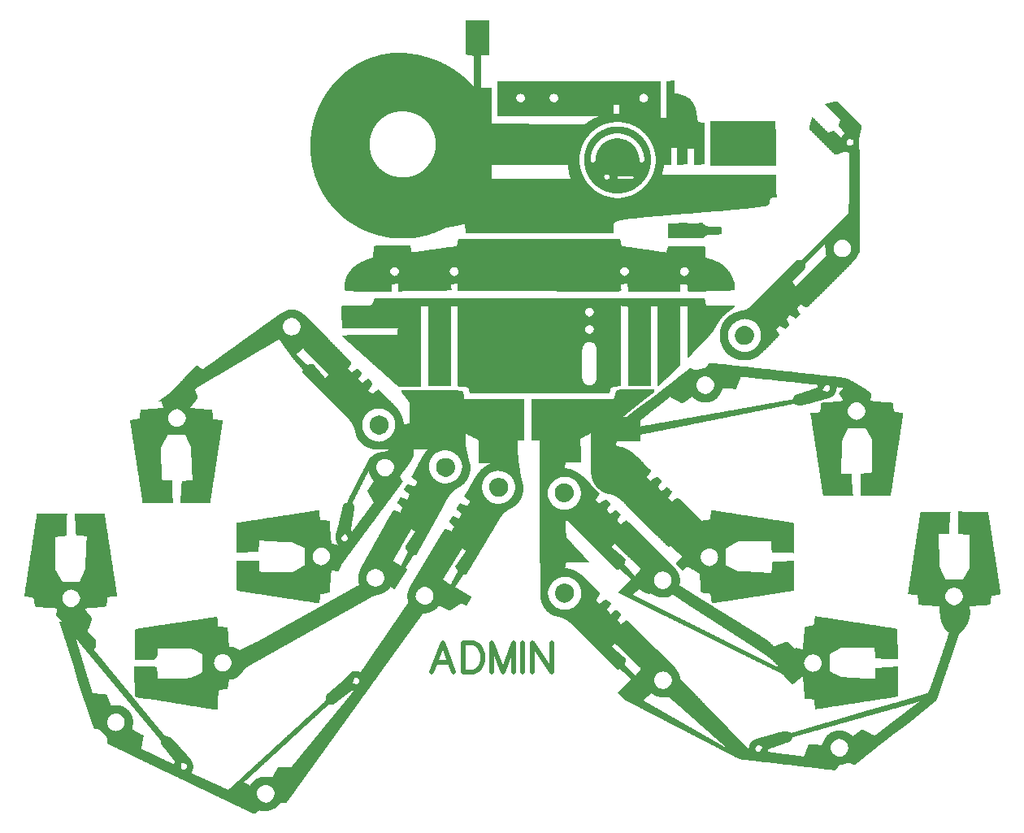
<source format=gbr>
%TF.GenerationSoftware,Novarm,DipTrace,3.0.0.2*%
%TF.CreationDate,2017-10-23T18:09:14+01:00*%
%FSLAX35Y35*%
%MOMM*%
%TF.FileFunction,Drawing,Silkscreen Top*%
%TF.Part,Single*%
%ADD12C,0.0254*%
%ADD79C,0.47059*%
G75*
G01*
%LPD*%
X5660900Y9320732D2*
D12*
X5899660D1*
X5660900Y9318192D2*
X5899660D1*
X5660900Y9315652D2*
X5899660D1*
X5660900Y9313112D2*
X5899660D1*
X5660900Y9310572D2*
X5899660D1*
X5660900Y9308032D2*
X5899660D1*
X5660900Y9305492D2*
X5899660D1*
X5660900Y9302952D2*
X5899660D1*
X5660900Y9300412D2*
X5899660D1*
X5660900Y9297872D2*
X5899660D1*
X5660910Y9295332D2*
X5899660D1*
X5660999Y9292792D2*
X5899660D1*
X5661323Y9290252D2*
X5899660D1*
X5661931Y9287712D2*
X5899660D1*
X5662582Y9285172D2*
X5899660D1*
X5663025Y9282632D2*
X5899660D1*
X5663261Y9280092D2*
X5899660D1*
X5663369Y9277552D2*
X5899660D1*
X5663413Y9275012D2*
X5899660D1*
X5663430Y9272472D2*
X5899660D1*
X5663437Y9269932D2*
X5899660D1*
X5663439Y9267392D2*
X5899660D1*
X5663440Y9264852D2*
X5899660D1*
X5663440Y9262312D2*
X5899660D1*
X5663440Y9259772D2*
X5899660D1*
X5663440Y9257232D2*
X5899660D1*
X5663440Y9254692D2*
X5899660D1*
X5663440Y9252152D2*
X5899660D1*
X5663440Y9249612D2*
X5899660D1*
X5663440Y9247072D2*
X5899660D1*
X5663440Y9244532D2*
X5899660D1*
X5663440Y9241992D2*
X5899660D1*
X5663440Y9239452D2*
X5899660D1*
X5663440Y9236912D2*
X5899660D1*
X5663440Y9234372D2*
X5899660D1*
X5663440Y9231832D2*
X5899660D1*
X5663440Y9229292D2*
X5899660D1*
X5663440Y9226752D2*
X5899660D1*
X5663440Y9224212D2*
X5899660D1*
X5663440Y9221672D2*
X5899660D1*
X5663440Y9219132D2*
X5899660D1*
X5663440Y9216592D2*
X5899660D1*
X5663440Y9214052D2*
X5899660D1*
X5663440Y9211512D2*
X5899660D1*
X5663440Y9208972D2*
X5899660D1*
X5663440Y9206432D2*
X5899660D1*
X5663440Y9203892D2*
X5899660D1*
X5663440Y9201352D2*
X5899660D1*
X5663440Y9198812D2*
X5899660D1*
X5663440Y9196272D2*
X5899660D1*
X5663440Y9193732D2*
X5899660D1*
X5663440Y9191192D2*
X5899660D1*
X5663440Y9188652D2*
X5899660D1*
X5663440Y9186112D2*
X5899660D1*
X5663440Y9183572D2*
X5899660D1*
X5663440Y9181032D2*
X5899660D1*
X5663440Y9178492D2*
X5899660D1*
X5663440Y9175952D2*
X5899660D1*
X5663440Y9173412D2*
X5899660D1*
X5663440Y9170872D2*
X5899660D1*
X5663440Y9168332D2*
X5899660D1*
X5663440Y9165792D2*
X5899660D1*
X5663440Y9163252D2*
X5899660D1*
X5663440Y9160712D2*
X5899660D1*
X5663440Y9158172D2*
X5899660D1*
X5663440Y9155632D2*
X5899660D1*
X5663440Y9153092D2*
X5899660D1*
X5663440Y9150552D2*
X5899660D1*
X5663440Y9148012D2*
X5899660D1*
X5663440Y9145472D2*
X5899660D1*
X5663440Y9142932D2*
X5899660D1*
X5663440Y9140392D2*
X5899660D1*
X5663450Y9137852D2*
X5899660D1*
X5663539Y9135312D2*
X5899660D1*
X5663863Y9132772D2*
X5899660D1*
X5664471Y9130232D2*
X5899660D1*
X5665122Y9127692D2*
X5899660D1*
X5665565Y9125152D2*
X5899660D1*
X5665801Y9122612D2*
X5899660D1*
X5665909Y9120072D2*
X5899660D1*
X5665953Y9117532D2*
X5899660D1*
X5665970Y9114992D2*
X5899660D1*
X5665977Y9112452D2*
X5899660D1*
X5665979Y9109912D2*
X5899660D1*
X5665980Y9107372D2*
X5899660D1*
X5665980Y9104832D2*
X5899660D1*
X5665980Y9102292D2*
X5899660D1*
X5665980Y9099752D2*
X5899660D1*
X5665980Y9097212D2*
X5899660D1*
X5665980Y9094672D2*
X5899660D1*
X5665980Y9092132D2*
X5899660D1*
X5665980Y9089592D2*
X5899660D1*
X5665980Y9087052D2*
X5899660D1*
X5665980Y9084512D2*
X5899660D1*
X5665980Y9081972D2*
X5899660D1*
X5665980Y9079432D2*
X5899660D1*
X5665980Y9076892D2*
X5899660D1*
X5665980Y9074352D2*
X5899660D1*
X5665980Y9071812D2*
X5899660D1*
X5665980Y9069272D2*
X5899660D1*
X5665980Y9066732D2*
X5899660D1*
X5665980Y9064192D2*
X5899660D1*
X5665980Y9061652D2*
X5899660D1*
X5665980Y9059112D2*
X5899660D1*
X5665980Y9056572D2*
X5899660D1*
X5665980Y9054032D2*
X5899660D1*
X5665980Y9051492D2*
X5899660D1*
X5665980Y9048952D2*
X5899660D1*
X5665980Y9046412D2*
X5899660D1*
X5665980Y9043872D2*
X5899660D1*
X5665980Y9041332D2*
X5899660D1*
X5665980Y9038792D2*
X5899660D1*
X5665980Y9036252D2*
X5899660D1*
X5665980Y9033712D2*
X5899660D1*
X5665980Y9031172D2*
X5899660D1*
X5665980Y9028632D2*
X5899660D1*
X5665980Y9026092D2*
X5899660D1*
X5665980Y9023552D2*
X5899660D1*
X5665980Y9021012D2*
X5899660D1*
X5665980Y9018472D2*
X5899660D1*
X5665980Y9015932D2*
X5899660D1*
X5665980Y9013392D2*
X5899660D1*
X5665980Y9010852D2*
X5899660D1*
X5665980Y9008312D2*
X5899660D1*
X5665980Y9005772D2*
X5899660D1*
X5665980Y9003232D2*
X5899660D1*
X5665980Y9000692D2*
X5899660D1*
X5665980Y8998152D2*
X5899660D1*
X5665980Y8995612D2*
X5899660D1*
X5665980Y8993072D2*
X5899660D1*
X5665980Y8990532D2*
X5899660D1*
X5665980Y8987992D2*
X5899660D1*
X5665980Y8985452D2*
X5899660D1*
X5665980Y8982912D2*
X5899660D1*
X5665980Y8980372D2*
X5899660D1*
X5665980Y8977832D2*
X5899660D1*
X4886200Y8975292D2*
X5033520D1*
X5666000D2*
X5899660D1*
X4866543Y8972752D2*
X5051300D1*
X5666258D2*
X5899660D1*
X4847786Y8970212D2*
X5081780D1*
X5666913D2*
X5899660D1*
X4830603Y8967672D2*
X5097430D1*
X5671715D2*
X5899660D1*
X4815115Y8965132D2*
X5113043D1*
X5680083D2*
X5899660D1*
X4801066Y8962592D2*
X5127853D1*
X5691733D2*
X5899660D1*
X4788114Y8960052D2*
X5141753D1*
X5705345D2*
X5899660D1*
X4776176Y8957512D2*
X5154934D1*
X5719603D2*
X5815840D1*
X5869180D2*
X5899660D1*
X4765062Y8954972D2*
X5167547D1*
X5733561D2*
X5815840D1*
X4754625Y8952432D2*
X5179550D1*
X5747260D2*
X5815840D1*
X4744842Y8949892D2*
X5190976D1*
X5747260D2*
X5815840D1*
X4735685Y8947352D2*
X5201833D1*
X5747260D2*
X5815840D1*
X4726851Y8944812D2*
X5212251D1*
X5747260D2*
X5815840D1*
X4718319Y8942272D2*
X5222232D1*
X5747260D2*
X5815840D1*
X4710145Y8939732D2*
X5231837D1*
X5747260D2*
X5815840D1*
X4702253Y8937192D2*
X5241264D1*
X5747260D2*
X5815840D1*
X4694517Y8934652D2*
X5250570D1*
X5747260D2*
X5815840D1*
X4686940Y8932112D2*
X5259462D1*
X5747260D2*
X5815840D1*
X4679621Y8929572D2*
X5267837D1*
X5747260D2*
X5815840D1*
X4672617Y8927032D2*
X5275823D1*
X5747260D2*
X5815840D1*
X4665741Y8924492D2*
X5283609D1*
X5747260D2*
X5815840D1*
X4658980Y8921952D2*
X5291290D1*
X5747260D2*
X5815840D1*
X4652523Y8919412D2*
X5298929D1*
X5747260D2*
X5815840D1*
X4646285Y8916872D2*
X5306464D1*
X5747260D2*
X5815840D1*
X4639898Y8914332D2*
X5313758D1*
X5747260D2*
X5815840D1*
X4633391Y8911792D2*
X5320677D1*
X5747260D2*
X5815840D1*
X4627069Y8909252D2*
X5327326D1*
X5747260D2*
X5815840D1*
X4621045Y8906712D2*
X5333881D1*
X5747260D2*
X5815840D1*
X4615245Y8904172D2*
X5340519D1*
X5747260D2*
X5815840D1*
X4609727Y8901632D2*
X5347172D1*
X5747260D2*
X5815840D1*
X4604424Y8899092D2*
X5353574D1*
X5747260D2*
X5815840D1*
X4599245Y8896552D2*
X5359706D1*
X5747260D2*
X5815840D1*
X4594124Y8894012D2*
X5365772D1*
X5747260D2*
X5815840D1*
X4589029Y8891472D2*
X5371748D1*
X5747260D2*
X5815840D1*
X4583943Y8888932D2*
X5377663D1*
X5747260D2*
X5815840D1*
X4578861Y8886392D2*
X5383617D1*
X5747260D2*
X5815840D1*
X4573780Y8883852D2*
X5389548D1*
X5747260D2*
X5815840D1*
X4568700Y8881312D2*
X5395359D1*
X5747260D2*
X5815840D1*
X4563620Y8878772D2*
X5401061D1*
X5747260D2*
X5815840D1*
X4558550Y8876232D2*
X5406538D1*
X5747260D2*
X5815840D1*
X4553549Y8873692D2*
X5411825D1*
X5747260D2*
X5815840D1*
X4548724Y8871152D2*
X5416998D1*
X5747260D2*
X5815840D1*
X4544097Y8868612D2*
X5422117D1*
X5747260D2*
X5815840D1*
X4539628Y8866072D2*
X5427212D1*
X5747260D2*
X5815840D1*
X4535322Y8863532D2*
X5432297D1*
X5747260D2*
X5815840D1*
X4531062Y8860992D2*
X5437379D1*
X5747260D2*
X5815840D1*
X4526777Y8858452D2*
X5442460D1*
X5747260D2*
X5815840D1*
X4522567Y8855912D2*
X5447530D1*
X5747260D2*
X5815840D1*
X4518346Y8853372D2*
X5452531D1*
X5747260D2*
X5815840D1*
X4514162Y8850832D2*
X5457356D1*
X5747260D2*
X5815840D1*
X4510184Y8848292D2*
X5461983D1*
X5747260D2*
X5815840D1*
X4506247Y8845752D2*
X5466452D1*
X5747260D2*
X5815840D1*
X4502030Y8843212D2*
X5470758D1*
X5747260D2*
X5815840D1*
X4497697Y8840672D2*
X5475028D1*
X5747260D2*
X5815840D1*
X4493504Y8838132D2*
X5479393D1*
X5747260D2*
X5815840D1*
X4489488Y8835592D2*
X5483846D1*
X5747260D2*
X5815840D1*
X4485579Y8833052D2*
X5488442D1*
X5747260D2*
X5815840D1*
X4481731Y8830512D2*
X5492982D1*
X5747260D2*
X5815840D1*
X4477903Y8827972D2*
X5497271D1*
X5747260D2*
X5815840D1*
X4474099Y8825432D2*
X5501338D1*
X5747260D2*
X5815840D1*
X4470374Y8822892D2*
X5505351D1*
X5747260D2*
X5815840D1*
X4466879Y8820352D2*
X5509519D1*
X5747260D2*
X5815840D1*
X4463596Y8817812D2*
X5513878D1*
X5747260D2*
X5815840D1*
X4460205Y8815272D2*
X5518109D1*
X5747260D2*
X5815840D1*
X4456551Y8812732D2*
X5522082D1*
X5747260D2*
X5815840D1*
X4452936Y8810192D2*
X5526083D1*
X5747260D2*
X5815840D1*
X4449450Y8807652D2*
X5530212D1*
X5747260D2*
X5815840D1*
X4445973Y8805112D2*
X5534272D1*
X5747260D2*
X5815840D1*
X4442550Y8802572D2*
X5538229D1*
X5747260D2*
X5815840D1*
X4439186Y8800032D2*
X5542096D1*
X5747260D2*
X5815840D1*
X4435770Y8797492D2*
X5545849D1*
X5747260D2*
X5815840D1*
X4432374Y8794952D2*
X5549354D1*
X5747260D2*
X5815840D1*
X4429020Y8792412D2*
X5552642D1*
X5747260D2*
X5815840D1*
X4425618Y8789872D2*
X5556034D1*
X5747260D2*
X5815840D1*
X4422302Y8787332D2*
X5559689D1*
X5747260D2*
X5815840D1*
X4419183Y8784792D2*
X5563304D1*
X5747260D2*
X5815840D1*
X4416066Y8782252D2*
X5566800D1*
X5747260D2*
X5815840D1*
X4412803Y8779712D2*
X5570356D1*
X5747260D2*
X5815840D1*
X4409555Y8777172D2*
X5574023D1*
X5747260D2*
X5815840D1*
X4406475Y8774632D2*
X5577752D1*
X5747260D2*
X5815840D1*
X4403449Y8772092D2*
X5581445D1*
X5747260D2*
X5815840D1*
X4400425Y8769552D2*
X5584918D1*
X5747260D2*
X5815840D1*
X4397473Y8767012D2*
X5588107D1*
X5747260D2*
X5815840D1*
X4394515Y8764472D2*
X5591183D1*
X5747260D2*
X5815840D1*
X4391525Y8761932D2*
X5594307D1*
X5747260D2*
X5815840D1*
X4388658Y8759392D2*
X5597505D1*
X5747260D2*
X5815840D1*
X4385856Y8756852D2*
X5600843D1*
X5747260D2*
X5815840D1*
X4382911Y8754312D2*
X5604196D1*
X5747260D2*
X5815840D1*
X4379729Y8751772D2*
X5607458D1*
X5747260D2*
X5815840D1*
X4376525Y8749232D2*
X5610621D1*
X5747260D2*
X5815840D1*
X4373537Y8746692D2*
X5613640D1*
X5747260D2*
X5815840D1*
X4370760Y8744152D2*
X5616627D1*
X5747260D2*
X5815840D1*
X4368102Y8741612D2*
X5619638D1*
X5747260D2*
X5815840D1*
X4365437Y8739072D2*
X5622589D1*
X5747260D2*
X5815840D1*
X4362636Y8736532D2*
X5625627D1*
X5747260D2*
X5815840D1*
X4359726Y8733992D2*
X5628857D1*
X5747260D2*
X5815840D1*
X4356896Y8731452D2*
X5632092D1*
X5747260D2*
X5815840D1*
X4354200Y8728912D2*
X5635167D1*
X5747260D2*
X5815840D1*
X4351580Y8726372D2*
X5638192D1*
X5747260D2*
X5815840D1*
X4349012Y8723832D2*
X5641206D1*
X5747260D2*
X5815840D1*
X4346455Y8721292D2*
X5644078D1*
X5747260D2*
X5815840D1*
X4343914Y8718752D2*
X5646801D1*
X5747260D2*
X5815840D1*
X4341369Y8716212D2*
X5649506D1*
X5747260D2*
X5815840D1*
X4338832Y8713672D2*
X5652321D1*
X5747260D2*
X5815840D1*
X4336288Y8711132D2*
X5655242D1*
X5747260D2*
X5815840D1*
X4333752Y8708592D2*
X5658070D1*
X5747260D2*
X5815840D1*
X4331208Y8706052D2*
X5660772D1*
X5747260D2*
X5815840D1*
X4328672Y8703512D2*
X5663388D1*
X5747260D2*
X5815840D1*
X4326128Y8700972D2*
X5665960D1*
X5747260D2*
X5815840D1*
X4323592Y8698432D2*
X5668513D1*
X5747260D2*
X5815840D1*
X4321058Y8695892D2*
X5671058D1*
X5747260D2*
X5815840D1*
X4318601Y8693352D2*
X5673599D1*
X5747260D2*
X5815840D1*
X4316302Y8690812D2*
X5676140D1*
X5747260D2*
X5815840D1*
X7817360D2*
X7827520D1*
X4314130Y8688272D2*
X5678680D1*
X5747260D2*
X5815840D1*
X7803308D2*
X7827520D1*
X4311873Y8685732D2*
X5681220D1*
X5747260D2*
X5815840D1*
X7788521D2*
X7827520D1*
X4309493Y8683192D2*
X5683760D1*
X5747260D2*
X5815840D1*
X7772803D2*
X7827520D1*
X4307028Y8680652D2*
X5686300D1*
X5747260D2*
X5815840D1*
X5993640D2*
X7192520D1*
X7756400D2*
X7827520D1*
X4304520Y8678112D2*
X5688840D1*
X5747260D2*
X5815840D1*
X5993640D2*
X7685280D1*
X7756400D2*
X7827520D1*
X4302003Y8675572D2*
X5691380D1*
X5747260D2*
X5815840D1*
X5993640D2*
X7685280D1*
X7756400D2*
X7827520D1*
X4299557Y8673032D2*
X5693920D1*
X5747260D2*
X5815840D1*
X5993640D2*
X7685280D1*
X7756400D2*
X7827520D1*
X4297342Y8670492D2*
X5696460D1*
X5747260D2*
X5815840D1*
X5993640D2*
X7685280D1*
X7756400D2*
X7827520D1*
X4295411Y8667952D2*
X5699000D1*
X5747260D2*
X5815840D1*
X5993640D2*
X7685280D1*
X7756400D2*
X7827520D1*
X4293522Y8665412D2*
X5701540D1*
X5747260D2*
X5815840D1*
X5993640D2*
X7685280D1*
X7756400D2*
X7827520D1*
X4291435Y8662872D2*
X5704080D1*
X5747260D2*
X5815840D1*
X5993640D2*
X7685280D1*
X7756400D2*
X7827520D1*
X4289210Y8660332D2*
X5706620D1*
X5747260D2*
X5815840D1*
X5993640D2*
X7685280D1*
X7756400D2*
X7827520D1*
X4287022Y8657792D2*
X5709150D1*
X5747260D2*
X5815840D1*
X5993640D2*
X7685280D1*
X7756400D2*
X7827520D1*
X4284891Y8655252D2*
X5711611D1*
X5747260D2*
X5815840D1*
X5993640D2*
X7685280D1*
X7756400D2*
X7827520D1*
X4282655Y8652712D2*
X5713906D1*
X5747260D2*
X5815840D1*
X5993640D2*
X7685280D1*
X7756400D2*
X7827520D1*
X4280287Y8650172D2*
X5716082D1*
X5747260D2*
X5815840D1*
X5993640D2*
X7685280D1*
X7756400D2*
X7827520D1*
X4277909Y8647632D2*
X5718335D1*
X5747260D2*
X5815840D1*
X5993640D2*
X7685280D1*
X7756400D2*
X7827520D1*
X4275642Y8645092D2*
X5720709D1*
X5747260D2*
X5815840D1*
X5993640D2*
X7685280D1*
X7756400D2*
X7827520D1*
X4273492Y8642552D2*
X5723090D1*
X5747260D2*
X5815840D1*
X5993640D2*
X7685280D1*
X7756400D2*
X7827520D1*
X4271330Y8640012D2*
X5725358D1*
X5747260D2*
X5815840D1*
X5993640D2*
X7685280D1*
X7756400D2*
X7827520D1*
X4269275Y8637472D2*
X5727517D1*
X5747260D2*
X5815840D1*
X5993640D2*
X7685280D1*
X7756400D2*
X7827520D1*
X4267419Y8634932D2*
X5729770D1*
X5747260D2*
X5815840D1*
X5993640D2*
X7685280D1*
X7756400D2*
X7827520D1*
X4265573Y8632392D2*
X5732138D1*
X5747260D2*
X5815840D1*
X5993640D2*
X7685280D1*
X7756400D2*
X7827520D1*
X4263568Y8629852D2*
X5734513D1*
X5747260D2*
X5815840D1*
X5993640D2*
X7685280D1*
X7756400D2*
X7827520D1*
X4261512Y8627312D2*
X5736695D1*
X5747260D2*
X5815840D1*
X5993640D2*
X7685280D1*
X7756400D2*
X7827520D1*
X4259455Y8624772D2*
X5738593D1*
X5747260D2*
X5815840D1*
X5993640D2*
X7685280D1*
X7756400D2*
X7827520D1*
X4257327Y8622232D2*
X5740372D1*
X5747260D2*
X5815840D1*
X5993640D2*
X7685280D1*
X7756400D2*
X7827520D1*
X4255215Y8619692D2*
X5742180D1*
X5747260D2*
X5815840D1*
X5993640D2*
X7685280D1*
X7756400D2*
X7827520D1*
X4253214Y8617152D2*
X5815840D1*
X5993640D2*
X7685280D1*
X7756400D2*
X7827520D1*
X4251315Y8614612D2*
X5815840D1*
X5993640D2*
X7685280D1*
X7756400D2*
X7827520D1*
X4249566Y8612072D2*
X5922520D1*
X5993640D2*
X7685280D1*
X7756400D2*
X7827520D1*
X4247838Y8609532D2*
X5922520D1*
X5993640D2*
X7685280D1*
X7756400D2*
X7827520D1*
X4246019Y8606992D2*
X5922520D1*
X5993640D2*
X7685280D1*
X7756400D2*
X7827520D1*
X4244101Y8604452D2*
X5922520D1*
X5993640D2*
X7685280D1*
X7756400D2*
X7827520D1*
X4242040Y8601912D2*
X5922520D1*
X5993640D2*
X7685280D1*
X7756400D2*
X7827520D1*
X4239957Y8599372D2*
X5922520D1*
X5993640D2*
X7685280D1*
X7756400D2*
X7827520D1*
X4237967Y8596832D2*
X5922520D1*
X5993640D2*
X7685280D1*
X7756400D2*
X7827520D1*
X4236073Y8594292D2*
X5922520D1*
X5993640D2*
X7685280D1*
X7756400D2*
X7827520D1*
X4234326Y8591752D2*
X5922520D1*
X5993640D2*
X7685280D1*
X7756400D2*
X7827520D1*
X4232607Y8589212D2*
X5922520D1*
X5993640D2*
X7685280D1*
X7756400D2*
X7827520D1*
X4230868Y8586672D2*
X5922520D1*
X5993640D2*
X7685280D1*
X7756400D2*
X7827520D1*
X4229185Y8584132D2*
X5922520D1*
X5993640D2*
X7685280D1*
X7756400D2*
X7827520D1*
X4227419Y8581592D2*
X5922520D1*
X5993640D2*
X7685280D1*
X7756400D2*
X7827520D1*
X4225457Y8579052D2*
X5922520D1*
X5993640D2*
X7685280D1*
X7756400D2*
X7827520D1*
X4223504Y8576512D2*
X5922520D1*
X5993640D2*
X7685280D1*
X7756400D2*
X7827520D1*
X4221766Y8573972D2*
X5922520D1*
X5993640D2*
X7685280D1*
X7756400D2*
X7827520D1*
X4220168Y8571432D2*
X5922520D1*
X5993640D2*
X7685280D1*
X7756400D2*
X7827520D1*
X4218463Y8568892D2*
X5922520D1*
X5993640D2*
X7685280D1*
X7756400D2*
X7827560D1*
X4216542Y8566352D2*
X5922520D1*
X5993640D2*
X7685280D1*
X7756400D2*
X7827679D1*
X4214601Y8563812D2*
X5922520D1*
X5993640D2*
X7685280D1*
X7756400D2*
X7828869D1*
X4212884Y8561272D2*
X5922520D1*
X5993640D2*
X7685280D1*
X7756400D2*
X7833461D1*
X4211364Y8558732D2*
X5922520D1*
X5993640D2*
X6218561D1*
X6241159D2*
X6566541D1*
X6586982D2*
X7501261D1*
X7521702D2*
X7685280D1*
X7756400D2*
X7840607D1*
X4209898Y8556192D2*
X5922520D1*
X5993640D2*
X6211239D1*
X6248481D2*
X6559219D1*
X6594854D2*
X7493939D1*
X7529574D2*
X7685280D1*
X7756400D2*
X7850062D1*
X4208258Y8553652D2*
X5922520D1*
X5993640D2*
X6205538D1*
X6254182D2*
X6553518D1*
X6600968D2*
X7488238D1*
X7535688D2*
X7685280D1*
X7756400D2*
X7860572D1*
X4206364Y8551112D2*
X5922520D1*
X5993640D2*
X6201109D1*
X6258611D2*
X6549089D1*
X6605478D2*
X7483809D1*
X7540198D2*
X7685280D1*
X7756400D2*
X7870931D1*
X4204435Y8548572D2*
X5922520D1*
X5993640D2*
X6197591D1*
X6262129D2*
X6545571D1*
X6608945D2*
X7480291D1*
X7543665D2*
X7685280D1*
X7756400D2*
X7880800D1*
X4202722Y8546032D2*
X5922520D1*
X5993640D2*
X6194612D1*
X6265108D2*
X6542582D1*
X6611876D2*
X7477302D1*
X7546596D2*
X7685280D1*
X7756400D2*
X7890281D1*
X4201213Y8543492D2*
X5922520D1*
X5993640D2*
X6191984D1*
X6267746D2*
X6539864D1*
X6614479D2*
X7474584D1*
X7549199D2*
X7685280D1*
X7756400D2*
X7899317D1*
X4199827Y8540952D2*
X5922520D1*
X5993640D2*
X6189783D1*
X6270036D2*
X6537341D1*
X6616748D2*
X7472061D1*
X7551468D2*
X7685280D1*
X7756400D2*
X7907537D1*
X4198431Y8538412D2*
X5922520D1*
X5993640D2*
X6188149D1*
X6271984D2*
X6535107D1*
X6618607D2*
X7469827D1*
X7553327D2*
X7685280D1*
X7756400D2*
X7914936D1*
X4196902Y8535872D2*
X5922520D1*
X5993640D2*
X6186869D1*
X6273784D2*
X6533255D1*
X6620163D2*
X7467975D1*
X7554893D2*
X7685280D1*
X7756400D2*
X7921776D1*
X4195250Y8533332D2*
X5922520D1*
X5993640D2*
X6185519D1*
X6275461D2*
X6531697D1*
X6621482D2*
X7466417D1*
X7556291D2*
X7685280D1*
X7756400D2*
X7928253D1*
X4193613Y8530792D2*
X5922520D1*
X5993640D2*
X6184079D1*
X6276745D2*
X6530306D1*
X6622562D2*
X7465026D1*
X7557605D2*
X7685280D1*
X7756400D2*
X7934352D1*
X4191940Y8528252D2*
X5922520D1*
X5993640D2*
X6182913D1*
X6277584D2*
X6529076D1*
X6623476D2*
X7463796D1*
X7558814D2*
X7685280D1*
X7756400D2*
X7940038D1*
X4190228Y8525712D2*
X5922520D1*
X5993640D2*
X6182198D1*
X6278278D2*
X6528118D1*
X6624388D2*
X7462838D1*
X7559849D2*
X7685280D1*
X7756400D2*
X7945413D1*
X4188641Y8523172D2*
X5922520D1*
X5993640D2*
X6181756D1*
X6279048D2*
X6527540D1*
X6625259D2*
X7462260D1*
X7560745D2*
X7685280D1*
X7756400D2*
X7950618D1*
X4187200Y8520632D2*
X5922520D1*
X5993640D2*
X6181277D1*
X6279765D2*
X6527251D1*
X6626078D2*
X7461971D1*
X7561642D2*
X7685280D1*
X7756400D2*
X7955658D1*
X4185848Y8518092D2*
X5922520D1*
X5993640D2*
X6180605D1*
X6280232D2*
X6527122D1*
X6626941D2*
X7461842D1*
X7562420D2*
X7685280D1*
X7756400D2*
X7960428D1*
X4184537Y8515552D2*
X5922520D1*
X5993640D2*
X6179930D1*
X6280476D2*
X6527070D1*
X6627708D2*
X7461790D1*
X7562915D2*
X7685280D1*
X7756400D2*
X7964814D1*
X4183172Y8513012D2*
X5922520D1*
X5993640D2*
X6179489D1*
X6280587D2*
X6527051D1*
X6628188D2*
X7461771D1*
X7563160D2*
X7685280D1*
X7756400D2*
X7968915D1*
X4181655Y8510472D2*
X5922520D1*
X5993640D2*
X6179340D1*
X6280623D2*
X6527044D1*
X6628352D2*
X7461764D1*
X7563186D2*
X7685280D1*
X7756400D2*
X7972842D1*
X4180007Y8507932D2*
X5922520D1*
X5993640D2*
X6179555D1*
X6280551D2*
X6527041D1*
X6628142D2*
X7461761D1*
X7562909D2*
X7685280D1*
X7756400D2*
X7976616D1*
X4178372Y8505392D2*
X5922520D1*
X5993640D2*
X6180118D1*
X6280234D2*
X6527050D1*
X6627571D2*
X7461770D1*
X7562309D2*
X7685280D1*
X7756400D2*
X7980120D1*
X4176710Y8502852D2*
X5922520D1*
X5993640D2*
X6180752D1*
X6279628D2*
X6527139D1*
X6626848D2*
X7461859D1*
X7561575D2*
X7685280D1*
X7756400D2*
X7983321D1*
X4175077Y8500312D2*
X5922520D1*
X5993640D2*
X6181199D1*
X6278967D2*
X6527473D1*
X6626088D2*
X7462193D1*
X7560810D2*
X7685280D1*
X7756400D2*
X7986391D1*
X4173724Y8497772D2*
X5922520D1*
X5993640D2*
X6181531D1*
X6278425D2*
X6528170D1*
X6625237D2*
X7462890D1*
X7559957D2*
X7685280D1*
X7756400D2*
X7989427D1*
X4172569Y8495232D2*
X5922520D1*
X5993640D2*
X6182051D1*
X6277777D2*
X6529145D1*
X6624379D2*
X7463865D1*
X7559109D2*
X7685280D1*
X7756400D2*
X7992302D1*
X4171259Y8492692D2*
X5922520D1*
X5993640D2*
X6183038D1*
X6276727D2*
X6530217D1*
X6623479D2*
X7464937D1*
X7558288D2*
X7685280D1*
X7756400D2*
X7995022D1*
X4169749Y8490152D2*
X5922520D1*
X5993640D2*
X6184413D1*
X6275334D2*
X6531282D1*
X6622284D2*
X7466002D1*
X7557328D2*
X7685280D1*
X7756400D2*
X7997645D1*
X4168257Y8487612D2*
X5922520D1*
X5993640D2*
X6185927D1*
X6273889D2*
X6532490D1*
X6620812D2*
X7467210D1*
X7556140D2*
X7685280D1*
X7756400D2*
X8000219D1*
X4166856Y8485072D2*
X5922520D1*
X5993640D2*
X6187550D1*
X6272496D2*
X6534086D1*
X6619258D2*
X7468806D1*
X7554629D2*
X7685280D1*
X7756400D2*
X8002763D1*
X4165519Y8482532D2*
X5922520D1*
X5993640D2*
X6189262D1*
X6271067D2*
X6535946D1*
X6617609D2*
X7470666D1*
X7552772D2*
X7685280D1*
X7756400D2*
X8005208D1*
X4164214Y8479992D2*
X5922520D1*
X5993640D2*
X6191021D1*
X6269350D2*
X6537994D1*
X6615811D2*
X7472714D1*
X7550767D2*
X7685280D1*
X7756400D2*
X8007328D1*
X4162851Y8477452D2*
X5922520D1*
X5993640D2*
X6193126D1*
X6267037D2*
X6540411D1*
X6613796D2*
X7475131D1*
X7548634D2*
X7685280D1*
X7756400D2*
X8008846D1*
X4161345Y8474912D2*
X5922520D1*
X5993640D2*
X6195883D1*
X6264072D2*
X6543143D1*
X6611237D2*
X7477863D1*
X7546091D2*
X7685280D1*
X7756400D2*
X8009762D1*
X4159786Y8472372D2*
X5922520D1*
X5993640D2*
X6199273D1*
X6260554D2*
X6546101D1*
X6607849D2*
X7480821D1*
X7542910D2*
X7685280D1*
X7756400D2*
X8015480D1*
X9514080D2*
X9526780D1*
X4158465Y8469832D2*
X5922520D1*
X5993640D2*
X6203463D1*
X6256301D2*
X6549814D1*
X6603515D2*
X7484534D1*
X7538849D2*
X7685280D1*
X7756400D2*
X8016751D1*
X9503575D2*
X9529310D1*
X4157322Y8467292D2*
X5922520D1*
X5993640D2*
X6209050D1*
X6250687D2*
X6555382D1*
X6597968D2*
X7490102D1*
X7533325D2*
X7685280D1*
X7756400D2*
X8018236D1*
X9492770D2*
X9531751D1*
X4156027Y8464752D2*
X5922520D1*
X5993640D2*
X6216395D1*
X6243331D2*
X6563359D1*
X6590928D2*
X7498079D1*
X7526009D2*
X7685280D1*
X7756400D2*
X8019788D1*
X9481935D2*
X9533869D1*
X4154598Y8462212D2*
X5922520D1*
X5993640D2*
X6224780D1*
X6234940D2*
X6572760D1*
X6582920D2*
X7507480D1*
X7517640D2*
X7685280D1*
X7756400D2*
X8021414D1*
X9471231D2*
X9535386D1*
X4153340Y8459672D2*
X5922520D1*
X5993640D2*
X7685280D1*
X7756400D2*
X8023031D1*
X9460584D2*
X9536302D1*
X4152225Y8457132D2*
X5922520D1*
X5993640D2*
X7685280D1*
X7756400D2*
X8024379D1*
X9449862D2*
X9542020D1*
X4150941Y8454592D2*
X5922520D1*
X5993640D2*
X7685280D1*
X7756400D2*
X8025532D1*
X9439173D2*
X9542020D1*
X4149516Y8452052D2*
X5922520D1*
X5993640D2*
X7685280D1*
X7756400D2*
X8026831D1*
X9428854D2*
X9547100D1*
X4148260Y8449512D2*
X5922520D1*
X5993640D2*
X7685280D1*
X7756400D2*
X8028261D1*
X9419897D2*
X9547100D1*
X4147144Y8446972D2*
X5922520D1*
X5993640D2*
X7685280D1*
X7756400D2*
X8029519D1*
X9413005D2*
X9552180D1*
X4145860Y8444432D2*
X5922520D1*
X5993640D2*
X7685280D1*
X7756400D2*
X8030635D1*
X9407400D2*
X9552180D1*
X4144436Y8441892D2*
X5922520D1*
X5993640D2*
X7685280D1*
X7756400D2*
X8031919D1*
X9409940D2*
X9557260D1*
X4143180Y8439352D2*
X5922520D1*
X5993640D2*
X7192520D1*
X7263640D2*
X7685280D1*
X7756400D2*
X8033344D1*
X9412480D2*
X9557260D1*
X4142064Y8436812D2*
X5922520D1*
X5993640D2*
X7192520D1*
X7263640D2*
X7685280D1*
X7756400D2*
X8034591D1*
X9415020D2*
X9562340D1*
X4140780Y8434272D2*
X5922520D1*
X5993640D2*
X7192520D1*
X7263640D2*
X7685280D1*
X7756400D2*
X8035626D1*
X9417560D2*
X9562340D1*
X4139356Y8431732D2*
X5922520D1*
X5993640D2*
X7192520D1*
X7263640D2*
X7685280D1*
X7756400D2*
X8036676D1*
X9420100D2*
X9567420D1*
X4138109Y8429192D2*
X5922520D1*
X5993640D2*
X7192520D1*
X7263640D2*
X7685280D1*
X7756400D2*
X8037806D1*
X9422640D2*
X9567420D1*
X4137074Y8426652D2*
X5922520D1*
X5993640D2*
X7192520D1*
X7263640D2*
X7685280D1*
X7756400D2*
X8038930D1*
X9425180D2*
X9572500D1*
X4136024Y8424112D2*
X5922520D1*
X5993640D2*
X7192520D1*
X7263640D2*
X7685280D1*
X7756400D2*
X8039930D1*
X9427720D2*
X9572500D1*
X4134884Y8421572D2*
X5922520D1*
X5993640D2*
X7192520D1*
X7263640D2*
X7685280D1*
X7756400D2*
X8040823D1*
X9430260D2*
X9577580D1*
X4133681Y8419032D2*
X5922520D1*
X5993640D2*
X7192520D1*
X7263640D2*
X7685280D1*
X7756400D2*
X8041803D1*
X9432800D2*
X9577580D1*
X4132437Y8416492D2*
X5922520D1*
X5993640D2*
X7192520D1*
X7263640D2*
X7685280D1*
X7756400D2*
X8042904D1*
X9435340D2*
X9582660D1*
X4131180Y8413952D2*
X5922520D1*
X5993640D2*
X7192520D1*
X7263640D2*
X7685280D1*
X7756400D2*
X8044007D1*
X9437880D2*
X9582660D1*
X4129922Y8411412D2*
X5922520D1*
X5993640D2*
X7192520D1*
X7263640D2*
X7685280D1*
X7756400D2*
X8044913D1*
X9440420D2*
X9587740D1*
X4128735Y8408872D2*
X5922520D1*
X5993640D2*
X7192520D1*
X7263640D2*
X7685280D1*
X7756400D2*
X8045481D1*
X9442960D2*
X9587740D1*
X4127697Y8406332D2*
X5922520D1*
X5993640D2*
X7192520D1*
X7263640D2*
X7685280D1*
X7756400D2*
X8045852D1*
X9445500D2*
X9592820D1*
X4126714Y8403792D2*
X5922520D1*
X5993640D2*
X7192520D1*
X7263640D2*
X7685280D1*
X7756400D2*
X8046302D1*
X9448040D2*
X9592820D1*
X4125495Y8401252D2*
X5922520D1*
X5993640D2*
X7192520D1*
X7263640D2*
X7685280D1*
X7756400D2*
X8046971D1*
X9450580D2*
X9597900D1*
X4124108Y8398712D2*
X5922520D1*
X5993640D2*
X7192520D1*
X7263640D2*
X7685280D1*
X7756400D2*
X8047731D1*
X9453120D2*
X9597900D1*
X4122952Y8396172D2*
X5922520D1*
X5993640D2*
X7192520D1*
X7263640D2*
X7685280D1*
X7756400D2*
X8048505D1*
X9455660D2*
X9602980D1*
X4122165Y8393632D2*
X5922520D1*
X5993640D2*
X7192520D1*
X7263640D2*
X7685280D1*
X7756400D2*
X8049351D1*
X9458200D2*
X9602980D1*
X4121481Y8391092D2*
X5922520D1*
X5993640D2*
X7192520D1*
X7263640D2*
X7685280D1*
X7756400D2*
X8050111D1*
X9460740D2*
X9608060D1*
X4120629Y8388552D2*
X5922520D1*
X5993640D2*
X7192520D1*
X7263640D2*
X7685280D1*
X7756400D2*
X8050609D1*
X9463280D2*
X9608060D1*
X4119581Y8386012D2*
X5922520D1*
X5993640D2*
X7192520D1*
X7263640D2*
X7685280D1*
X7756400D2*
X8050951D1*
X9465820D2*
X9613140D1*
X4118417Y8383472D2*
X5922520D1*
X5993640D2*
X7192520D1*
X7263640D2*
X7685280D1*
X7756400D2*
X8051388D1*
X9468360D2*
X9613140D1*
X4117188Y8380932D2*
X5922520D1*
X5993640D2*
X7192520D1*
X7263640D2*
X7685280D1*
X7756400D2*
X8052053D1*
X9470900D2*
X9618220D1*
X4115937Y8378392D2*
X5922520D1*
X5993640D2*
X7192520D1*
X7263640D2*
X7685280D1*
X7756400D2*
X8052812D1*
X9473440D2*
X9618220D1*
X4114681Y8375852D2*
X4967752D1*
X5020146D2*
X5922520D1*
X5993640D2*
X7192520D1*
X7263640D2*
X7685280D1*
X7756400D2*
X8053585D1*
X9475980D2*
X9623300D1*
X4113504Y8373312D2*
X4948107D1*
X5041602D2*
X5922520D1*
X5993640D2*
X7192520D1*
X7263640D2*
X7685280D1*
X7756400D2*
X8054431D1*
X9478520D2*
X9623300D1*
X4112557Y8370772D2*
X4931880D1*
X5059298D2*
X5922520D1*
X5993640D2*
X7192520D1*
X7263640D2*
X7685280D1*
X7756400D2*
X8055191D1*
X9481060D2*
X9628380D1*
X4111897Y8368232D2*
X4918405D1*
X5073926D2*
X5922520D1*
X5993640D2*
X7192520D1*
X7263640D2*
X7685280D1*
X7756400D2*
X8055679D1*
X9483600D2*
X9628380D1*
X4111276Y8365692D2*
X4907009D1*
X5086278D2*
X5922520D1*
X5993640D2*
X7192520D1*
X7263640D2*
X7685280D1*
X7756400D2*
X8055941D1*
X9486140D2*
X9633460D1*
X4110451Y8363152D2*
X4897237D1*
X5097063D2*
X5922520D1*
X5993640D2*
X7192520D1*
X7263640D2*
X7685280D1*
X7756400D2*
X8056145D1*
X9488680D2*
X9633460D1*
X4109425Y8360612D2*
X4888877D1*
X5106612D2*
X5922520D1*
X5993640D2*
X7192520D1*
X7263640D2*
X7685280D1*
X7756400D2*
X8056515D1*
X9491220D2*
X9638540D1*
X4108344Y8358072D2*
X4881666D1*
X5115162D2*
X5922520D1*
X5993640D2*
X7192520D1*
X7263640D2*
X7685280D1*
X7756400D2*
X8057141D1*
X9493760D2*
X9638540D1*
X4107361Y8355532D2*
X4875179D1*
X5122842D2*
X5922520D1*
X5993640D2*
X7192520D1*
X7263640D2*
X7685280D1*
X7756400D2*
X8057809D1*
X9496300D2*
X9643620D1*
X4106474Y8352992D2*
X4868897D1*
X5129725D2*
X5922520D1*
X5993640D2*
X7192520D1*
X7263640D2*
X7685280D1*
X7756400D2*
X8058344D1*
X9498840D2*
X9643620D1*
X4105496Y8350452D2*
X4862636D1*
X5136060D2*
X5922520D1*
X5993640D2*
X7192520D1*
X7263640D2*
X7685280D1*
X7756400D2*
X8058904D1*
X9501380D2*
X9648700D1*
X4104395Y8347912D2*
X4856418D1*
X5142196D2*
X5922520D1*
X5993640D2*
X7192520D1*
X7263640D2*
X7685280D1*
X7756400D2*
X8059620D1*
X9503920D2*
X9648700D1*
X4103283Y8345372D2*
X4850435D1*
X5148113D2*
X5922520D1*
X5993640D2*
X7685280D1*
X7756400D2*
X8060316D1*
X9506460D2*
X9653780D1*
X4102288Y8342832D2*
X4844878D1*
X5153705D2*
X5922520D1*
X5993640D2*
X7685280D1*
X7756400D2*
X8060776D1*
X9509000D2*
X9653780D1*
X4101397Y8340292D2*
X4839842D1*
X5158965D2*
X5922520D1*
X5993640D2*
X7685280D1*
X7756400D2*
X8061018D1*
X9511540D2*
X9658860D1*
X4100416Y8337752D2*
X4835250D1*
X5163922D2*
X5922520D1*
X5993640D2*
X7685280D1*
X7756400D2*
X8061128D1*
X9514080D2*
X9658860D1*
X4099316Y8335212D2*
X4830864D1*
X5168672D2*
X5922520D1*
X5993640D2*
X7685280D1*
X7756400D2*
X8061183D1*
X9516620D2*
X9663940D1*
X4098213Y8332672D2*
X4826527D1*
X5173408D2*
X5922520D1*
X5993640D2*
X7685280D1*
X7756400D2*
X8061290D1*
X9519160D2*
X9663940D1*
X4097297Y8330132D2*
X4822298D1*
X5178080D2*
X5922520D1*
X5993640D2*
X7685280D1*
X7756400D2*
X8061620D1*
X9521700D2*
X9669020D1*
X4096650Y8327592D2*
X4818070D1*
X5182624D2*
X5922520D1*
X5993640D2*
X7685280D1*
X7756400D2*
X8062230D1*
X9524240D2*
X9669020D1*
X4096034Y8325052D2*
X4813893D1*
X5186982D2*
X5922520D1*
X6242560D2*
X6928360D1*
X7064725D2*
X7685280D1*
X7756400D2*
X8062892D1*
X9526780D2*
X9674100D1*
X4095211Y8322512D2*
X4810004D1*
X5191032D2*
X5922520D1*
X7058306D2*
X7685280D1*
X7756400D2*
X8063425D1*
X9529320D2*
X9674100D1*
X4094185Y8319972D2*
X4806391D1*
X5194913D2*
X5922520D1*
X7051657D2*
X7685280D1*
X7756400D2*
X8063984D1*
X9531860D2*
X9679180D1*
X4093114Y8317432D2*
X4802781D1*
X5198820D2*
X5922520D1*
X7045234D2*
X7685280D1*
X7756400D2*
X8064700D1*
X9534400D2*
X9679180D1*
X4092210Y8314892D2*
X4799109D1*
X5202550D2*
X5922520D1*
X7039071D2*
X7685280D1*
X7756400D2*
X8065396D1*
X9536940D2*
X9684260D1*
X4091568Y8312352D2*
X4795449D1*
X5206083D2*
X5922520D1*
X7033001D2*
X7685280D1*
X7756400D2*
X8065856D1*
X9539480D2*
X9684260D1*
X4090963Y8309812D2*
X4791992D1*
X5209577D2*
X5922520D1*
X7027021D2*
X7685280D1*
X7756400D2*
X8066098D1*
X9542020D2*
X9689340D1*
X4090220Y8307272D2*
X4788809D1*
X5213006D2*
X5922520D1*
X7021192D2*
X7685280D1*
X7756400D2*
X8066208D1*
X9270240D2*
D3*
X9544560D2*
X9689340D1*
X4089428Y8304732D2*
X4785736D1*
X5216373D2*
X5922520D1*
X7015483D2*
X7685280D1*
X7756400D2*
X8066253D1*
X9269838D2*
X9275320D1*
X9547100D2*
X9694420D1*
X4088642Y8302192D2*
X4782612D1*
X5219790D2*
X5922520D1*
X7010003D2*
X7685280D1*
X7756400D2*
X8066270D1*
X9269119D2*
X9275320D1*
X9549640D2*
X9694420D1*
X4087791Y8299652D2*
X4779414D1*
X5223176D2*
X5922520D1*
X7004716D2*
X8066287D1*
X9268137D2*
X9280400D1*
X9552180D2*
X9699500D1*
X4087020Y8297112D2*
X4776087D1*
X5226451D2*
X5922520D1*
X6999552D2*
X8066378D1*
X9267084D2*
X9280400D1*
X9554720D2*
X9699500D1*
X4086442Y8294572D2*
X4772813D1*
X5229609D2*
X5922520D1*
X6994512D2*
X8066703D1*
X9266197D2*
X9285480D1*
X9557260D2*
X9704580D1*
X4085866Y8292032D2*
X4769795D1*
X5232550D2*
X5922520D1*
X6989672D2*
X8067311D1*
X9265636D2*
X9285480D1*
X9559790D2*
X9704580D1*
X4085133Y8289492D2*
X4767006D1*
X5235293D2*
X5922520D1*
X6985040D2*
X8067972D1*
X9265266D2*
X9290560D1*
X9562231D2*
X9709660D1*
X4084346Y8286952D2*
X4764354D1*
X5237931D2*
X5922520D1*
X6980569D2*
X8068505D1*
X9264818D2*
X9290560D1*
X9564348D2*
X9709660D1*
X4083561Y8284412D2*
X4761768D1*
X5240505D2*
X5922520D1*
X6976262D2*
X8069064D1*
X9264149D2*
X9295640D1*
X9565847D2*
X9714740D1*
X4082711Y8281872D2*
X4759210D1*
X5243064D2*
X5922520D1*
X6972002D2*
X8069780D1*
X9263389D2*
X9295640D1*
X9566848D2*
X9714740D1*
X4081940Y8279332D2*
X4756663D1*
X5245605D2*
X5922520D1*
X6967727D2*
X8070476D1*
X9262615D2*
X9300720D1*
X9566877D2*
X9719820D1*
X4081362Y8276792D2*
X4754121D1*
X5248151D2*
X5922520D1*
X6963596D2*
X8070936D1*
X9261769D2*
X9300720D1*
X9565921D2*
X9719820D1*
X4080776Y8274252D2*
X4751580D1*
X5250688D2*
X5922520D1*
X6959610D2*
X8071178D1*
X9260999D2*
X9305800D1*
X9564672D2*
X9724900D1*
X4079964Y8271712D2*
X4749040D1*
X5253232D2*
X5922520D1*
X6955720D2*
X8071288D1*
X9260422D2*
X9305800D1*
X9563503D2*
X9724900D1*
X4078942Y8269172D2*
X4746500D1*
X5255768D2*
X5922520D1*
X6951875D2*
X8071353D1*
X9259846D2*
X9310880D1*
X9562497D2*
X9729980D1*
X4077873Y8266632D2*
X4743970D1*
X5258302D2*
X5922520D1*
X6948053D2*
X8071608D1*
X9259113D2*
X9310880D1*
X9561458D2*
X9729980D1*
X4076980Y8264092D2*
X4741519D1*
X5260759D2*
X5922530D1*
X6944237D2*
X7205482D1*
X7273029D2*
X8072212D1*
X8213600D2*
X8881620D1*
X9258326D2*
X9315960D1*
X9560332D2*
X9735060D1*
X4076427Y8261552D2*
X4739303D1*
X5263058D2*
X5922619D1*
X6940437D2*
X7185758D1*
X7294159D2*
X8075358D1*
X8213600D2*
X8881620D1*
X9257541D2*
X9315960D1*
X9559209D2*
X9735060D1*
X4076136Y8259012D2*
X4737371D1*
X5265220D2*
X5922943D1*
X6936713D2*
X7169296D1*
X7311237D2*
X8083509D1*
X8213600D2*
X8881620D1*
X9256691D2*
X9321040D1*
X9558200D2*
X9740140D1*
X4075922Y8256472D2*
X4735482D1*
X5267388D2*
X5923551D1*
X6933229D2*
X7155527D1*
X7325124D2*
X8094619D1*
X8213600D2*
X8881620D1*
X9255930D2*
X9321040D1*
X9557228D2*
X9740140D1*
X4075537Y8253932D2*
X4733395D1*
X5269444D2*
X5924202D1*
X6930025D2*
X7143988D1*
X7336709D2*
X8108652D1*
X8213600D2*
X8881620D1*
X9255432D2*
X9326120D1*
X9556013D2*
X9745220D1*
X4074820Y8251392D2*
X4731170D1*
X5271300D2*
X5924645D1*
X6926869D2*
X7134012D1*
X7346651D2*
X8125028D1*
X8213600D2*
X8881620D1*
X9255089D2*
X9326120D1*
X9554627D2*
X9745220D1*
X4073838Y8248852D2*
X4728982D1*
X5273147D2*
X5924881D1*
X6923499D2*
X7124928D1*
X7355450D2*
X8142480D1*
X8213600D2*
X8881620D1*
X9254642D2*
X9331200D1*
X9553472D2*
X9750300D1*
X4072784Y8246312D2*
X4726861D1*
X5275152D2*
X5924989D1*
X6919917D2*
X7116575D1*
X7363603D2*
X8142480D1*
X8213600D2*
X8881620D1*
X9253897D2*
X9331200D1*
X9552675D2*
X9750300D1*
X4071897Y8243772D2*
X4724715D1*
X5277208D2*
X5925033D1*
X6916124D2*
X7108977D1*
X7371353D2*
X8142480D1*
X8213600D2*
X8881620D1*
X9252904D2*
X9336280D1*
X9551912D2*
X9755380D1*
X4071346Y8241232D2*
X4722670D1*
X5279265D2*
X5925051D1*
X6912034D2*
X7101810D1*
X7378730D2*
X8142480D1*
X8213600D2*
X8881620D1*
X9251847D2*
X9336280D1*
X9550825D2*
X9755380D1*
X4071056Y8238692D2*
X4720900D1*
X5281383D2*
X6313680D1*
X6907585D2*
X7094921D1*
X7385671D2*
X8142480D1*
X8213600D2*
X8881620D1*
X9250958D2*
X9341360D1*
X9549493D2*
X9760460D1*
X4070842Y8236152D2*
X4719284D1*
X5283416D2*
X7088433D1*
X7392232D2*
X8142480D1*
X8213600D2*
X8881620D1*
X9250396D2*
X9341360D1*
X9548286D2*
X9760460D1*
X4070467Y8233612D2*
X4717578D1*
X5285172D2*
X7082344D1*
X7398387D2*
X8142480D1*
X8213600D2*
X8881620D1*
X9250027D2*
X9346440D1*
X9547285D2*
X9765540D1*
X4069829Y8231072D2*
X4715651D1*
X5286707D2*
X7076519D1*
X7404174D2*
X8142480D1*
X8213600D2*
X8881620D1*
X9249578D2*
X9346440D1*
X9546430D2*
X9765540D1*
X4069082Y8228532D2*
X4713704D1*
X5288179D2*
X7070991D1*
X7409791D2*
X8142480D1*
X8213600D2*
X8881620D1*
X9248909D2*
X9351520D1*
X9545761D2*
X9770620D1*
X4068313Y8225992D2*
X4711903D1*
X5289821D2*
X7065686D1*
X7415295D2*
X8142480D1*
X8213600D2*
X8881620D1*
X9248149D2*
X9351520D1*
X9546241D2*
X9770620D1*
X4067468Y8223452D2*
X4710162D1*
X5291715D2*
X7060505D1*
X7420468D2*
X8142480D1*
X8213600D2*
X8881620D1*
X9247375D2*
X9356600D1*
X9547904D2*
X9775700D1*
X4066709Y8220912D2*
X4708487D1*
X5293645D2*
X7055384D1*
X7425354D2*
X8142480D1*
X8213600D2*
X8881620D1*
X9246529D2*
X9356600D1*
X9549887D2*
X9775700D1*
X4066221Y8218372D2*
X4707042D1*
X5295358D2*
X7050299D1*
X7430140D2*
X8142480D1*
X8213600D2*
X8881620D1*
X9245759D2*
X9361680D1*
X9551892D2*
X9780780D1*
X4065959Y8215832D2*
X4705648D1*
X5296867D2*
X7045302D1*
X7434766D2*
X8142480D1*
X8213600D2*
X8881620D1*
X9245182D2*
X9361680D1*
X9553739D2*
X9780683D1*
X4065755Y8213292D2*
X4704052D1*
X5298253D2*
X7040554D1*
X7439092D2*
X8142480D1*
X8213600D2*
X8881620D1*
X9244606D2*
X9366760D1*
X9555595D2*
X9780358D1*
X4065385Y8210752D2*
X4702489D1*
X5299649D2*
X7036171D1*
X7223000D2*
X7258560D1*
X7443253D2*
X8142480D1*
X8213600D2*
X8881620D1*
X9243873D2*
X9366760D1*
X9557680D2*
X9779739D1*
X4064749Y8208212D2*
X4701125D1*
X5301168D2*
X7032075D1*
X7187440D2*
X7291580D1*
X7447491D2*
X8142480D1*
X8213600D2*
X8881620D1*
X9243086D2*
X9371840D1*
X9559971D2*
X9778998D1*
X4064002Y8205672D2*
X4699687D1*
X5302741D2*
X7028136D1*
X7175859D2*
X7303637D1*
X7451870D2*
X8142480D1*
X8213600D2*
X8881620D1*
X9242301D2*
X9371840D1*
X9562323D2*
X9778232D1*
X4063233Y8203132D2*
X4698114D1*
X5304143D2*
X7024276D1*
X7164670D2*
X7314952D1*
X7456033D2*
X8142480D1*
X8213600D2*
X8881620D1*
X9241451D2*
X9376920D1*
X9564573D2*
X9777388D1*
X4062388Y8200592D2*
X4696594D1*
X5305522D2*
X7020445D1*
X7154263D2*
X7325183D1*
X7459766D2*
X8142480D1*
X8213600D2*
X8881620D1*
X9240700D2*
X9376920D1*
X9566722D2*
X9776629D1*
X4061629Y8198052D2*
X4695183D1*
X5307111D2*
X7016630D1*
X7144804D2*
X7334446D1*
X7463395D2*
X8142480D1*
X8213600D2*
X8881620D1*
X9240311D2*
X9382000D1*
X9568889D2*
X9776141D1*
X4061141Y8195512D2*
X4693842D1*
X5308673D2*
X7012825D1*
X7136272D2*
X7342854D1*
X7467157D2*
X8142480D1*
X8213600D2*
X8881620D1*
X9240240D2*
X9382000D1*
X9571027D2*
X9775879D1*
X4060889Y8192972D2*
X4692544D1*
X5310036D2*
X7009096D1*
X7128507D2*
X7350557D1*
X7470817D2*
X8142480D1*
X8213600D2*
X8881630D1*
X9241338D2*
X9387080D1*
X9573122D2*
X9775675D1*
X4060775Y8190432D2*
X4691261D1*
X5311463D2*
X7005528D1*
X7121397D2*
X7357650D1*
X7474321D2*
X8142480D1*
X8213600D2*
X8881719D1*
X9243019D2*
X9387080D1*
X9575337D2*
X9775295D1*
X4060718Y8187892D2*
X4689988D1*
X5312957D2*
X7002094D1*
X7114768D2*
X7364358D1*
X7477804D2*
X8142480D1*
X8213600D2*
X8882043D1*
X9245137D2*
X9392160D1*
X9577615D2*
X9774579D1*
X4060611Y8185352D2*
X4688715D1*
X5314232D2*
X6998648D1*
X7108587D2*
X7370848D1*
X7481229D2*
X8142480D1*
X8213600D2*
X8882651D1*
X9247495D2*
X9392160D1*
X9579751D2*
X9773598D1*
X4060280Y8182812D2*
X4687446D1*
X5315280D2*
X6995250D1*
X7102791D2*
X7377172D1*
X7484594D2*
X8142480D1*
X8213600D2*
X8883302D1*
X9249962D2*
X9397240D1*
X9581649D2*
X9772544D1*
X4059670Y8180272D2*
X4686174D1*
X5316334D2*
X6991971D1*
X7097170D2*
X7383209D1*
X7488010D2*
X8142480D1*
X8213600D2*
X8883745D1*
X9252475D2*
X9397240D1*
X9583525D2*
X9771657D1*
X4059008Y8177732D2*
X4684906D1*
X5317465D2*
X6988802D1*
X7091666D2*
X7388861D1*
X7491396D2*
X8142480D1*
X8213600D2*
X8883981D1*
X9255005D2*
X9402320D1*
X9585607D2*
X9771106D1*
X4058475Y8175192D2*
X4683644D1*
X5318590D2*
X6985781D1*
X7086493D2*
X7394138D1*
X7494671D2*
X8142480D1*
X8213600D2*
X8884089D1*
X9257542D2*
X9402320D1*
X9587831D2*
X9770816D1*
X4057916Y8172652D2*
X4682455D1*
X5319590D2*
X6982794D1*
X7081606D2*
X7399017D1*
X7497829D2*
X8142480D1*
X8213600D2*
X8884133D1*
X9260081D2*
X9407400D1*
X9590018D2*
X9770602D1*
X4057200Y8170112D2*
X4681428D1*
X5320483D2*
X6979792D1*
X7076820D2*
X7403457D1*
X7500770D2*
X8142480D1*
X8213600D2*
X8884150D1*
X9262620D2*
X9407400D1*
X9592149D2*
X9770217D1*
X4056504Y8167572D2*
X4680524D1*
X5321463D2*
X6976930D1*
X7072194D2*
X7407665D1*
X7503513D2*
X8142480D1*
X8213600D2*
X8884157D1*
X9265160D2*
X9412480D1*
X9594385D2*
X9769500D1*
X4056044Y8165032D2*
X4679539D1*
X5322564D2*
X6974216D1*
X7067868D2*
X7411931D1*
X7506151D2*
X8142480D1*
X8213600D2*
X8884159D1*
X9267700D2*
X9412480D1*
X9596753D2*
X9768518D1*
X4055802Y8162492D2*
X4678437D1*
X5323677D2*
X6971594D1*
X7063707D2*
X7416406D1*
X7508725D2*
X8142480D1*
X8213600D2*
X8884160D1*
X9270240D2*
X9417560D1*
X9478520D2*
X9493760D1*
X9599131D2*
X9767464D1*
X4055692Y8159952D2*
X4677324D1*
X5324682D2*
X6969021D1*
X7059469D2*
X7420885D1*
X7511284D2*
X8142480D1*
X8213600D2*
X8884160D1*
X9272780D2*
X9417560D1*
X9471510D2*
X9493760D1*
X9601398D2*
X9766577D1*
X4055637Y8157412D2*
X4676328D1*
X5325653D2*
X6966467D1*
X7055090D2*
X7425148D1*
X7513835D2*
X8142480D1*
X8213600D2*
X8884160D1*
X9275320D2*
X9422640D1*
X9464263D2*
X9498840D1*
X9603558D2*
X9766026D1*
X4055530Y8154872D2*
X4675437D1*
X5326867D2*
X6963923D1*
X7050936D2*
X7429184D1*
X7516460D2*
X8142480D1*
X8213600D2*
X8884160D1*
X9277860D2*
X9422640D1*
X9456956D2*
X9498840D1*
X9605800D2*
X9765736D1*
X4055200Y8152332D2*
X4674456D1*
X5328253D2*
X6961381D1*
X7047283D2*
X7433015D1*
X7519231D2*
X8142480D1*
X8213600D2*
X8884160D1*
X9280400D2*
X9427720D1*
X9449839D2*
X9503920D1*
X9608079D2*
X9765522D1*
X4054590Y8149792D2*
X4673356D1*
X5329408D2*
X6958840D1*
X7043889D2*
X7436544D1*
X7522060D2*
X8142480D1*
X8213600D2*
X8884160D1*
X9282940D2*
X9427720D1*
X9442960D2*
X9506156D1*
X9610120D2*
X9765147D1*
X4053938Y8147252D2*
X4672253D1*
X5330195D2*
X6956300D1*
X7040411D2*
X7439765D1*
X7524639D2*
X8142480D1*
X8213600D2*
X8884160D1*
X9285480D2*
X9508722D1*
X9611596D2*
X9764509D1*
X4053485Y8144712D2*
X4671337D1*
X5330879D2*
X6953760D1*
X7036804D2*
X7207168D1*
X7269312D2*
X7442928D1*
X7526975D2*
X8142480D1*
X8213600D2*
X8884160D1*
X9288020D2*
X9511375D1*
X9612441D2*
X9763762D1*
X4053160Y8142172D2*
X4670690D1*
X5331731D2*
X6951220D1*
X7033172D2*
X7193890D1*
X7282590D2*
X7446299D1*
X7529304D2*
X8142480D1*
X8213600D2*
X8884160D1*
X9290560D2*
X9514010D1*
X9612852D2*
X9762993D1*
X4052728Y8139632D2*
X4670084D1*
X5332769D2*
X6948680D1*
X7029726D2*
X7181370D1*
X7295110D2*
X7449863D1*
X7531720D2*
X8142480D1*
X8213600D2*
X8884160D1*
X9293100D2*
X9516685D1*
X9613036D2*
X9762148D1*
X4052075Y8137092D2*
X4669340D1*
X5333844D2*
X6946150D1*
X7026547D2*
X7170173D1*
X7306307D2*
X7453458D1*
X7534193D2*
X8142480D1*
X8213600D2*
X8884160D1*
X9295640D2*
X9519569D1*
X9608060D2*
X9761389D1*
X4051407Y8134552D2*
X4668548D1*
X5334739D2*
X6943689D1*
X7023485D2*
X7160324D1*
X7316156D2*
X7456710D1*
X7536699D2*
X8142480D1*
X8213600D2*
X8884160D1*
X9298180D2*
X9522726D1*
X9608060D2*
X9760901D1*
X4050958Y8132012D2*
X4667762D1*
X5335303D2*
X6941394D1*
X7020451D2*
X7151630D1*
X7324860D2*
X7459507D1*
X7539145D2*
X8142480D1*
X8213600D2*
X8884160D1*
X9300720D2*
X9525921D1*
X9602980D2*
X9760649D1*
X4050720Y8129472D2*
X4666911D1*
X5335673D2*
X6939218D1*
X7017577D2*
X7143876D1*
X7332693D2*
X7460767D1*
X7541441D2*
X8142480D1*
X8213600D2*
X8884160D1*
X9303260D2*
X9528895D1*
X9602980D2*
X9760525D1*
X4050612Y8126932D2*
X4666150D1*
X5336132D2*
X6936965D1*
X7014858D2*
X7136975D1*
X7339829D2*
X7466840D1*
X7543611D2*
X8142480D1*
X8213600D2*
X8884160D1*
X9305800D2*
X9531592D1*
X9597900D2*
X9760389D1*
X4050567Y8124392D2*
X4665652D1*
X5336880D2*
X6934591D1*
X7012225D2*
X7130621D1*
X7346467D2*
X7469076D1*
X7545857D2*
X8142480D1*
X8213600D2*
X8884160D1*
X9308340D2*
X9534005D1*
X9596532D2*
X9760047D1*
X4050550Y8121852D2*
X4665309D1*
X5337875D2*
X6932210D1*
X7009562D2*
X7124489D1*
X7352642D2*
X7471642D1*
X7548148D2*
X8142480D1*
X8213600D2*
X8884160D1*
X9310880D2*
X9536305D1*
X9594722D2*
X9759432D1*
X4050543Y8119312D2*
X4664862D1*
X5338933D2*
X6929952D1*
X7006685D2*
X7118574D1*
X7358359D2*
X7474295D1*
X7550289D2*
X8142480D1*
X8213600D2*
X8884160D1*
X9313420D2*
X9538819D1*
X9592551D2*
X9758769D1*
X4050531Y8116772D2*
X4664117D1*
X5339822D2*
X6927882D1*
X7003531D2*
X7113069D1*
X7363736D2*
X7476920D1*
X7552178D2*
X8142480D1*
X8213600D2*
X8884160D1*
X9315960D2*
X9541574D1*
X9590175D2*
X9758236D1*
X4050441Y8114232D2*
X4663124D1*
X5340384D2*
X6925953D1*
X7000348D2*
X7108055D1*
X7368867D2*
X7479506D1*
X7553975D2*
X8142480D1*
X8213600D2*
X8884160D1*
X9318500D2*
X9544323D1*
X9587701D2*
X9757676D1*
X4050117Y8111692D2*
X4662067D1*
X5340753D2*
X6924193D1*
X6997454D2*
X7103549D1*
X7373673D2*
X7482066D1*
X7555823D2*
X8142480D1*
X8213600D2*
X8884160D1*
X9321040D2*
X9546992D1*
X9585196D2*
X9756960D1*
X4049509Y8109152D2*
X4661178D1*
X5341202D2*
X6922460D1*
X6995002D2*
X7099312D1*
X7378160D2*
X7484605D1*
X7557752D2*
X8142480D1*
X8213600D2*
X8884160D1*
X9323580D2*
X9549595D1*
X9582755D2*
X9756264D1*
X4048858Y8106612D2*
X4660626D1*
X5341861D2*
X6920639D1*
X6992963D2*
X7095035D1*
X7382502D2*
X7487069D1*
X7559817D2*
X8142480D1*
X8213600D2*
X8884160D1*
X9326120D2*
X9552173D1*
X9580541D2*
X9755804D1*
X4048415Y8104072D2*
X4660346D1*
X5342542D2*
X6918721D1*
X6991029D2*
X7090566D1*
X7386812D2*
X7489366D1*
X7561903D2*
X8142480D1*
X8213600D2*
X8884160D1*
X9328660D2*
X9554820D1*
X9578611D2*
X9755562D1*
X4048179Y8101532D2*
X4660211D1*
X5343081D2*
X6916660D1*
X6988915D2*
X7086165D1*
X7390956D2*
X7491542D1*
X7563892D2*
X8142480D1*
X8213600D2*
X8884160D1*
X9331200D2*
X9557757D1*
X9576729D2*
X9755452D1*
X4048071Y8098992D2*
X4660071D1*
X5343643D2*
X6914577D1*
X6986604D2*
X7082136D1*
X7394948D2*
X7493795D1*
X7565787D2*
X8142480D1*
X8213600D2*
X8884160D1*
X9333740D2*
X9561167D1*
X9574671D2*
X9755407D1*
X4048017Y8096452D2*
X4659728D1*
X5344360D2*
X6912587D1*
X6984170D2*
X7078385D1*
X7398829D2*
X7496169D1*
X7567534D2*
X8142480D1*
X8213600D2*
X8884160D1*
X9336280D2*
X9564880D1*
X9572500D2*
X9755390D1*
X4047910Y8093912D2*
X4659112D1*
X5345056D2*
X6910693D1*
X6981684D2*
X7074596D1*
X7402586D2*
X7498550D1*
X7569253D2*
X8142480D1*
X8213600D2*
X8884160D1*
X9338820D2*
X9755383D1*
X4047580Y8091372D2*
X4658459D1*
X5345516D2*
X6908946D1*
X6979240D2*
X7070859D1*
X7406084D2*
X7500818D1*
X7570992D2*
X8142480D1*
X8213600D2*
X8884160D1*
X9341360D2*
X9755381D1*
X4046970Y8088832D2*
X4658005D1*
X5345758D2*
X6907227D1*
X6976950D2*
X7067440D1*
X7409282D2*
X7502977D1*
X7572665D2*
X8142480D1*
X8213600D2*
X8884160D1*
X9343900D2*
X9755380D1*
X4046318Y8086292D2*
X4657680D1*
X5345868D2*
X6905488D1*
X6974786D2*
X7064239D1*
X7215380D2*
X7261100D1*
X7412351D2*
X7505220D1*
X7574352D2*
X8142480D1*
X8213600D2*
X8884160D1*
X9346440D2*
X9649612D1*
X9667706D2*
X9755380D1*
X4045875Y8083752D2*
X4657248D1*
X5345923D2*
X6903815D1*
X6972614D2*
X7061138D1*
X7202627D2*
X7273853D1*
X7415397D2*
X7507509D1*
X7576079D2*
X8142480D1*
X8213600D2*
X8884160D1*
X9348980D2*
X9643864D1*
X9677784D2*
X9755380D1*
X4045639Y8081212D2*
X4656595D1*
X5346030D2*
X6902138D1*
X6970484D2*
X7058225D1*
X7190718D2*
X7285762D1*
X7418362D2*
X7509649D1*
X7577748D2*
X8142480D1*
X8213600D2*
X8884160D1*
X9351520D2*
X9639348D1*
X9686112D2*
X9755380D1*
X4045531Y8078672D2*
X4655927D1*
X5346360D2*
X6900490D1*
X6968477D2*
X7055405D1*
X7180041D2*
X7296439D1*
X7421405D2*
X7511539D1*
X7579433D2*
X8142480D1*
X8213600D2*
X8884160D1*
X9354060D2*
X9636029D1*
X9692278D2*
X9755380D1*
X4045487Y8076132D2*
X4655478D1*
X5346970D2*
X6899056D1*
X6966576D2*
X7052455D1*
X7170821D2*
X7305659D1*
X7424636D2*
X7513335D1*
X7581149D2*
X8142480D1*
X8213600D2*
X8884160D1*
X9356600D2*
X9633674D1*
X9696768D2*
X9755380D1*
X4045470Y8073592D2*
X4655240D1*
X5347622D2*
X6897665D1*
X6964827D2*
X7049270D1*
X7163075D2*
X7313405D1*
X7427862D2*
X7515183D1*
X7582738D2*
X8142480D1*
X8213600D2*
X8884160D1*
X9359140D2*
X9631907D1*
X9698294D2*
X9755380D1*
X4045463Y8071052D2*
X4655132D1*
X5348075D2*
X6896071D1*
X6963108D2*
X7046065D1*
X7156321D2*
X7320169D1*
X7430858D2*
X7517112D1*
X7584179D2*
X8142480D1*
X8213600D2*
X8884160D1*
X9361680D2*
X9630506D1*
X9699377D2*
X9755380D1*
X4045461Y8068512D2*
X4655087D1*
X5348400D2*
X6894508D1*
X6961368D2*
X7043077D1*
X7150101D2*
X7326469D1*
X7433638D2*
X7519167D1*
X7585532D2*
X8142480D1*
X8213600D2*
X8884160D1*
X9364220D2*
X9629395D1*
X9700321D2*
X9755380D1*
X4045460Y8065972D2*
X4655070D1*
X5348832D2*
X6893145D1*
X6959695D2*
X7040300D1*
X7144428D2*
X7332376D1*
X7436288D2*
X7521173D1*
X7586843D2*
X8142480D1*
X8213600D2*
X8884160D1*
X9366760D2*
X9628460D1*
X9701106D2*
X9755380D1*
X4045460Y8063432D2*
X4655063D1*
X5349485D2*
X6891707D1*
X6958008D2*
X7037652D1*
X7139415D2*
X7337673D1*
X7438873D2*
X7522919D1*
X7588208D2*
X8142480D1*
X8213600D2*
X8884160D1*
X9369300D2*
X9627464D1*
X9701599D2*
X9755380D1*
X4045460Y8060892D2*
X4655061D1*
X5350153D2*
X6890134D1*
X6956281D2*
X7035077D1*
X7134719D2*
X7342412D1*
X7441430D2*
X7524450D1*
X7589715D2*
X8142480D1*
X8213600D2*
X8884160D1*
X9371840D2*
X9626358D1*
X9701852D2*
X9755380D1*
X4045460Y8058352D2*
X4655060D1*
X5350602D2*
X6888614D1*
X6954612D2*
X7032609D1*
X7130055D2*
X7346868D1*
X7443967D2*
X7525919D1*
X7591273D2*
X8142480D1*
X8213600D2*
X8884160D1*
X9374380D2*
X9625254D1*
X9701966D2*
X9755380D1*
X4045460Y8055812D2*
X4655060D1*
X5350840D2*
X6887203D1*
X6952927D2*
X7030386D1*
X7125491D2*
X7351225D1*
X7446420D2*
X7527551D1*
X7592595D2*
X8142480D1*
X8213600D2*
X8884160D1*
X9376920D2*
X9624347D1*
X9702012D2*
X9755380D1*
X4045460Y8053272D2*
X4655060D1*
X5350948D2*
X6885862D1*
X6951201D2*
X7028452D1*
X7121202D2*
X7355386D1*
X7448637D2*
X7529366D1*
X7593738D2*
X8142480D1*
X8213600D2*
X8884160D1*
X9379460D2*
X9623789D1*
X9702030D2*
X9755380D1*
X4045460Y8050732D2*
X4655060D1*
X5350993D2*
X6884564D1*
X6949532D2*
X7026563D1*
X7117140D2*
X7359384D1*
X7450569D2*
X7531061D1*
X7595033D2*
X8142480D1*
X8213600D2*
X8884160D1*
X9382000D2*
X9623507D1*
X9702037D2*
X9755380D1*
X4045460Y8048192D2*
X4655060D1*
X5351010D2*
X6883281D1*
X6947847D2*
X7024466D1*
X7113230D2*
X7363268D1*
X7452457D2*
X7532490D1*
X7596462D2*
X8142480D1*
X8213600D2*
X8884160D1*
X9384540D2*
X9623381D1*
X9702039D2*
X9755380D1*
X4045460Y8045652D2*
X4655060D1*
X5351017D2*
X6882008D1*
X6946121D2*
X7022171D1*
X7109461D2*
X7367026D1*
X7454545D2*
X7533955D1*
X7597720D2*
X8142480D1*
X8213600D2*
X8884160D1*
X9387080D2*
X9623330D1*
X9702030D2*
X9755380D1*
X4045460Y8043112D2*
X4655060D1*
X5351019D2*
X6880735D1*
X6944452D2*
X7019818D1*
X7105959D2*
X7370523D1*
X7456770D2*
X7535540D1*
X7598835D2*
X8142480D1*
X8213600D2*
X8884160D1*
X9389620D2*
X9623321D1*
X9701941D2*
X9755380D1*
X4045460Y8040572D2*
X4655050D1*
X5351020D2*
X6879466D1*
X6942777D2*
X7017567D1*
X7102759D2*
X7373722D1*
X7458958D2*
X7537064D1*
X7600119D2*
X8142480D1*
X8213600D2*
X8884160D1*
X9392160D2*
X9623403D1*
X9701617D2*
X9755380D1*
X4045460Y8038032D2*
X4654961D1*
X5351020D2*
X6878194D1*
X6941140D2*
X7015418D1*
X7099689D2*
X7376791D1*
X7461079D2*
X7538477D1*
X7601544D2*
X8142480D1*
X8213600D2*
X8884160D1*
X9394700D2*
X9623734D1*
X9701009D2*
X9755380D1*
X4045460Y8035492D2*
X4654637D1*
X5351020D2*
X6876926D1*
X6939785D2*
X7013261D1*
X7096653D2*
X7379827D1*
X7463235D2*
X7539818D1*
X7602800D2*
X8142480D1*
X8213600D2*
X8884160D1*
X9397240D2*
X9624431D1*
X9700348D2*
X9755380D1*
X4045460Y8032952D2*
X4654029D1*
X5351020D2*
X6875664D1*
X6938629D2*
X7011212D1*
X7093778D2*
X7382702D1*
X7465359D2*
X7541126D1*
X7603916D2*
X8142480D1*
X8213600D2*
X8884160D1*
X9399780D2*
X9625415D1*
X9699805D2*
X9755380D1*
X4045460Y8030412D2*
X4653378D1*
X5351020D2*
X6874475D1*
X6937329D2*
X7009441D1*
X7091058D2*
X7385422D1*
X7467364D2*
X7542489D1*
X7605200D2*
X8142480D1*
X8213600D2*
X8884160D1*
X9402320D2*
X9626566D1*
X9699147D2*
X9755380D1*
X4045460Y8027872D2*
X4652935D1*
X5351020D2*
X6873448D1*
X6935899D2*
X7007824D1*
X7088435D2*
X7388045D1*
X7469264D2*
X7543995D1*
X7606624D2*
X8142480D1*
X8213600D2*
X8884160D1*
X9404860D2*
X9627876D1*
X9698008D2*
X9755380D1*
X4045460Y8025332D2*
X4652699D1*
X5351020D2*
X6872544D1*
X6934641D2*
X7006118D1*
X7085861D2*
X7390619D1*
X7471013D2*
X7545554D1*
X7607871D2*
X8142480D1*
X8213600D2*
X8884160D1*
X9407400D2*
X9629468D1*
X9696271D2*
X9755380D1*
X4045460Y8022792D2*
X4652591D1*
X5351020D2*
X6871559D1*
X6933525D2*
X7004191D1*
X7083307D2*
X7393173D1*
X7472732D2*
X7546875D1*
X7608906D2*
X8142480D1*
X8213600D2*
X8884160D1*
X9409940D2*
X9631519D1*
X9694029D2*
X9755380D1*
X4045460Y8020252D2*
X4652547D1*
X5351020D2*
X6870457D1*
X6932241D2*
X7002253D1*
X7080763D2*
X7395717D1*
X7474472D2*
X7548018D1*
X7609956D2*
X8142480D1*
X8213600D2*
X8884160D1*
X9412480D2*
X9634093D1*
X9691239D2*
X9755380D1*
X4045460Y8017712D2*
X4652539D1*
X5351020D2*
X6869344D1*
X6930816D2*
X7000532D1*
X7078221D2*
X7398259D1*
X7476145D2*
X7549313D1*
X7611086D2*
X8142480D1*
X8213600D2*
X8884160D1*
X9415020D2*
X9637114D1*
X9687737D2*
X9755380D1*
X4045460Y8015172D2*
X4652622D1*
X5351020D2*
X6868348D1*
X6929560D2*
X6999026D1*
X7075680D2*
X7400800D1*
X7477822D2*
X7550742D1*
X7612200D2*
X8142480D1*
X8213600D2*
X8884160D1*
X9417560D2*
X9640260D1*
X9683543D2*
X9755380D1*
X4045460Y8012632D2*
X4652944D1*
X5351020D2*
X6867457D1*
X6928444D2*
X6997646D1*
X7073150D2*
X7403330D1*
X7479470D2*
X7551990D1*
X7613120D2*
X8142480D1*
X8213600D2*
X8884160D1*
X9420100D2*
X9643261D1*
X9678907D2*
X9755380D1*
X4045460Y8010092D2*
X4653552D1*
X5351020D2*
X6866476D1*
X6927160D2*
X6996323D1*
X7070689D2*
X7405791D1*
X7480904D2*
X7553026D1*
X7613769D2*
X8142480D1*
X8213600D2*
X8884160D1*
X9422640D2*
X9755380D1*
X4045460Y8007552D2*
X4654203D1*
X5351020D2*
X6865376D1*
X6925746D2*
X6994954D1*
X7068394D2*
X7408086D1*
X7482295D2*
X7554076D1*
X7614386D2*
X8142480D1*
X8213600D2*
X8884160D1*
X9425180D2*
X9755380D1*
X4045460Y8005012D2*
X4654646D1*
X5351010D2*
X6864273D1*
X6924579D2*
X6993436D1*
X7066228D2*
X7410252D1*
X7483889D2*
X7555206D1*
X7615209D2*
X8142480D1*
X8213600D2*
X8884160D1*
X9427720D2*
X9755380D1*
X4045460Y8002472D2*
X4654881D1*
X5350921D2*
X6863357D1*
X6923777D2*
X6991788D1*
X7064054D2*
X7412426D1*
X7485452D2*
X7556330D1*
X7616235D2*
X8142480D1*
X8213600D2*
X8884160D1*
X9430260D2*
X9755380D1*
X4045460Y7999932D2*
X4654989D1*
X5350597D2*
X6862710D1*
X6923012D2*
X6990152D1*
X7061924D2*
X7414556D1*
X7486815D2*
X7557330D1*
X7617316D2*
X8142480D1*
X8213600D2*
X8884160D1*
X9432800D2*
X9755380D1*
X4045460Y7997392D2*
X4655033D1*
X5349989D2*
X6862094D1*
X6921925D2*
X6988490D1*
X7059917D2*
X7416563D1*
X7488243D2*
X7558223D1*
X7618299D2*
X7817360D1*
X7863080D2*
X8142480D1*
X8213600D2*
X8884160D1*
X9435340D2*
X9755380D1*
X4045460Y7994852D2*
X4655050D1*
X5349338D2*
X6861271D1*
X6920603D2*
X6986857D1*
X7058016D2*
X7418464D1*
X7489737D2*
X7559203D1*
X7619186D2*
X7791960D1*
X7863080D2*
X8142480D1*
X8213600D2*
X8884160D1*
X9437880D2*
X9755380D1*
X4045460Y7992312D2*
X4655057D1*
X5348885D2*
X6860245D1*
X6919475D2*
X6985504D1*
X7056267D2*
X7420213D1*
X7491022D2*
X7560304D1*
X7620164D2*
X7791960D1*
X7863080D2*
X8142480D1*
X8213600D2*
X8884160D1*
X9440420D2*
X9755380D1*
X4045460Y7989772D2*
X4655059D1*
X5348560D2*
X6859174D1*
X6918699D2*
X6984349D1*
X7054548D2*
X7421932D1*
X7492149D2*
X7561417D1*
X7621265D2*
X7791960D1*
X7863080D2*
X8142480D1*
X8213600D2*
X8884160D1*
X9442960D2*
X9755380D1*
X4045460Y7987232D2*
X4655060D1*
X5348128D2*
X6858270D1*
X6918019D2*
X6983049D1*
X7052808D2*
X7423672D1*
X7493437D2*
X7562412D1*
X7622367D2*
X7791960D1*
X7863080D2*
X8142480D1*
X8213600D2*
X8884160D1*
X9445500D2*
X9755380D1*
X4045460Y7984692D2*
X4655060D1*
X5347475D2*
X6857628D1*
X6917168D2*
X6981629D1*
X7051135D2*
X7425345D1*
X7494864D2*
X7563303D1*
X7623273D2*
X7791960D1*
X7863080D2*
X8142480D1*
X8213600D2*
X8884160D1*
X9448040D2*
X9755380D1*
X4045460Y7982152D2*
X4655060D1*
X5346807D2*
X6857013D1*
X6916131D2*
X6980460D1*
X7049458D2*
X7427022D1*
X7496110D2*
X7564284D1*
X7623841D2*
X7791960D1*
X7863080D2*
X7967220D1*
X8037841D2*
X8142480D1*
X8213600D2*
X8884160D1*
X9450580D2*
X9755380D1*
X4045460Y7979612D2*
X4655070D1*
X5346358D2*
X6856190D1*
X6915056D2*
X6979658D1*
X7047820D2*
X7428660D1*
X7497146D2*
X7565384D1*
X7624212D2*
X7791960D1*
X7863080D2*
X7967220D1*
X8039326D2*
X8142480D1*
X8213600D2*
X8884160D1*
X9453120D2*
X9755390D1*
X4045460Y7977072D2*
X4655159D1*
X5346120D2*
X6855165D1*
X6914151D2*
X6978893D1*
X7046465D2*
X7430015D1*
X7498196D2*
X7566487D1*
X7624672D2*
X7791960D1*
X7863080D2*
X7967220D1*
X8040177D2*
X8142480D1*
X8213600D2*
X8884160D1*
X9455660D2*
X9755479D1*
X4045460Y7974532D2*
X4655483D1*
X5346012D2*
X6854094D1*
X6913508D2*
X6977805D1*
X7045309D2*
X7431171D1*
X7499326D2*
X7567403D1*
X7625420D2*
X7791960D1*
X7863080D2*
X7967220D1*
X8040589D2*
X8142480D1*
X8213600D2*
X8884160D1*
X9458200D2*
X9755803D1*
X4045460Y7971992D2*
X4656091D1*
X5345957D2*
X6853200D1*
X6912893D2*
X6976473D1*
X7044009D2*
X7432481D1*
X7500450D2*
X7568050D1*
X7626415D2*
X7791960D1*
X7863080D2*
X7967220D1*
X8040768D2*
X8142480D1*
X8213600D2*
X8884160D1*
X9460740D2*
X9756411D1*
X4045460Y7969452D2*
X4656752D1*
X5345850D2*
X6852647D1*
X6912070D2*
X6975266D1*
X7042579D2*
X7434000D1*
X7501450D2*
X7568656D1*
X7627473D2*
X7791960D1*
X7863080D2*
X7967220D1*
X8040839D2*
X8142480D1*
X8213600D2*
X8884160D1*
X9463280D2*
X9757062D1*
X4045460Y7966912D2*
X4657285D1*
X5345520D2*
X6852356D1*
X6911045D2*
X6974245D1*
X7041321D2*
X7435572D1*
X7502343D2*
X7569400D1*
X7628362D2*
X7791960D1*
X7863080D2*
X7967220D1*
X8040866D2*
X8142480D1*
X8213600D2*
X8884160D1*
X9465820D2*
X9757505D1*
X4045460Y7964372D2*
X4657844D1*
X5344900D2*
X6852142D1*
X6909974D2*
X6973201D1*
X7040205D2*
X7437207D1*
X7503323D2*
X7570192D1*
X7628914D2*
X7791960D1*
X7863080D2*
X7967220D1*
X8040875D2*
X8142480D1*
X8213600D2*
X8884160D1*
X9468360D2*
X9757741D1*
X4045460Y7961832D2*
X4658560D1*
X5344159D2*
X6851757D1*
X6909080D2*
X6972073D1*
X7038921D2*
X7438819D1*
X7504424D2*
X7570978D1*
X7629204D2*
X7791960D1*
X7863080D2*
X7967220D1*
X8040878D2*
X8142480D1*
X8213600D2*
X8884160D1*
X9470900D2*
X9757849D1*
X4045460Y7959292D2*
X4659256D1*
X5343392D2*
X6851040D1*
X6908517D2*
X6970960D1*
X7037496D2*
X7440079D1*
X7505527D2*
X7571829D1*
X7629418D2*
X7791960D1*
X7863080D2*
X7967220D1*
X8040879D2*
X8142480D1*
X8213600D2*
X8884160D1*
X9473440D2*
X9757893D1*
X4045460Y7956752D2*
X4659716D1*
X5342548D2*
X6850058D1*
X6908147D2*
X6970039D1*
X7036240D2*
X7440919D1*
X7506443D2*
X7572590D1*
X7629793D2*
X7791960D1*
X7863080D2*
X7967220D1*
X8040880D2*
X8142480D1*
X8213600D2*
X8884160D1*
X9475980D2*
X9614332D1*
X9617517D2*
X9757910D1*
X4045460Y7954212D2*
X4659968D1*
X5341789D2*
X6849004D1*
X6907698D2*
X6969391D1*
X7035124D2*
X7441699D1*
X7507090D2*
X7573088D1*
X7630431D2*
X7791960D1*
X7863080D2*
X7967220D1*
X8040880D2*
X8142480D1*
X8213600D2*
X8884160D1*
X9478520D2*
X9601882D1*
X9628383D2*
X9757917D1*
X4045460Y7951672D2*
X4660167D1*
X5341291D2*
X6848117D1*
X6907029D2*
X6968774D1*
X7033840D2*
X7442792D1*
X7507706D2*
X7573431D1*
X7631178D2*
X7791960D1*
X7863080D2*
X7967220D1*
X8040880D2*
X8142480D1*
X8213600D2*
X8884160D1*
X9481060D2*
X9591516D1*
X9637475D2*
X9757919D1*
X4045460Y7949132D2*
X4660536D1*
X5340949D2*
X6847566D1*
X6906269D2*
X6967951D1*
X7032426D2*
X7444126D1*
X7508529D2*
X7573868D1*
X7631947D2*
X7791960D1*
X7863080D2*
X7967220D1*
X8040880D2*
X8142480D1*
X8213600D2*
X8884160D1*
X9483600D2*
X9582914D1*
X9644633D2*
X9757920D1*
X4045460Y7946592D2*
X4661172D1*
X5340512D2*
X6847286D1*
X6905495D2*
X6966925D1*
X7031259D2*
X7445334D1*
X7509555D2*
X7574523D1*
X7632792D2*
X7791960D1*
X7863080D2*
X7967220D1*
X8040880D2*
X8142480D1*
X8213600D2*
X8884160D1*
X9486140D2*
X9575630D1*
X9650046D2*
X9757920D1*
X4045460Y7944052D2*
X4661918D1*
X5339847D2*
X6847151D1*
X6904649D2*
X6965854D1*
X7030457D2*
X7446355D1*
X7510626D2*
X7575203D1*
X7633551D2*
X7791960D1*
X7863080D2*
X7967220D1*
X8040880D2*
X8142480D1*
X8213600D2*
X8884160D1*
X9488680D2*
X9569207D1*
X9654174D2*
X9757930D1*
X4045460Y7941512D2*
X4662687D1*
X5339088D2*
X6847011D1*
X6903889D2*
X6964960D1*
X7029692D2*
X7447399D1*
X7511520D2*
X7575741D1*
X7634039D2*
X7791960D1*
X7863080D2*
X7967220D1*
X8040880D2*
X8142480D1*
X8213600D2*
X8884160D1*
X9491220D2*
X9563232D1*
X9657318D2*
X9758019D1*
X4045460Y7938972D2*
X4663532D1*
X5338315D2*
X6846668D1*
X6903401D2*
X6964397D1*
X7028605D2*
X7448527D1*
X7512083D2*
X7576303D1*
X7634291D2*
X7791960D1*
X7863080D2*
X7967220D1*
X8040880D2*
X8142480D1*
X8213600D2*
X8884160D1*
X9493760D2*
X9557488D1*
X9659737D2*
X9758343D1*
X4045460Y7936432D2*
X4664291D1*
X5337469D2*
X6846052D1*
X6903149D2*
X6964027D1*
X7027283D2*
X7449640D1*
X7512453D2*
X7577020D1*
X7634415D2*
X7791960D1*
X7863080D2*
X7967220D1*
X8040880D2*
X8142480D1*
X8213600D2*
X8884160D1*
X9496300D2*
X9551611D1*
X9660596D2*
X9758951D1*
X4045470Y7933892D2*
X4664789D1*
X5336699D2*
X6845389D1*
X6903025D2*
X6963578D1*
X7026165D2*
X7450551D1*
X7512902D2*
X7577716D1*
X7634551D2*
X7791960D1*
X7863080D2*
X7967220D1*
X8040880D2*
X8142480D1*
X8213600D2*
X8884160D1*
X9498840D2*
X9545558D1*
X9661059D2*
X9759602D1*
X4045559Y7931352D2*
X4665131D1*
X5336122D2*
X6844856D1*
X6902889D2*
X6962909D1*
X7025468D2*
X7451120D1*
X7513571D2*
X7578176D1*
X7634893D2*
X7791960D1*
X7863080D2*
X7967220D1*
X8040880D2*
X8142480D1*
X8213600D2*
X8884160D1*
X9501380D2*
X9539790D1*
X9661267D2*
X9760045D1*
X4045883Y7928812D2*
X4665578D1*
X5335536D2*
X6844296D1*
X6902547D2*
X6962149D1*
X7025032D2*
X7451492D1*
X7514331D2*
X7578418D1*
X7635508D2*
X7791960D1*
X7863080D2*
X7967220D1*
X8040880D2*
X8142480D1*
X8213600D2*
X8884160D1*
X9503920D2*
X9534400D1*
X9661351D2*
X9760281D1*
X4046491Y7926272D2*
X4666323D1*
X5334724D2*
X6843580D1*
X6901932D2*
X6961375D1*
X7024555D2*
X7451952D1*
X7515105D2*
X7578538D1*
X7636161D2*
X7791960D1*
X7863080D2*
X7967220D1*
X8040880D2*
X8142480D1*
X8213600D2*
X8884160D1*
X9661383D2*
X9760389D1*
X4047142Y7923732D2*
X4667316D1*
X5333702D2*
X6842884D1*
X6901269D2*
X6960529D1*
X7023875D2*
X7452700D1*
X7515951D2*
X7578672D1*
X7636615D2*
X7791960D1*
X7863080D2*
X7967220D1*
X8040880D2*
X8142480D1*
X8213600D2*
X8884160D1*
X9661394D2*
X9760433D1*
X4047585Y7921192D2*
X4668373D1*
X5332633D2*
X6842424D1*
X6900736D2*
X6959769D1*
X7023111D2*
X7453695D1*
X7516711D2*
X7579013D1*
X7636940D2*
X7791960D1*
X7863080D2*
X7967220D1*
X8040880D2*
X8142480D1*
X8213600D2*
X8884160D1*
X9661398D2*
X9760450D1*
X4047821Y7918652D2*
X4669272D1*
X5331730D2*
X6842182D1*
X6900176D2*
X6959281D1*
X7022336D2*
X7454753D1*
X7517199D2*
X7579628D1*
X7637372D2*
X7791960D1*
X7863080D2*
X7967220D1*
X8040880D2*
X8142480D1*
X8213600D2*
X8884160D1*
X9661399D2*
X9760457D1*
X4047939Y7916112D2*
X4669913D1*
X5331088D2*
X6842072D1*
X6899460D2*
X6959029D1*
X7021489D2*
X7455642D1*
X7517461D2*
X7580281D1*
X7638025D2*
X7791960D1*
X7863080D2*
X7967220D1*
X8040880D2*
X8142480D1*
X8213600D2*
X8884160D1*
X9661400D2*
X9760459D1*
X4048073Y7913572D2*
X4670527D1*
X5330473D2*
X6842027D1*
X6898764D2*
X6958905D1*
X7020729D2*
X7456194D1*
X7517665D2*
X7580735D1*
X7638693D2*
X7791960D1*
X7863080D2*
X7967220D1*
X8040880D2*
X8142480D1*
X8213600D2*
X8884160D1*
X9661400D2*
X9760460D1*
X4048413Y7911032D2*
X4671350D1*
X5329650D2*
X6842010D1*
X6898304D2*
X6958769D1*
X7020241D2*
X7456474D1*
X7518035D2*
X7581060D1*
X7639142D2*
X7791960D1*
X7863080D2*
X7967220D1*
X8040880D2*
X8142480D1*
X8213600D2*
X8884160D1*
X9661400D2*
X9760460D1*
X4049028Y7908492D2*
X4672375D1*
X5328625D2*
X6842003D1*
X6898062D2*
X6958427D1*
X7019979D2*
X7456609D1*
X7518661D2*
X7581492D1*
X7639380D2*
X7791960D1*
X7863080D2*
X7967220D1*
X8040880D2*
X8142480D1*
X8213600D2*
X8884160D1*
X9661400D2*
X9760460D1*
X4049681Y7905952D2*
X4673446D1*
X5327544D2*
X6842001D1*
X6897952D2*
X6957812D1*
X7019775D2*
X7456749D1*
X7519319D2*
X7582145D1*
X7639488D2*
X7791960D1*
X7863080D2*
X7967220D1*
X8040880D2*
X8142480D1*
X8213600D2*
X8884160D1*
X9661400D2*
X9760460D1*
X4050125Y7903412D2*
X4674350D1*
X5326561D2*
X6841990D1*
X6897907D2*
X6957159D1*
X7019405D2*
X7457092D1*
X7519774D2*
X7582813D1*
X7639533D2*
X7791960D1*
X7863080D2*
X7967220D1*
X8040880D2*
X8142480D1*
X8213600D2*
X8884160D1*
X9661400D2*
X9760460D1*
X4050361Y7900872D2*
X4674992D1*
X5325674D2*
X6841901D1*
X6897890D2*
X6956705D1*
X7018779D2*
X7457708D1*
X7520100D2*
X7583262D1*
X7639550D2*
X7791960D1*
X7863080D2*
X7967220D1*
X8040880D2*
X8142480D1*
X8213600D2*
X8884160D1*
X9661400D2*
X9760460D1*
X4050469Y7898332D2*
X4675607D1*
X5324696D2*
X6841577D1*
X6897883D2*
X6956380D1*
X7018121D2*
X7458371D1*
X7520532D2*
X7583500D1*
X7639557D2*
X7791960D1*
X7863080D2*
X7967220D1*
X8040880D2*
X8142480D1*
X8213600D2*
X8884160D1*
X9661400D2*
X9760460D1*
X4050513Y7895792D2*
X4676430D1*
X5323595D2*
X6840969D1*
X6897881D2*
X6955948D1*
X7017666D2*
X7458904D1*
X7521185D2*
X7583608D1*
X7639559D2*
X7791960D1*
X7863080D2*
X7967220D1*
X8040880D2*
X8142480D1*
X8213600D2*
X8884160D1*
X9661400D2*
X9760460D1*
X4050530Y7893252D2*
X4677465D1*
X5322483D2*
X6840318D1*
X6897880D2*
X6955295D1*
X7017340D2*
X7459464D1*
X7521853D2*
X7583653D1*
X7639560D2*
X7791960D1*
X7863080D2*
X7967220D1*
X8040880D2*
X8142480D1*
X8213600D2*
X8884160D1*
X9661400D2*
X9760460D1*
X4050537Y7890712D2*
X4678625D1*
X5321478D2*
X6839875D1*
X6897880D2*
X6954627D1*
X7016908D2*
X7460180D1*
X7522302D2*
X7583670D1*
X7639560D2*
X7791960D1*
X7863080D2*
X7967220D1*
X8040880D2*
X8142480D1*
X8213600D2*
X8884160D1*
X9661400D2*
X9760460D1*
X4050539Y7888172D2*
X4679853D1*
X5320507D2*
X6839639D1*
X6897880D2*
X6954178D1*
X7016255D2*
X7460876D1*
X7522540D2*
X7583677D1*
X7639560D2*
X7791960D1*
X7863080D2*
X7967220D1*
X8040880D2*
X8142480D1*
X8213600D2*
X8884160D1*
X9661400D2*
X9760460D1*
X4050550Y7885632D2*
X4681104D1*
X5319293D2*
X6839531D1*
X6897880D2*
X6953940D1*
X7015587D2*
X7461336D1*
X7522648D2*
X7583679D1*
X7639560D2*
X7791960D1*
X7863080D2*
X7967220D1*
X8040880D2*
X8142480D1*
X8213600D2*
X8884160D1*
X9661400D2*
X9760460D1*
X4050639Y7883092D2*
X4682359D1*
X5317897D2*
X6839487D1*
X6897880D2*
X6953832D1*
X7015138D2*
X7461578D1*
X7522693D2*
X7583680D1*
X7639560D2*
X7791960D1*
X7863080D2*
X7967220D1*
X8040880D2*
X8142480D1*
X8213600D2*
X8884160D1*
X9661400D2*
X9760460D1*
X4050963Y7880552D2*
X4683546D1*
X5316653D2*
X6839470D1*
X6897880D2*
X6953787D1*
X7014900D2*
X7461688D1*
X7522710D2*
X7583680D1*
X7639560D2*
X7791960D1*
X7863080D2*
X7967220D1*
X8040880D2*
X8142480D1*
X8213600D2*
X8884160D1*
X9661400D2*
X9760460D1*
X4051571Y7878012D2*
X4684583D1*
X5315542D2*
X6839463D1*
X6897880D2*
X6953770D1*
X7014792D2*
X7461733D1*
X7522717D2*
X7583680D1*
X7639560D2*
X7791960D1*
X7863080D2*
X7967220D1*
X8040880D2*
X8142480D1*
X8213600D2*
X8884160D1*
X9661400D2*
X9760460D1*
X4052222Y7875472D2*
X4685566D1*
X5314260D2*
X6839461D1*
X6897880D2*
X6953763D1*
X7014747D2*
X7461750D1*
X7522719D2*
X7583680D1*
X7639560D2*
X7791960D1*
X7863080D2*
X7967220D1*
X8040880D2*
X8142480D1*
X8213600D2*
X8884160D1*
X9661400D2*
X9760460D1*
X4052675Y7872932D2*
X4686785D1*
X5312835D2*
X6839460D1*
X6897880D2*
X6953761D1*
X7014730D2*
X7461757D1*
X7522720D2*
X7583680D1*
X7639560D2*
X7791960D1*
X7863080D2*
X7967220D1*
X8040880D2*
X8142480D1*
X8213600D2*
X8884160D1*
X9661400D2*
X9760460D1*
X4053000Y7870392D2*
X4688182D1*
X5311579D2*
X6839460D1*
X6897880D2*
X6953760D1*
X7014723D2*
X7461759D1*
X7522720D2*
X7583680D1*
X7639560D2*
X7791960D1*
X7863080D2*
X7967220D1*
X8040880D2*
X8142480D1*
X8213600D2*
X8884160D1*
X9661400D2*
X9760460D1*
X4053432Y7867852D2*
X4689427D1*
X5310464D2*
X6839460D1*
X6897880D2*
X6953760D1*
X7014721D2*
X7461760D1*
X7522720D2*
X7583680D1*
X7639560D2*
X7791960D1*
X7863080D2*
X7967220D1*
X8040880D2*
X8142480D1*
X8213600D2*
X8884160D1*
X9661400D2*
X9760460D1*
X4054085Y7865312D2*
X4690538D1*
X5309180D2*
X6839460D1*
X6897880D2*
X6953760D1*
X7014720D2*
X7461760D1*
X7522720D2*
X7583680D1*
X7639560D2*
X7791960D1*
X7863080D2*
X7967220D1*
X8040880D2*
X8142480D1*
X8213600D2*
X8884160D1*
X9661400D2*
X9760460D1*
X4054753Y7862772D2*
X4691830D1*
X5307746D2*
X6839460D1*
X6897880D2*
X6953760D1*
X7014720D2*
X7461760D1*
X7522720D2*
X7583680D1*
X7639560D2*
X7791960D1*
X7863080D2*
X7967220D1*
X8040880D2*
X8142480D1*
X8213600D2*
X8884160D1*
X9661400D2*
X9760460D1*
X4055202Y7860232D2*
X4693334D1*
X5306410D2*
X6839460D1*
X6897880D2*
X6953770D1*
X7014710D2*
X7461770D1*
X7522710D2*
X7583680D1*
X7639560D2*
X7791960D1*
X7863080D2*
X7967220D1*
X8040880D2*
X8142480D1*
X8213600D2*
X8884160D1*
X9661400D2*
X9760460D1*
X4055440Y7857692D2*
X4694824D1*
X5305061D2*
X6839460D1*
X6897880D2*
X6953869D1*
X7014611D2*
X7461869D1*
X7522611D2*
X7583680D1*
X7639560D2*
X7791960D1*
X7863080D2*
X7967220D1*
X8040880D2*
X8142480D1*
X8213600D2*
X8884160D1*
X9661400D2*
X9760460D1*
X4055548Y7855152D2*
X4696224D1*
X5303482D2*
X6839460D1*
X6897880D2*
X6954282D1*
X7014198D2*
X7462282D1*
X7522198D2*
X7583680D1*
X7639560D2*
X7791960D1*
X7863080D2*
X7967220D1*
X8040880D2*
X8142480D1*
X8213600D2*
X8884160D1*
X9661400D2*
X9760460D1*
X4055593Y7852612D2*
X4697561D1*
X5301925D2*
X6839460D1*
X6897880D2*
X6955224D1*
X7013256D2*
X7463224D1*
X7521256D2*
X7583680D1*
X7639560D2*
X7791960D1*
X7863080D2*
X7967220D1*
X8040880D2*
X8142480D1*
X8213600D2*
X8884160D1*
X9661400D2*
X9760460D1*
X4055620Y7850072D2*
X4698867D1*
X5300564D2*
X6839460D1*
X6897880D2*
X6956583D1*
X7011897D2*
X7464583D1*
X7519897D2*
X7583680D1*
X7639560D2*
X7791960D1*
X7863080D2*
X7967220D1*
X8040880D2*
X8142480D1*
X8213600D2*
X8884160D1*
X9661400D2*
X9760460D1*
X4055716Y7847532D2*
X4700229D1*
X5299127D2*
X6839470D1*
X6897880D2*
X6958100D1*
X7010380D2*
X7466100D1*
X7518380D2*
X7583680D1*
X7639560D2*
X7791960D1*
X7863080D2*
X7967220D1*
X8040880D2*
X8142480D1*
X8213600D2*
X8884160D1*
X9661400D2*
X9760460D1*
X4056042Y7844992D2*
X4701745D1*
X5297544D2*
X6839559D1*
X6897880D2*
X6959810D1*
X7008670D2*
X7467810D1*
X7516670D2*
X7583680D1*
X7639560D2*
X7791960D1*
X7863080D2*
X7967220D1*
X8040880D2*
X8142480D1*
X8213600D2*
X8884160D1*
X9661400D2*
X9760460D1*
X4056651Y7842452D2*
X4703393D1*
X5295945D2*
X6839883D1*
X6897880D2*
X6961875D1*
X7006605D2*
X7469875D1*
X7514605D2*
X7583680D1*
X7639560D2*
X7791960D1*
X7863080D2*
X7967220D1*
X8040880D2*
X8142480D1*
X8213600D2*
X8884160D1*
X9661400D2*
X9760460D1*
X4057312Y7839912D2*
X4705028D1*
X5294289D2*
X6840491D1*
X6897880D2*
X6964540D1*
X7003940D2*
X7472540D1*
X7511940D2*
X7583670D1*
X7639560D2*
X7791960D1*
X7863080D2*
X7967220D1*
X8040880D2*
X8142480D1*
X8213600D2*
X8884160D1*
X9661400D2*
X9760460D1*
X4057845Y7837372D2*
X4706700D1*
X5292574D2*
X6841142D1*
X6897880D2*
X6968533D1*
X6999947D2*
X7476533D1*
X7507947D2*
X7583581D1*
X7639560D2*
X7791960D1*
X7863080D2*
X7967220D1*
X8040880D2*
X8142480D1*
X8213600D2*
X8884160D1*
X9661400D2*
X9760460D1*
X4058404Y7834832D2*
X4708422D1*
X5290910D2*
X6841585D1*
X6897880D2*
X6974497D1*
X6993983D2*
X7482497D1*
X7501983D2*
X7583257D1*
X7639560D2*
X7791960D1*
X7863080D2*
X7967220D1*
X8040880D2*
X8142480D1*
X8213600D2*
X8884160D1*
X9661400D2*
X9760460D1*
X4059120Y7832292D2*
X4710089D1*
X5289226D2*
X6841821D1*
X6897880D2*
X6981700D1*
X6986780D2*
X7489700D1*
X7494780D2*
X7582649D1*
X7639560D2*
X7791960D1*
X7863080D2*
X7967220D1*
X8040880D2*
X8142480D1*
X8213600D2*
X8884160D1*
X9661400D2*
X9760460D1*
X4059816Y7829752D2*
X4711773D1*
X5287500D2*
X6841929D1*
X6897880D2*
X7581998D1*
X7639560D2*
X7791960D1*
X7863080D2*
X7967220D1*
X8040880D2*
X8142480D1*
X8213600D2*
X8884160D1*
X9661400D2*
X9760460D1*
X4060276Y7827212D2*
X4713499D1*
X5285822D2*
X6841973D1*
X6897890D2*
X7581555D1*
X7639550D2*
X7791960D1*
X7863080D2*
X7967220D1*
X8040880D2*
X8142480D1*
X8213600D2*
X8884160D1*
X9661400D2*
X9760460D1*
X4060528Y7824672D2*
X4715168D1*
X5284058D2*
X6841990D1*
X6897979D2*
X7581309D1*
X7639461D2*
X7791960D1*
X7863080D2*
X7967220D1*
X8040880D2*
X8142480D1*
X8213600D2*
X8884160D1*
X9661400D2*
X9760460D1*
X4060727Y7822132D2*
X4716863D1*
X5282097D2*
X6841997D1*
X6898303D2*
X7581112D1*
X7639137D2*
X7791960D1*
X7863080D2*
X7918960D1*
X8040880D2*
X8106920D1*
X8213600D2*
X8884160D1*
X9661400D2*
X9760460D1*
X4061096Y7819592D2*
X4718669D1*
X5280134D2*
X5922520D1*
X6691935D2*
X6841999D1*
X6898911D2*
X7580744D1*
X7638529D2*
X7791960D1*
X8213600D2*
X8884160D1*
X9661400D2*
X9760460D1*
X4061722Y7817052D2*
X4720581D1*
X5278317D2*
X5922520D1*
X6709091D2*
X6842010D1*
X6899572D2*
X7580118D1*
X7637878D2*
X7791960D1*
X8213600D2*
X8884160D1*
X9661400D2*
X9760460D1*
X4062389Y7814512D2*
X4722640D1*
X5276485D2*
X5922520D1*
X6727700D2*
X6842099D1*
X6900105D2*
X7579461D1*
X7637425D2*
X7715760D1*
X8213600D2*
X8884160D1*
X9661400D2*
X9760460D1*
X4062924Y7811972D2*
X4724734D1*
X5274485D2*
X5922520D1*
X6727797D2*
X6842423D1*
X6900664D2*
X7579016D1*
X7637100D2*
X7715760D1*
X8213600D2*
X8884160D1*
X9661400D2*
X9760460D1*
X4063484Y7809432D2*
X4726802D1*
X5272431D2*
X5922520D1*
X6728122D2*
X6843031D1*
X6901380D2*
X7578779D1*
X7636668D2*
X7715760D1*
X8213600D2*
X8884160D1*
X9661400D2*
X9760460D1*
X4064200Y7806892D2*
X4728931D1*
X5270375D2*
X5922520D1*
X6728731D2*
X6843692D1*
X6902076D2*
X7578671D1*
X7636015D2*
X7715760D1*
X8213600D2*
X8884160D1*
X9661400D2*
X9760460D1*
X4064896Y7804352D2*
X4730973D1*
X5268247D2*
X5922520D1*
X6729382D2*
X6844225D1*
X6902536D2*
X7578617D1*
X7635347D2*
X7715760D1*
X9661400D2*
X9760460D1*
X4065356Y7801812D2*
X4732823D1*
X5266125D2*
X5922520D1*
X6729825D2*
X6844784D1*
X6902778D2*
X7578510D1*
X7634898D2*
X7715760D1*
X9661400D2*
X9760460D1*
X4065608Y7799272D2*
X4734678D1*
X5264035D2*
X5922520D1*
X6730061D2*
X6845500D1*
X6902898D2*
X7578180D1*
X7634660D2*
X7715760D1*
X9661400D2*
X9760460D1*
X4065807Y7796732D2*
X4736762D1*
X5261812D2*
X5922520D1*
X6730169D2*
X6846196D1*
X6903032D2*
X7577560D1*
X7634542D2*
X7715760D1*
X9661400D2*
X9760460D1*
X4066176Y7794192D2*
X4739062D1*
X5259445D2*
X5922520D1*
X6730213D2*
X6846656D1*
X6903373D2*
X7576819D1*
X7634408D2*
X7715760D1*
X9661400D2*
X9760460D1*
X4066812Y7791652D2*
X4741492D1*
X5256986D2*
X5922520D1*
X6730230D2*
X6846898D1*
X6903998D2*
X7576052D1*
X7634067D2*
X7715750D1*
X9661400D2*
X9760460D1*
X4067558Y7789112D2*
X4743987D1*
X5254480D2*
X5922520D1*
X6730237D2*
X6847018D1*
X6904741D2*
X7575208D1*
X7633442D2*
X7715661D1*
X9661400D2*
X9760460D1*
X4068327Y7786572D2*
X4746510D1*
X5251953D2*
X5922520D1*
X6730239D2*
X6847152D1*
X6905508D2*
X7574449D1*
X7632699D2*
X7715337D1*
X9661400D2*
X9760460D1*
X4069172Y7784032D2*
X4749043D1*
X5249417D2*
X5922520D1*
X6730240D2*
X6847493D1*
X6906352D2*
X7573951D1*
X7631932D2*
X7714729D1*
X9661400D2*
X9760460D1*
X4069931Y7781492D2*
X4751581D1*
X5246879D2*
X5922520D1*
X6730250D2*
X6848118D1*
X6907111D2*
X7573609D1*
X7631088D2*
X7714078D1*
X9661400D2*
X9760460D1*
X4070429Y7778952D2*
X4754120D1*
X5244340D2*
X5922520D1*
X6730339D2*
X6848861D1*
X6907609D2*
X7573162D1*
X7630329D2*
X7713625D1*
X9661400D2*
X9760460D1*
X4070771Y7776412D2*
X4756660D1*
X5241800D2*
X5922520D1*
X6730663D2*
X6849628D1*
X6907951D2*
X7572417D1*
X7629841D2*
X7713300D1*
X9661400D2*
X9760460D1*
X4071208Y7773872D2*
X4759210D1*
X5239260D2*
X5922520D1*
X6731271D2*
X6850472D1*
X6908398D2*
X7571424D1*
X7629579D2*
X7712868D1*
X9661400D2*
X9760460D1*
X4071873Y7771332D2*
X4761839D1*
X5236710D2*
X5922520D1*
X6731922D2*
X6851231D1*
X6909143D2*
X7570367D1*
X7629375D2*
X7712215D1*
X9661400D2*
X9760460D1*
X4072632Y7768792D2*
X4764703D1*
X5234091D2*
X5922520D1*
X6732375D2*
X6851729D1*
X6910136D2*
X7569478D1*
X7628995D2*
X7711547D1*
X9661400D2*
X9760460D1*
X4073405Y7766252D2*
X4767861D1*
X5231306D2*
X5922520D1*
X6732700D2*
X6852071D1*
X6911193D2*
X7568916D1*
X7628279D2*
X7711098D1*
X9661400D2*
X9760460D1*
X4074251Y7763712D2*
X4771132D1*
X5228402D2*
X5922520D1*
X6733132D2*
X6852518D1*
X6912092D2*
X7568537D1*
X7627298D2*
X7710850D1*
X9661400D2*
X9760460D1*
X4075011Y7761172D2*
X4774359D1*
X5225575D2*
X5922520D1*
X6733785D2*
X6853263D1*
X6912733D2*
X7567999D1*
X7626244D2*
X7710652D1*
X9661400D2*
X9760460D1*
X4075509Y7758632D2*
X4777509D1*
X5222869D2*
X5922520D1*
X6734453D2*
X6854256D1*
X6913347D2*
X7567016D1*
X7625357D2*
X7710284D1*
X9661400D2*
X9760460D1*
X4075851Y7756092D2*
X4780533D1*
X5220160D2*
X5922520D1*
X6734902D2*
X6855313D1*
X6914170D2*
X7565737D1*
X7624796D2*
X7709648D1*
X9661400D2*
X9760460D1*
X4076298Y7753552D2*
X4783607D1*
X5217259D2*
X5922520D1*
X6735140D2*
X6856202D1*
X6915195D2*
X7564626D1*
X7624426D2*
X7708902D1*
X9661400D2*
X9760460D1*
X4077043Y7751012D2*
X4786941D1*
X5214005D2*
X5922520D1*
X6735248D2*
X6856764D1*
X6916266D2*
X7563855D1*
X7623968D2*
X7708133D1*
X9661400D2*
X9760460D1*
X4078036Y7748472D2*
X4790500D1*
X5210489D2*
X5922520D1*
X6735303D2*
X6857133D1*
X6917170D2*
X7563178D1*
X7623219D2*
X7707288D1*
X9661400D2*
X9760460D1*
X4079093Y7745932D2*
X4794200D1*
X5206892D2*
X5922520D1*
X6735410D2*
X6857592D1*
X6917822D2*
X7562328D1*
X7622225D2*
X7706519D1*
X9661400D2*
X9760460D1*
X4079982Y7743392D2*
X4797962D1*
X5203449D2*
X5922520D1*
X6735740D2*
X6858341D1*
X6918516D2*
X7561291D1*
X7621167D2*
X7705942D1*
X9661400D2*
X9760460D1*
X4080544Y7740852D2*
X4801756D1*
X5200175D2*
X5922520D1*
X6736350D2*
X6859335D1*
X6919573D2*
X7560206D1*
X7620268D2*
X7705356D1*
X9661400D2*
X9760460D1*
X4080913Y7738312D2*
X4805557D1*
X5196702D2*
X5922520D1*
X6737012D2*
X6860403D1*
X6920894D2*
X7559222D1*
X7619627D2*
X7704544D1*
X9661400D2*
X9760460D1*
X4081362Y7735772D2*
X4809377D1*
X5192727D2*
X5922520D1*
X6737545D2*
X6861382D1*
X6922097D2*
X7558334D1*
X7619013D2*
X7703522D1*
X9661400D2*
X9760460D1*
X4082031Y7733232D2*
X4813274D1*
X5188504D2*
X5922520D1*
X6738104D2*
X6862267D1*
X6923116D2*
X7557356D1*
X7618190D2*
X7702453D1*
X9661400D2*
X9760460D1*
X4082791Y7730692D2*
X4817409D1*
X5184357D2*
X5922520D1*
X6738820D2*
X6863245D1*
X6924159D2*
X7556255D1*
X7617165D2*
X7701550D1*
X9661400D2*
X9760460D1*
X4083565Y7728152D2*
X4821825D1*
X5180348D2*
X5922520D1*
X6739516D2*
X6864345D1*
X6925287D2*
X7555143D1*
X7616084D2*
X7700908D1*
X9661400D2*
X9760460D1*
X4084411Y7725612D2*
X4826308D1*
X5176356D2*
X5922520D1*
X6739976D2*
X6865457D1*
X6926410D2*
X7554138D1*
X7615091D2*
X7700293D1*
X9661400D2*
X9760460D1*
X4085181Y7723072D2*
X4830738D1*
X5172177D2*
X5922520D1*
X6740228D2*
X6866452D1*
X6927420D2*
X7553167D1*
X7614125D2*
X7699470D1*
X9661400D2*
X9760460D1*
X4085758Y7720532D2*
X4835443D1*
X5167652D2*
X5922520D1*
X6740427D2*
X6867343D1*
X6928392D2*
X7125351D1*
X7135142D2*
X7551953D1*
X7612912D2*
X7698445D1*
X9661390D2*
X9760460D1*
X4086344Y7717992D2*
X4840674D1*
X5162854D2*
X5922520D1*
X6740796D2*
X6868324D1*
X6929607D2*
X7118108D1*
X7142139D2*
X7550557D1*
X7611527D2*
X7697373D1*
X9661301D2*
X9760460D1*
X4087156Y7715452D2*
X4846256D1*
X5157889D2*
X5922520D1*
X6741432D2*
X6869424D1*
X6931002D2*
X7112652D1*
X7147231D2*
X7549313D1*
X7610372D2*
X7696473D1*
X9660977D2*
X9760460D1*
X4088178Y7712912D2*
X4851999D1*
X5152781D2*
X5922520D1*
X6742178D2*
X6870537D1*
X6932247D2*
X7108607D1*
X7151008D2*
X7548202D1*
X7609575D2*
X7695877D1*
X9660369D2*
X9760460D1*
X4089247Y7710372D2*
X4857971D1*
X5147466D2*
X5922520D1*
X6742947D2*
X6871542D1*
X6933358D2*
X7105544D1*
X7154074D2*
X7546920D1*
X7608812D2*
X8886700D1*
X9659718D2*
X9760460D1*
X4090150Y7707832D2*
X4864122D1*
X5141930D2*
X5922520D1*
X6743792D2*
X6872513D1*
X6934650D2*
X7103279D1*
X7156728D2*
X7545495D1*
X7607725D2*
X8886700D1*
X9659275D2*
X9760460D1*
X4090792Y7705292D2*
X4870404D1*
X5136142D2*
X5922520D1*
X6744551D2*
X6873727D1*
X6936154D2*
X7101614D1*
X7158925D2*
X7544239D1*
X7606393D2*
X8886700D1*
X9659039D2*
X9760460D1*
X4091407Y7702752D2*
X4876904D1*
X5129876D2*
X5922520D1*
X6745049D2*
X6875123D1*
X6937644D2*
X7100066D1*
X7160462D2*
X7543124D1*
X7605186D2*
X8886700D1*
X9658931D2*
X9760460D1*
X4092230Y7700212D2*
X4883999D1*
X5123034D2*
X5922520D1*
X6745391D2*
X6876367D1*
X6939044D2*
X7098538D1*
X7161329D2*
X7541831D1*
X7604165D2*
X8886700D1*
X9658887D2*
X9760460D1*
X4093255Y7697672D2*
X4892070D1*
X5115780D2*
X5922520D1*
X6745838D2*
X6877478D1*
X6940381D2*
X7097335D1*
X7161747D2*
X7243916D1*
X7405783D2*
X7540316D1*
X7603121D2*
X8886700D1*
X9658870D2*
X9760460D1*
X4094326Y7695132D2*
X4901108D1*
X5108124D2*
X5922520D1*
X6746583D2*
X6878760D1*
X6941687D2*
X7096616D1*
X7161927D2*
X7240226D1*
X7407988D2*
X7538747D1*
X7601983D2*
X8886700D1*
X9658863D2*
X9760460D1*
X4095230Y7692592D2*
X4910920D1*
X5099729D2*
X5922520D1*
X6747576D2*
X6880185D1*
X6943049D2*
X7096258D1*
X7161999D2*
X7237543D1*
X7409820D2*
X7537102D1*
X7600780D2*
X8886700D1*
X9658861D2*
X9760460D1*
X4095872Y7690052D2*
X4921679D1*
X5090088D2*
X5922520D1*
X6748633D2*
X6881441D1*
X6944565D2*
X7096110D1*
X7162026D2*
X7235665D1*
X7411285D2*
X7535402D1*
X7599536D2*
X8886700D1*
X9658860D2*
X9760460D1*
X4096487Y7687512D2*
X4933629D1*
X5079293D2*
X5922520D1*
X6749532D2*
X6882556D1*
X6946213D2*
X7096136D1*
X7162035D2*
X7234421D1*
X7412351D2*
X7533819D1*
X7598280D2*
X8886700D1*
X9658860D2*
X9760460D1*
X4097310Y7684972D2*
X4946465D1*
X5068076D2*
X5922520D1*
X6750173D2*
X6883840D1*
X6947848D2*
X7096446D1*
X7162028D2*
X7233738D1*
X7412963D2*
X7532380D1*
X7597012D2*
X8886700D1*
X9658860D2*
X9760460D1*
X4098335Y7682432D2*
X4959512D1*
X5057061D2*
X5922520D1*
X6750787D2*
X6885264D1*
X6949520D2*
X7097135D1*
X7161940D2*
X7233504D1*
X7413181D2*
X7531018D1*
X7595735D2*
X8886700D1*
X9658860D2*
X9760460D1*
X4099406Y7679892D2*
X5008120D1*
X5013200D2*
X5922520D1*
X6751610D2*
X6886520D1*
X6951242D2*
X7098117D1*
X7161607D2*
X7233562D1*
X7412972D2*
X7529627D1*
X7594384D2*
X8886710D1*
X9658860D2*
X9760460D1*
X4100310Y7677352D2*
X5922520D1*
X6752635D2*
X6887636D1*
X6952909D2*
X7099266D1*
X7160900D2*
X7234711D1*
X7412219D2*
X7528018D1*
X7592882D2*
X8886799D1*
X9658860D2*
X9760460D1*
X4100962Y7674812D2*
X5922520D1*
X6753706D2*
X6888929D1*
X6954593D2*
X7100576D1*
X7159825D2*
X7236513D1*
X7411052D2*
X7526127D1*
X7591316D2*
X8887123D1*
X9658860D2*
X9760460D1*
X4101656Y7672272D2*
X5922520D1*
X6754600D2*
X6890434D1*
X6956319D2*
X7102158D1*
X7158351D2*
X7239063D1*
X7408322D2*
X7524123D1*
X7589916D2*
X8887731D1*
X9658860D2*
X9760460D1*
X4102713Y7669732D2*
X5922520D1*
X6755155D2*
X6891924D1*
X6957988D2*
X7104130D1*
X7156413D2*
X7242446D1*
X7404670D2*
X7522167D1*
X7588538D2*
X8888382D1*
X9658860D2*
X9760460D1*
X4104034Y7667192D2*
X5922520D1*
X6755451D2*
X6893324D1*
X6959673D2*
X7106480D1*
X7153992D2*
X7246537D1*
X7400333D2*
X7520285D1*
X7586949D2*
X8888825D1*
X9658860D2*
X9760460D1*
X4105237Y7664652D2*
X6894661D1*
X6961399D2*
X7109314D1*
X7150838D2*
X7518543D1*
X7585387D2*
X8889061D1*
X9658860D2*
X9760460D1*
X4106256Y7662112D2*
X6895967D1*
X6963078D2*
X7112824D1*
X7146700D2*
X7516816D1*
X7584024D2*
X8889169D1*
X9658860D2*
X9760460D1*
X4107299Y7659572D2*
X6897329D1*
X6964852D2*
X7116968D1*
X7141801D2*
X7514998D1*
X7582587D2*
X8889213D1*
X9658860D2*
X9760460D1*
X4108427Y7657032D2*
X6898845D1*
X6966892D2*
X7121400D1*
X7136640D2*
X7513081D1*
X7581004D2*
X8889230D1*
X9658860D2*
X9760460D1*
X4109540Y7654492D2*
X6900493D1*
X6969090D2*
X7511020D1*
X7579405D2*
X8889237D1*
X9658860D2*
X9760460D1*
X4110461Y7651952D2*
X6902128D1*
X6971192D2*
X7508927D1*
X7577749D2*
X8889239D1*
X9658860D2*
X9760460D1*
X4111119Y7649412D2*
X6903800D1*
X6973077D2*
X7506858D1*
X7576034D2*
X8889240D1*
X9658860D2*
X9760460D1*
X4111815Y7646872D2*
X6905522D1*
X6974947D2*
X7504729D1*
X7574370D2*
X8889240D1*
X9658860D2*
X9760460D1*
X4112873Y7644332D2*
X6907189D1*
X6977028D2*
X7502687D1*
X7572686D2*
X8889240D1*
X9658860D2*
X9760460D1*
X4114194Y7641792D2*
X6908873D1*
X6979251D2*
X7500837D1*
X7570960D2*
X8889240D1*
X9658860D2*
X9760460D1*
X4115397Y7639252D2*
X6910599D1*
X6981438D2*
X7498982D1*
X7569282D2*
X8889240D1*
X9658860D2*
X9760460D1*
X4116416Y7636712D2*
X6912268D1*
X6983569D2*
X7496898D1*
X7567518D2*
X8889240D1*
X9658860D2*
X9760460D1*
X4117459Y7634172D2*
X6913963D1*
X6985805D2*
X7494598D1*
X7565557D2*
X8889240D1*
X9658860D2*
X9760460D1*
X4118587Y7631632D2*
X6915769D1*
X6988183D2*
X7492168D1*
X7563594D2*
X8889240D1*
X9658860D2*
X9760460D1*
X4119710Y7629092D2*
X6917681D1*
X6990641D2*
X7489673D1*
X7561777D2*
X8889240D1*
X9658860D2*
X9760460D1*
X4120710Y7626552D2*
X6919740D1*
X6993152D2*
X7487150D1*
X7559945D2*
X8889240D1*
X9658860D2*
X9760460D1*
X4121603Y7624012D2*
X6921834D1*
X6995675D2*
X7484617D1*
X7557945D2*
X8889240D1*
X9658860D2*
X9760460D1*
X4122583Y7621472D2*
X6923912D1*
X6998215D2*
X7482079D1*
X7555891D2*
X8889240D1*
X9658860D2*
X9760460D1*
X4123684Y7618932D2*
X6926120D1*
X7000749D2*
X7479540D1*
X7553835D2*
X8889240D1*
X9658860D2*
X9760460D1*
X4124797Y7616392D2*
X6928396D1*
X7003292D2*
X7476990D1*
X7551707D2*
X8889240D1*
X9658860D2*
X9760460D1*
X4125802Y7613852D2*
X6930532D1*
X7005838D2*
X7474361D1*
X7549585D2*
X8889240D1*
X9658860D2*
X9760460D1*
X4126773Y7611312D2*
X6932429D1*
X7008461D2*
X7471497D1*
X7547495D2*
X8889240D1*
X9658860D2*
X9760460D1*
X4127987Y7608772D2*
X6934305D1*
X7011242D2*
X7468349D1*
X7545282D2*
X8889240D1*
X9658860D2*
X9760460D1*
X4129383Y7606232D2*
X6936387D1*
X7014160D2*
X7465148D1*
X7543004D2*
X8889240D1*
X9658860D2*
X9760460D1*
X4130617Y7603692D2*
X6938611D1*
X7017072D2*
X7462085D1*
X7540869D2*
X8889240D1*
X9658860D2*
X9760460D1*
X4131649Y7601152D2*
X6940798D1*
X7020106D2*
X7459065D1*
X7538971D2*
X8889240D1*
X9658860D2*
X9760460D1*
X4132697Y7598612D2*
X6942929D1*
X7023409D2*
X7456044D1*
X7537095D2*
X8889240D1*
X9658860D2*
X9760460D1*
X4133836Y7596072D2*
X6945165D1*
X7026877D2*
X7453083D1*
X7535003D2*
X8889240D1*
X9658860D2*
X9760460D1*
X4135039Y7593532D2*
X6947543D1*
X7030246D2*
X7450036D1*
X7532700D2*
X8889240D1*
X9658860D2*
X9760460D1*
X4136283Y7590992D2*
X6950001D1*
X7033403D2*
X7446712D1*
X7530268D2*
X8889240D1*
X9658860D2*
X9760460D1*
X4137540Y7588452D2*
X6952512D1*
X7036541D2*
X7443157D1*
X7527773D2*
X8889240D1*
X9658860D2*
X9760460D1*
X4138808Y7585912D2*
X6955035D1*
X7039904D2*
X7439459D1*
X7525250D2*
X8889240D1*
X9658860D2*
X9760460D1*
X4140075Y7583372D2*
X6957575D1*
X7043474D2*
X7435698D1*
X7522717D2*
X8889240D1*
X9658860D2*
X9760460D1*
X4141346Y7580832D2*
X6960119D1*
X7047188D2*
X7431904D1*
X7520179D2*
X8889240D1*
X9658860D2*
X9760460D1*
X4142614Y7578292D2*
X6962742D1*
X7051030D2*
X7428103D1*
X7517630D2*
X8889240D1*
X9658860D2*
X9760460D1*
X4143886Y7575752D2*
X6965522D1*
X7055069D2*
X7424283D1*
X7515001D2*
X8889240D1*
X9658860D2*
X9760460D1*
X4145154Y7573212D2*
X6968430D1*
X7059245D2*
X7420386D1*
X7512137D2*
X8889240D1*
X9658860D2*
X9760460D1*
X4146426Y7570672D2*
X6971253D1*
X7063421D2*
X7416251D1*
X7508989D2*
X8889240D1*
X9658860D2*
X9760460D1*
X4147694Y7568132D2*
X6973963D1*
X7067639D2*
X7411835D1*
X7505788D2*
X8889250D1*
X9658860D2*
X9760460D1*
X4148966Y7565592D2*
X6976668D1*
X7071983D2*
X7407362D1*
X7502725D2*
X8889339D1*
X9658860D2*
X9760460D1*
X4150234Y7563052D2*
X6979573D1*
X7076440D2*
X7403021D1*
X7499705D2*
X8889663D1*
X9658860D2*
X9760460D1*
X4151506Y7560512D2*
X6982813D1*
X7081132D2*
X7398630D1*
X7496684D2*
X8890271D1*
X9658860D2*
X9760460D1*
X4152774Y7557972D2*
X6986254D1*
X7086085D2*
X7393928D1*
X7493733D2*
X8890922D1*
X9658860D2*
X9760460D1*
X4154046Y7555432D2*
X6989612D1*
X7091325D2*
X7388762D1*
X7490765D2*
X8891365D1*
X9658860D2*
X9760460D1*
X4155324Y7552892D2*
X6992765D1*
X7096830D2*
X7383178D1*
X7487686D2*
X8891601D1*
X9658860D2*
X9760460D1*
X4156675Y7550352D2*
X6995902D1*
X7102595D2*
X7377389D1*
X7484505D2*
X8891709D1*
X9658860D2*
X9760460D1*
X4158178Y7547812D2*
X6999264D1*
X7108768D2*
X7371465D1*
X7481174D2*
X8891753D1*
X9658860D2*
X9760460D1*
X4159744Y7545272D2*
X7002824D1*
X7115294D2*
X7365120D1*
X7477812D2*
X8891770D1*
X9658860D2*
X9760460D1*
X4161144Y7542732D2*
X7006438D1*
X7122008D2*
X7358256D1*
X7474462D2*
X8891777D1*
X9658860D2*
X9760460D1*
X4162522Y7540192D2*
X7009888D1*
X7129158D2*
X7350983D1*
X7470976D2*
X8891779D1*
X9658860D2*
X9760460D1*
X4164111Y7537652D2*
X7013164D1*
X7137061D2*
X7343331D1*
X7467338D2*
X8891780D1*
X9658860D2*
X9760460D1*
X4165673Y7535112D2*
X7016638D1*
X7145852D2*
X7334906D1*
X7463612D2*
X8891780D1*
X9658860D2*
X9760460D1*
X4167036Y7532572D2*
X7020613D1*
X7155741D2*
X7325054D1*
X7459824D2*
X8891780D1*
X9658860D2*
X9760460D1*
X4168473Y7530032D2*
X7024836D1*
X7167235D2*
X7313245D1*
X7455949D2*
X8891780D1*
X9658860D2*
X9760460D1*
X4170046Y7527492D2*
X7028983D1*
X7180838D2*
X7299470D1*
X7451898D2*
X8891780D1*
X9658860D2*
X9760460D1*
X4171566Y7524952D2*
X7032992D1*
X7196418D2*
X7284317D1*
X7447718D2*
X8891780D1*
X9658860D2*
X9760460D1*
X4172977Y7522412D2*
X7036984D1*
X7212840D2*
X7268720D1*
X7443530D2*
X8891780D1*
X9658860D2*
X9760460D1*
X4174318Y7519872D2*
X7041163D1*
X7439232D2*
X8891780D1*
X9658860D2*
X9760460D1*
X4175626Y7517332D2*
X7045688D1*
X7434643D2*
X8891780D1*
X9658860D2*
X9760460D1*
X4176989Y7514792D2*
X7050486D1*
X7429822D2*
X8891780D1*
X9658860D2*
X9760460D1*
X4178505Y7512252D2*
X7055441D1*
X7424853D2*
X8891790D1*
X9658850D2*
X9760460D1*
X4180153Y7509712D2*
X7060470D1*
X7419824D2*
X8891879D1*
X9658761D2*
X9760460D1*
X4181788Y7507172D2*
X7065541D1*
X7414748D2*
X8892203D1*
X9658437D2*
X9760460D1*
X4183460Y7504632D2*
X7070703D1*
X7409579D2*
X8892811D1*
X9657829D2*
X9760460D1*
X4185172Y7502092D2*
X7076114D1*
X7404085D2*
X8893462D1*
X9657178D2*
X9760460D1*
X4186759Y7499552D2*
X7081891D1*
X7398068D2*
X8893905D1*
X9656735D2*
X9760460D1*
X4188200Y7497012D2*
X7087965D1*
X7391625D2*
X8894141D1*
X9656499D2*
X9760460D1*
X4189562Y7494472D2*
X7094275D1*
X7385032D2*
X8894249D1*
X9656391D2*
X9760460D1*
X4190953Y7491932D2*
X7100919D1*
X7378228D2*
X8894293D1*
X9656347D2*
X9760460D1*
X4192562Y7489392D2*
X7108044D1*
X7371037D2*
X8894310D1*
X9656330D2*
X9760460D1*
X4194443Y7486852D2*
X7115797D1*
X7363332D2*
X8894317D1*
X9656323D2*
X9760460D1*
X4196368Y7484312D2*
X7124314D1*
X7355036D2*
X8894319D1*
X9656321D2*
X9760460D1*
X4198079Y7481772D2*
X7133598D1*
X7346042D2*
X8894320D1*
X9656320D2*
X9760460D1*
X4199597Y7479232D2*
X7143608D1*
X7336154D2*
X8853384D1*
X9656320D2*
X9760460D1*
X4201062Y7476692D2*
X7154735D1*
X7325042D2*
X8848020D1*
X9656320D2*
X9760460D1*
X4202702Y7474152D2*
X7167311D1*
X7312445D2*
X8843070D1*
X9656320D2*
X9760460D1*
X4204596Y7471612D2*
X7180812D1*
X7298451D2*
X8838863D1*
X9656320D2*
X9760460D1*
X4206525Y7469072D2*
X7194342D1*
X7283712D2*
X8835396D1*
X9656320D2*
X9760460D1*
X4208238Y7466532D2*
X8832502D1*
X9656320D2*
X9760460D1*
X4209757Y7463992D2*
X8830100D1*
X9656320D2*
X9760460D1*
X4211222Y7461452D2*
X8828186D1*
X9656320D2*
X9760460D1*
X4212862Y7458912D2*
X8826608D1*
X9656320D2*
X9760460D1*
X4214766Y7456372D2*
X8825292D1*
X9656320D2*
X9760460D1*
X4216775Y7453832D2*
X8824299D1*
X9656320D2*
X9760460D1*
X4218732Y7451292D2*
X8823708D1*
X9656320D2*
X9760460D1*
X4220614Y7448752D2*
X8823413D1*
X9656320D2*
X9760460D1*
X4222357Y7446212D2*
X8823283D1*
X9656320D2*
X9760460D1*
X4224083Y7443672D2*
X8823231D1*
X9656320D2*
X9760460D1*
X4225902Y7441132D2*
X8823211D1*
X9656320D2*
X9760460D1*
X4227819Y7438592D2*
X8823204D1*
X9656320D2*
X9760460D1*
X4229880Y7436052D2*
X8823201D1*
X9656320D2*
X9760460D1*
X4231963Y7433512D2*
X8823200D1*
X9656320D2*
X9760460D1*
X4233953Y7430972D2*
X8823200D1*
X9656320D2*
X9760460D1*
X4235847Y7428432D2*
X8823200D1*
X9656320D2*
X9760460D1*
X4237594Y7425892D2*
X8823190D1*
X9656320D2*
X9760460D1*
X4239323Y7423352D2*
X8823091D1*
X9656320D2*
X9760460D1*
X4241141Y7420812D2*
X8822678D1*
X9656320D2*
X9760460D1*
X4243059Y7418272D2*
X8821746D1*
X9656310D2*
X9760460D1*
X4245120Y7415732D2*
X8820476D1*
X9656221D2*
X9760460D1*
X4247213Y7413192D2*
X8819283D1*
X9655897D2*
X9760460D1*
X4249282Y7410652D2*
X8818181D1*
X9655289D2*
X9760460D1*
X4251411Y7408112D2*
X8816807D1*
X9654638D2*
X9760460D1*
X4253453Y7405572D2*
X8814962D1*
X9654195D2*
X9760460D1*
X4255303Y7403032D2*
X8812666D1*
X9653959D2*
X9760460D1*
X4257148Y7400492D2*
X8809759D1*
X9653851D2*
X9760460D1*
X4259153Y7397952D2*
X8805778D1*
X9653807D2*
X9760460D1*
X4261208Y7395412D2*
X8800092D1*
X9653790D2*
X9760460D1*
X4263274Y7392872D2*
X8791985D1*
X9653783D2*
X9760460D1*
X4265482Y7390332D2*
X8781041D1*
X9653781D2*
X9760460D1*
X4267839Y7387792D2*
X8767627D1*
X9653780D2*
X9760460D1*
X4270214Y7385252D2*
X8752386D1*
X9653780D2*
X9760460D1*
X4272479Y7382712D2*
X8735857D1*
X9653780D2*
X9760460D1*
X4274638Y7380172D2*
X8718474D1*
X9653780D2*
X9760460D1*
X4276890Y7377632D2*
X8700208D1*
X9653780D2*
X9760460D1*
X4279258Y7375092D2*
X8681140D1*
X9653780D2*
X9760460D1*
X4281633Y7372552D2*
X8661862D1*
X9653780D2*
X9760460D1*
X4283817Y7370012D2*
X8642860D1*
X9653780D2*
X9760460D1*
X4285736Y7367472D2*
X8612380D1*
X9653780D2*
X9760460D1*
X4287620Y7364932D2*
X8597140D1*
X9653780D2*
X9760460D1*
X4289715Y7362392D2*
X8564120D1*
X9653780D2*
X9760460D1*
X4292019Y7359852D2*
X8548880D1*
X9653780D2*
X9760460D1*
X4294451Y7357312D2*
X8513320D1*
X9653780D2*
X9760460D1*
X4296947Y7354772D2*
X8495540D1*
X9653780D2*
X9760460D1*
X4299470Y7352232D2*
X8459980D1*
X9653780D2*
X9760460D1*
X4302003Y7349692D2*
X8442200D1*
X9653780D2*
X9760460D1*
X4304541Y7347152D2*
X8401560D1*
X9653780D2*
X9760460D1*
X4307070Y7344612D2*
X8383780D1*
X9653780D2*
X9760460D1*
X4309531Y7342072D2*
X8345680D1*
X9653780D2*
X9760460D1*
X4311826Y7339532D2*
X8325360D1*
X9653780D2*
X9760460D1*
X4314002Y7336992D2*
X8284720D1*
X9653780D2*
X9760460D1*
X4316265Y7334452D2*
X8264400D1*
X9653780D2*
X9760460D1*
X4318729Y7331912D2*
X8223760D1*
X9653780D2*
X9760460D1*
X4321433Y7329372D2*
X8203440D1*
X9653780D2*
X9760460D1*
X4324309Y7326832D2*
X8162800D1*
X9653770D2*
X9760460D1*
X4327120Y7324292D2*
X8139940D1*
X9653681D2*
X9760460D1*
X4329815Y7321752D2*
X8096760D1*
X9653357D2*
X9760460D1*
X4332429Y7319212D2*
X8076440D1*
X9652739D2*
X9760460D1*
X4335001Y7316672D2*
X8035800D1*
X9651998D2*
X9760460D1*
X4337553Y7314132D2*
X8015480D1*
X9651212D2*
X9760460D1*
X4340098Y7311592D2*
X7972300D1*
X9650189D2*
X9760460D1*
X4342639Y7309052D2*
X7949440D1*
X9648763D2*
X9760460D1*
X4345190Y7306512D2*
X7908800D1*
X9646880D2*
X9760460D1*
X4347819Y7303972D2*
X7888480D1*
X9644668D2*
X9760460D1*
X4350683Y7301432D2*
X7845300D1*
X9642352D2*
X9760460D1*
X4353831Y7298892D2*
X7824980D1*
X9640109D2*
X9760460D1*
X4357022Y7296352D2*
X7784340D1*
X9637958D2*
X9760460D1*
X4360005Y7293812D2*
X7764020D1*
X9635709D2*
X9760460D1*
X4362791Y7291272D2*
X7723380D1*
X9633331D2*
X9760460D1*
X4365518Y7288732D2*
X7705600D1*
X9630868D2*
X9760460D1*
X4368347Y7286192D2*
X7664960D1*
X9628360D2*
X9760460D1*
X4371278Y7283652D2*
X7644640D1*
X9625833D2*
X9760460D1*
X4374191Y7281112D2*
X7609080D1*
X9623298D2*
X9760460D1*
X4377133Y7278572D2*
X7588760D1*
X9620759D2*
X9760460D1*
X4380128Y7276032D2*
X7553200D1*
X9618220D2*
X9760460D1*
X4383072Y7273492D2*
X7535420D1*
X9615680D2*
X9760460D1*
X4386118Y7270952D2*
X7499860D1*
X9613140D2*
X9760460D1*
X4389426Y7268412D2*
X7482080D1*
X9610600D2*
X9760460D1*
X4392896Y7265872D2*
X7451600D1*
X9608060D2*
X9760460D1*
X4396276Y7263332D2*
X7436360D1*
X9605520D2*
X9760460D1*
X4399502Y7260792D2*
X7403340D1*
X9602980D2*
X9760460D1*
X4402796Y7258252D2*
X7390640D1*
X9600440D2*
X9760460D1*
X4406199Y7255712D2*
X7362279D1*
X9597900D2*
X9760460D1*
X4409448Y7253172D2*
X7340909D1*
X9595360D2*
X9760460D1*
X4412656Y7250632D2*
X7321596D1*
X9592820D2*
X9760460D1*
X4416056Y7248092D2*
X7304044D1*
X9590280D2*
X9760460D1*
X4419633Y7245552D2*
X7288193D1*
X9587730D2*
X9760460D1*
X4423254Y7243012D2*
X7274278D1*
X9585101D2*
X9760460D1*
X4426696Y7240472D2*
X7262726D1*
X9582237D2*
X9760460D1*
X4429884Y7237932D2*
X7253456D1*
X9579089D2*
X9760460D1*
X4433035Y7235392D2*
X7245875D1*
X9575898D2*
X9760460D1*
X4436402Y7232852D2*
X7239157D1*
X9572915D2*
X9760460D1*
X4439973Y7230312D2*
X7232913D1*
X9570139D2*
X9760460D1*
X4443677Y7227772D2*
X7226885D1*
X9567491D2*
X9760460D1*
X4447441Y7225232D2*
X7220814D1*
X9564907D2*
X9760460D1*
X4451236Y7222692D2*
X7214655D1*
X9562350D2*
X9760460D1*
X4455037Y7220152D2*
X7208753D1*
X9559803D2*
X9760460D1*
X4458847Y7217612D2*
X7203853D1*
X9557261D2*
X9760460D1*
X4462654Y7215072D2*
X7200082D1*
X9554720D2*
X9760460D1*
X4466466Y7212532D2*
X7198790D1*
X9552180D2*
X9760460D1*
X4470274Y7209992D2*
X7198101D1*
X9549640D2*
X9760460D1*
X4474096Y7207452D2*
X7197784D1*
X9547100D2*
X9760460D1*
X4477983Y7204912D2*
X7197572D1*
X7883400D2*
X7964680D1*
X8091680D2*
X8122160D1*
X9544560D2*
X9760460D1*
X4482030Y7202372D2*
X7197202D1*
X7797040D2*
X8124100D1*
X9542030D2*
X9760460D1*
X4486132Y7199832D2*
X5625656D1*
X5641632D2*
X7196577D1*
X7771640D2*
X8126362D1*
X9539569D2*
X9760460D1*
X4490076Y7197292D2*
X5615959D1*
X5646178D2*
X7195920D1*
X7771640D2*
X8128976D1*
X9537274D2*
X9760460D1*
X4494000Y7194752D2*
X5606336D1*
X5649453D2*
X7195475D1*
X7771640D2*
X8131907D1*
X9535098D2*
X9760460D1*
X4498223Y7192212D2*
X5596698D1*
X5651009D2*
X7195239D1*
X7771640D2*
X8135102D1*
X9532845D2*
X9760460D1*
X4502634Y7189672D2*
X5586885D1*
X5652210D2*
X7195131D1*
X7771640D2*
X8138654D1*
X9530461D2*
X9760460D1*
X4507070Y7187132D2*
X5576721D1*
X5653172D2*
X7195087D1*
X7771640D2*
X8142380D1*
X9528000D2*
X9760460D1*
X4511460Y7184592D2*
X5565900D1*
X5654091D2*
X7195070D1*
X7771640D2*
X8146113D1*
X9525488D2*
X9760460D1*
X4515735Y7182052D2*
X5554010D1*
X5654877D2*
X7195063D1*
X7771640D2*
X8150187D1*
X9522965D2*
X9760460D1*
X4519994Y7179512D2*
X5540908D1*
X5655374D2*
X7195061D1*
X7771640D2*
X8155044D1*
X9520426D2*
X9760460D1*
X4524354Y7176972D2*
X5526210D1*
X5655630D2*
X7195060D1*
X7771640D2*
X8161014D1*
X9517881D2*
X9760460D1*
X4528817Y7174432D2*
X5509361D1*
X5655745D2*
X7195060D1*
X7771640D2*
X8168458D1*
X9515258D2*
X9760460D1*
X4533501Y7171892D2*
X5490567D1*
X5655802D2*
X7195050D1*
X7771640D2*
X8177483D1*
X9512478D2*
X9760460D1*
X4538365Y7169352D2*
X5472132D1*
X5655909D2*
X7194961D1*
X7771640D2*
X8187612D1*
X9509570D2*
X9760460D1*
X4543272Y7166812D2*
X5457710D1*
X5656240D2*
X7194637D1*
X7771640D2*
X8198049D1*
X9506747D2*
X9760460D1*
X4548069Y7164272D2*
X5448396D1*
X5656860D2*
X7194029D1*
X7771640D2*
X8310120D1*
X9504047D2*
X9760460D1*
X4552771Y7161732D2*
X5441803D1*
X5657601D2*
X7193378D1*
X7771640D2*
X8314810D1*
X9501432D2*
X9760460D1*
X4557558Y7159192D2*
X5436347D1*
X5658368D2*
X7192935D1*
X7771640D2*
X8318283D1*
X9498860D2*
X9760460D1*
X4562480Y7156652D2*
X5431388D1*
X5659212D2*
X7192699D1*
X7771640D2*
X8319343D1*
X9496307D2*
X9760460D1*
X4567490Y7154112D2*
X5426651D1*
X5659971D2*
X7192591D1*
X7771640D2*
X8319894D1*
X9493762D2*
X9760460D1*
X4572621Y7151572D2*
X5421841D1*
X5660459D2*
X7192547D1*
X7771640D2*
X8320133D1*
X9491221D2*
X9760460D1*
X4577929Y7149032D2*
X5416842D1*
X5660721D2*
X7192530D1*
X7771640D2*
X8320227D1*
X9488680D2*
X9760460D1*
X4583382Y7146492D2*
X5411594D1*
X5660925D2*
X7192523D1*
X7771640D2*
X8320262D1*
X9486150D2*
X9760460D1*
X4588823Y7143952D2*
X5406183D1*
X5661295D2*
X7192521D1*
X7771640D2*
X8320274D1*
X9483689D2*
X9760460D1*
X4594307Y7141412D2*
X5400828D1*
X5661921D2*
X7192520D1*
X7771640D2*
X8320278D1*
X9481394D2*
X9760460D1*
X4599836Y7138872D2*
X5395587D1*
X5662579D2*
X7192520D1*
X7771640D2*
X8320279D1*
X9479218D2*
X9760460D1*
X4605325Y7136332D2*
X5390340D1*
X5663024D2*
X7192520D1*
X7771640D2*
X8320280D1*
X9476965D2*
X9760460D1*
X4610906Y7133792D2*
X5384899D1*
X5663271D2*
X7192520D1*
X7771640D2*
X8320280D1*
X9474581D2*
X9760460D1*
X4616768Y7131252D2*
X5379114D1*
X5663468D2*
X7192520D1*
X7771640D2*
X8320280D1*
X9472120D2*
X9760460D1*
X4622863Y7128712D2*
X5373138D1*
X5663836D2*
X7192520D1*
X7771640D2*
X8320280D1*
X9469618D2*
X9760460D1*
X4629101Y7126172D2*
X5367226D1*
X5664462D2*
X7192520D1*
X7771640D2*
X8320280D1*
X9467174D2*
X9760460D1*
X4635402Y7123632D2*
X5361458D1*
X5665119D2*
X7192520D1*
X7771640D2*
X8320280D1*
X9464879D2*
X9760460D1*
X4641746Y7121092D2*
X5355542D1*
X5665564D2*
X7192520D1*
X7771640D2*
X8320280D1*
X9462709D2*
X9760460D1*
X4648177Y7118552D2*
X5349360D1*
X5665801D2*
X7192520D1*
X7771640D2*
X8320280D1*
X9460453D2*
X9760460D1*
X4654850Y7116012D2*
X5343193D1*
X5665909D2*
X7192520D1*
X7771640D2*
X8320280D1*
X9458073D2*
X9760460D1*
X4661806Y7113472D2*
X5337072D1*
X5665953D2*
X7192520D1*
X7771640D2*
X8320280D1*
X9455618D2*
X9760460D1*
X4668819Y7110932D2*
X5330639D1*
X5665970D2*
X7192520D1*
X7771640D2*
X8320280D1*
X9453200D2*
X9760460D1*
X4675699Y7108392D2*
X5323738D1*
X5665977D2*
X7192520D1*
X7771640D2*
X8320280D1*
X9450996D2*
X9760460D1*
X4682630Y7105852D2*
X5316471D1*
X5665979D2*
X7192520D1*
X7771640D2*
X8320260D1*
X9449069D2*
X9760460D1*
X4689872Y7103312D2*
X5309012D1*
X5665980D2*
X7192520D1*
X7771640D2*
X8320156D1*
X9447182D2*
X9760460D1*
X4697578Y7100772D2*
X5301451D1*
X7771640D2*
X8319962D1*
X9445085D2*
X9760460D1*
X4705692Y7098232D2*
X5293859D1*
X7771640D2*
X8313209D1*
X9442781D2*
X9760460D1*
X4713941Y7095692D2*
X5286244D1*
X7771640D2*
X8301772D1*
X9440349D2*
X9760460D1*
X4722162Y7093152D2*
X5278621D1*
X7771640D2*
X8287260D1*
X9437853D2*
X9760460D1*
X4730672Y7090612D2*
X5270898D1*
X7771640D2*
X8180783D1*
X9435330D2*
X9760460D1*
X4739709Y7088072D2*
X5262870D1*
X7771640D2*
X8173924D1*
X9432797D2*
X9760460D1*
X4749113Y7085532D2*
X5254294D1*
X7771640D2*
X8168033D1*
X9430259D2*
X9760460D1*
X4758752Y7082992D2*
X5245230D1*
X7771640D2*
X8163081D1*
X9427720D2*
X9760460D1*
X4768879Y7080452D2*
X5235755D1*
X7771640D2*
X8158747D1*
X9425180D2*
X9760460D1*
X4779625Y7077912D2*
X5225732D1*
X7771640D2*
X8154887D1*
X9422640D2*
X9760460D1*
X4791019Y7075372D2*
X5215077D1*
X7771640D2*
X8151642D1*
X9420100D2*
X9760460D1*
X4802986Y7072832D2*
X5203854D1*
X7771640D2*
X8149116D1*
X9417560D2*
X9760460D1*
X4815461Y7070292D2*
X5191831D1*
X7771640D2*
X8147007D1*
X9415020D2*
X9760460D1*
X4828622Y7067752D2*
X5178735D1*
X7771640D2*
X8145023D1*
X9412480D2*
X9760460D1*
X4843113Y7065212D2*
X5164592D1*
X7771640D2*
X8143030D1*
X9409940D2*
X9760460D1*
X4859243Y7062672D2*
X5149783D1*
X7771640D2*
X8140845D1*
X9407400D2*
X9760460D1*
X4876442Y7060132D2*
X5134765D1*
X7771640D2*
X8138320D1*
X9404860D2*
X9760460D1*
X4893820Y7057592D2*
X5119880D1*
X7771640D2*
X8135221D1*
X9402320D2*
X9760460D1*
X4926840Y7055052D2*
X5086860D1*
X7771640D2*
X8131407D1*
X9399780D2*
X9760460D1*
X4949700Y7052512D2*
X5066540D1*
X7771640D2*
X8127240D1*
X9397240D2*
X9760460D1*
X9394700Y7049972D2*
X9760460D1*
X9392160Y7047432D2*
X9760460D1*
X9389620Y7044892D2*
X9760460D1*
X5584700Y7042352D2*
X7261100D1*
X9387080D2*
X9760460D1*
X5584603Y7039812D2*
X7261968D1*
X9384540D2*
X9559407D1*
X9603765D2*
X9760460D1*
X5584278Y7037272D2*
X7262724D1*
X9382000D2*
X9553708D1*
X9610095D2*
X9760460D1*
X5583669Y7034732D2*
X7263216D1*
X9379460D2*
X9548059D1*
X9616401D2*
X9760460D1*
X5583008Y7032192D2*
X7263554D1*
X9376920D2*
X9542868D1*
X9622037D2*
X9760460D1*
X5582475Y7029652D2*
X7263990D1*
X9374380D2*
X9538260D1*
X9626891D2*
X9760460D1*
X5581916Y7027112D2*
X7264654D1*
X9371840D2*
X9534136D1*
X9631192D2*
X9760460D1*
X5581200Y7024572D2*
X7265412D1*
X9369300D2*
X9530396D1*
X9635131D2*
X9760460D1*
X5580504Y7022032D2*
X7266185D1*
X9366760D2*
X9526893D1*
X9638692D2*
X9760460D1*
X5580044Y7019492D2*
X7267031D1*
X9364220D2*
X9523432D1*
X9641838D2*
X9760460D1*
X5579802Y7016952D2*
X7267791D1*
X9361680D2*
X9520114D1*
X9644673D2*
X9760460D1*
X5579682Y7014412D2*
X7268289D1*
X9359140D2*
X9517166D1*
X9647338D2*
X9760460D1*
X5579548Y7011872D2*
X7268631D1*
X9356600D2*
X9514693D1*
X9649848D2*
X9760460D1*
X5579207Y7009332D2*
X7269068D1*
X9354060D2*
X9512646D1*
X9652167D2*
X9760460D1*
X5578582Y7006792D2*
X7269733D1*
X9351520D2*
X9510720D1*
X9654337D2*
X9760460D1*
X5577839Y7004252D2*
X7270492D1*
X9348980D2*
X9508695D1*
X9656507D2*
X9760460D1*
X5577072Y7001712D2*
X7271265D1*
X9346440D2*
X9506707D1*
X9658554D2*
X9760460D1*
X5576228Y6999172D2*
X7272111D1*
X9343900D2*
X9504891D1*
X9660321D2*
X9760460D1*
X5575469Y6996632D2*
X7272871D1*
X9341360D2*
X9503145D1*
X9661854D2*
X9760460D1*
X5574981Y6994092D2*
X7273359D1*
X9338820D2*
X9396435D1*
X9407400D2*
X9501478D1*
X9663320D2*
X9760460D1*
X5574729Y6991552D2*
X7273621D1*
X9336280D2*
X9394997D1*
X9407400D2*
X9500112D1*
X9664870D2*
X9760460D1*
X5574615Y6989012D2*
X7273825D1*
X9333740D2*
X9393015D1*
X9407400D2*
X9498951D1*
X9666444D2*
X9760460D1*
X5574558Y6986472D2*
X7274205D1*
X9331200D2*
X9390730D1*
X9407400D2*
X9497650D1*
X9667762D2*
X9760460D1*
X5574451Y6983932D2*
X7274921D1*
X9328660D2*
X9388288D1*
X9407400D2*
X9496219D1*
X9668828D2*
X9760460D1*
X5574120Y6981392D2*
X7275902D1*
X9326120D2*
X9385791D1*
X9407400D2*
X9494971D1*
X9669889D2*
X9760460D1*
X5573510Y6978852D2*
X7276956D1*
X9323580D2*
X9383261D1*
X9407400D2*
X9493934D1*
X9671024D2*
X9760460D1*
X5572848Y6976312D2*
X7277853D1*
X9321040D2*
X9380730D1*
X9407400D2*
X9492884D1*
X9672139D2*
X9760460D1*
X5572286Y6973772D2*
X7278533D1*
X9318500D2*
X9378187D1*
X9407400D2*
X9491754D1*
X9673060D2*
X9760460D1*
X4749040Y6971232D2*
X5076700D1*
X5571701D2*
X7279203D1*
X9315960D2*
X9375652D1*
X9407400D2*
X9490640D1*
X9673709D2*
X9760460D1*
X4730228Y6968692D2*
X5077568D1*
X5569788D2*
X7281395D1*
X9313420D2*
X9373108D1*
X9407400D2*
X9489729D1*
X9674316D2*
X9760460D1*
X4710940Y6966152D2*
X5078334D1*
X5563099D2*
X7288782D1*
X7771640D2*
X8145020D1*
X9310880D2*
X9370572D1*
X9407410D2*
X9489170D1*
X9675050D2*
X9760460D1*
X4710072Y6963612D2*
X5078905D1*
X5552558D2*
X7299996D1*
X7771543D2*
X8145888D1*
X9308340D2*
X9368028D1*
X9407499D2*
X9488887D1*
X9675762D2*
X9760460D1*
X4709316Y6961072D2*
X5079478D1*
X5538590D2*
X7314413D1*
X7771208D2*
X8146644D1*
X9305800D2*
X9365492D1*
X9407823D2*
X9488761D1*
X9676314D2*
X9760460D1*
X4708834Y6958532D2*
X5080198D1*
X5522573D2*
X7330658D1*
X7770510D2*
X8147126D1*
X9303260D2*
X9362948D1*
X9408431D2*
X9488700D1*
X9676880D2*
X9760460D1*
X4708575Y6955992D2*
X5080895D1*
X5505505D2*
X7347745D1*
X7769535D2*
X8147375D1*
X9300720D2*
X9360412D1*
X9409082D2*
X9488591D1*
X9677599D2*
X9760460D1*
X4708374Y6953452D2*
X5081356D1*
X5487926D2*
X7365034D1*
X7768483D2*
X8147487D1*
X9298180D2*
X9357868D1*
X9409525D2*
X9488261D1*
X9678295D2*
X9760460D1*
X4708004Y6950912D2*
X5081608D1*
X5469918D2*
X7382372D1*
X7767587D2*
X8147533D1*
X9295640D2*
X9355332D1*
X9409761D2*
X9487650D1*
X9678756D2*
X9760460D1*
X4707378Y6948372D2*
X5081807D1*
X5451574D2*
X7399826D1*
X7766947D2*
X8147550D1*
X9293100D2*
X9352788D1*
X9409879D2*
X9486998D1*
X9678998D2*
X9760460D1*
X4706721Y6945832D2*
X5082176D1*
X5433147D2*
X7417448D1*
X7766333D2*
X8147557D1*
X9290560D2*
X9350252D1*
X9410013D2*
X9486565D1*
X9679108D2*
X9760460D1*
X4706276Y6943292D2*
X5082802D1*
X5414937D2*
X7435137D1*
X7765510D2*
X8147559D1*
X9288020D2*
X9347708D1*
X9410353D2*
X9486418D1*
X9679153D2*
X9760460D1*
X4706039Y6940752D2*
X5083469D1*
X5396914D2*
X7452886D1*
X7764485D2*
X8147560D1*
X9285480D2*
X9345172D1*
X9410968D2*
X9486634D1*
X9679160D2*
X9760460D1*
X4705931Y6938212D2*
X5084004D1*
X5379035D2*
X7470562D1*
X7763414D2*
X8147560D1*
X9282940D2*
X9342628D1*
X9411621D2*
X9487198D1*
X9679077D2*
X9760460D1*
X4705887Y6935672D2*
X5084564D1*
X5361203D2*
X7488105D1*
X7762520D2*
X8147560D1*
X9280400D2*
X9340092D1*
X9412065D2*
X9487832D1*
X9678756D2*
X9760460D1*
X4705870Y6933132D2*
X5085280D1*
X5343414D2*
X7505507D1*
X7761957D2*
X8147560D1*
X9277860D2*
X9337548D1*
X9412301D2*
X9488269D1*
X9678148D2*
X9760460D1*
X4705863Y6930592D2*
X5085976D1*
X5325619D2*
X7523002D1*
X7761587D2*
X8147560D1*
X9275320D2*
X9335012D1*
X9412409D2*
X9488502D1*
X9677487D2*
X9760460D1*
X4705851Y6928052D2*
X5086436D1*
X5307845D2*
X7540524D1*
X7761128D2*
X8147560D1*
X9272780D2*
X9332468D1*
X9412453D2*
X9488609D1*
X9676955D2*
X9760460D1*
X4705761Y6925512D2*
X5086688D1*
X5290046D2*
X7557913D1*
X7760380D2*
X8147560D1*
X9270240D2*
X9329932D1*
X9412470D2*
X9488663D1*
X9676396D2*
X9760460D1*
X4705437Y6922972D2*
X5086887D1*
X5272195D2*
X7575044D1*
X7759385D2*
X8147570D1*
X9267700D2*
X9327388D1*
X9412477D2*
X9488770D1*
X9675680D2*
X9760460D1*
X4704829Y6920432D2*
X5087256D1*
X5254162D2*
X7592169D1*
X7758327D2*
X8147659D1*
X9265160D2*
X9324852D1*
X9412479D2*
X9489110D1*
X9674974D2*
X9760450D1*
X4704178Y6917892D2*
X5087892D1*
X5236026D2*
X7609493D1*
X7757438D2*
X8147983D1*
X9262620D2*
X9322308D1*
X9412480D2*
X9489809D1*
X9674425D2*
X9760351D1*
X4703725Y6915352D2*
X5088638D1*
X5217951D2*
X7627044D1*
X7756876D2*
X8148591D1*
X9260080D2*
X9319772D1*
X9412480D2*
X9490785D1*
X9673849D2*
X9759938D1*
X4703400Y6912812D2*
X5089407D1*
X5200023D2*
X7644698D1*
X7756507D2*
X8149242D1*
X9257540D2*
X9317228D1*
X9412480D2*
X9491837D1*
X9673042D2*
X9758996D1*
X4702968Y6910272D2*
X5090252D1*
X5182156D2*
X7662362D1*
X7756048D2*
X8149685D1*
X9255000D2*
X9314692D1*
X9412480D2*
X9492733D1*
X9672022D2*
X9757647D1*
X4702315Y6907732D2*
X5091011D1*
X5164356D2*
X7679872D1*
X7755299D2*
X8149921D1*
X9252460D2*
X9312148D1*
X9412490D2*
X9493383D1*
X9670943D2*
X9756219D1*
X4701647Y6905192D2*
X5091499D1*
X5146599D2*
X7697242D1*
X7754303D2*
X8150029D1*
X9249920D2*
X9309612D1*
X9412579D2*
X9494076D1*
X9669951D2*
X9754843D1*
X4701198Y6902652D2*
X5091752D1*
X5129221D2*
X7714328D1*
X7753222D2*
X8150073D1*
X9247380D2*
X9307068D1*
X9412903D2*
X9495143D1*
X9668985D2*
X9753515D1*
X4700960Y6900112D2*
X5091871D1*
X5112712D2*
X7730665D1*
X7752214D2*
X8150100D1*
X9244840D2*
X9304532D1*
X9413511D2*
X9496553D1*
X9667762D2*
X9752212D1*
X4700852Y6897572D2*
X5091940D1*
X5097020D2*
X7746240D1*
X7751320D2*
X8150196D1*
X9242300D2*
X9301988D1*
X9414162D2*
X9498079D1*
X9666278D2*
X9750851D1*
X4700807Y6895032D2*
X8150522D1*
X9239760D2*
X9299452D1*
X9414605D2*
X9499707D1*
X9664720D2*
X9749344D1*
X4700790Y6892492D2*
X8151131D1*
X9237220D2*
X9296908D1*
X9414841D2*
X9501411D1*
X9663080D2*
X9747786D1*
X4700783Y6889952D2*
X8151782D1*
X9234680D2*
X9294372D1*
X9414949D2*
X9503082D1*
X9661371D2*
X9746465D1*
X4700771Y6887412D2*
X8152225D1*
X9232140D2*
X9291828D1*
X9415003D2*
X9504854D1*
X9659699D2*
X9745322D1*
X4700681Y6884872D2*
X8152461D1*
X9229600D2*
X9289292D1*
X9415110D2*
X9506903D1*
X9657927D2*
X9744027D1*
X4700357Y6882332D2*
X8152569D1*
X9227060D2*
X9286748D1*
X9415440D2*
X9509189D1*
X9655867D2*
X9742598D1*
X4699749Y6879792D2*
X8152613D1*
X9224520D2*
X9284212D1*
X9416050D2*
X9511625D1*
X9653492D2*
X9741340D1*
X4699098Y6877252D2*
X8152630D1*
X9221980D2*
X9281668D1*
X9416702D2*
X9514197D1*
X9650742D2*
X9740225D1*
X4698655Y6874712D2*
X8152637D1*
X9219440D2*
X9279132D1*
X9417145D2*
X9516964D1*
X9647631D2*
X9738931D1*
X4698409Y6872172D2*
X8152639D1*
X9216900D2*
X9276588D1*
X9417381D2*
X9519881D1*
X9644358D2*
X9737417D1*
X4698212Y6869632D2*
X8152640D1*
X9214360D2*
X9274052D1*
X9417489D2*
X9522894D1*
X9640959D2*
X9735847D1*
X4697844Y6867092D2*
X8152640D1*
X9211820D2*
X9271508D1*
X9417533D2*
X9526336D1*
X9637155D2*
X9734212D1*
X4697218Y6864552D2*
X8152640D1*
X9209280D2*
X9268972D1*
X9417550D2*
X9530615D1*
X9632795D2*
X9732591D1*
X4696561Y6862012D2*
X8152640D1*
X9206740D2*
X9266428D1*
X9417557D2*
X9535725D1*
X9627798D2*
X9731242D1*
X4696116Y6859472D2*
X8152640D1*
X9204200D2*
X9263892D1*
X9412480D2*
X9541775D1*
X9621710D2*
X9730088D1*
X4695879Y6856932D2*
X8152640D1*
X9201660D2*
X9261348D1*
X9412480D2*
X9549218D1*
X9614020D2*
X9728779D1*
X4695742Y6854392D2*
X8152640D1*
X9199120D2*
X9258812D1*
X9407400D2*
X9558032D1*
X9604961D2*
X9727259D1*
X4695409Y6851852D2*
X8152660D1*
X9196580D2*
X9256268D1*
X9407400D2*
X9567420D1*
X9595360D2*
X9725688D1*
X4694703Y6849312D2*
X8152898D1*
X9194040D2*
X9253732D1*
X9402320D2*
X9724043D1*
X4691462Y6846772D2*
X8153493D1*
X9191500D2*
X9251188D1*
X9402320D2*
X9722332D1*
X4686593Y6844232D2*
X8156599D1*
X9188960D2*
X9248652D1*
X9397240D2*
X9720669D1*
X4680166Y6841692D2*
X8164138D1*
X9186420D2*
X9246108D1*
X9397240D2*
X9718976D1*
X4672714Y6839152D2*
X8173495D1*
X9183880D2*
X9243572D1*
X9392160D2*
X9717171D1*
X4665058Y6836612D2*
X8183670D1*
X9181340D2*
X9241028D1*
X9392160D2*
X9715259D1*
X4657721Y6834072D2*
X8193677D1*
X9178800D2*
X9238492D1*
X9387080D2*
X9713199D1*
X4650651Y6831532D2*
X8202985D1*
X9176260D2*
X9235948D1*
X9387080D2*
X9711106D1*
X4643710Y6828992D2*
X8211560D1*
X9173720D2*
X9233412D1*
X9382000D2*
X9709028D1*
X4636988Y6826452D2*
X8219621D1*
X9171180D2*
X9230868D1*
X9382000D2*
X9706810D1*
X4630441Y6823912D2*
X8227341D1*
X9168640D2*
X9228332D1*
X9376920D2*
X9704444D1*
X4624014Y6821372D2*
X8234621D1*
X9110220D2*
X9120380D1*
X9166100D2*
X9225788D1*
X9376920D2*
X9701986D1*
X4617715Y6818832D2*
X8241332D1*
X9107680D2*
X9137128D1*
X9163560D2*
X9223252D1*
X9371840D2*
X9699479D1*
X4611677Y6816292D2*
X8247600D1*
X9105140D2*
X9153400D1*
X9161020D2*
X9220708D1*
X9371840D2*
X9696953D1*
X4605938Y6813752D2*
X8253710D1*
X9102600D2*
X9218172D1*
X9366760D2*
X9694417D1*
X4600329Y6811212D2*
X8259618D1*
X9100060D2*
X9215628D1*
X9366760D2*
X9691879D1*
X4594753Y6808672D2*
X8265216D1*
X9097520D2*
X9213092D1*
X9361680D2*
X9689340D1*
X4589338Y6806132D2*
X8270555D1*
X9094980D2*
X9210548D1*
X9361680D2*
X9686800D1*
X4584078Y6803592D2*
X8275746D1*
X9092440D2*
X9208012D1*
X9356600D2*
X9684260D1*
X4578925Y6801052D2*
X8280790D1*
X9089900D2*
X9205478D1*
X9356600D2*
X9681730D1*
X4573890Y6798512D2*
X8285648D1*
X9087360D2*
X9203021D1*
X9351520D2*
X9679279D1*
X4569051Y6795972D2*
X8290357D1*
X9084820D2*
X9200732D1*
X9351520D2*
X9677063D1*
X4564419Y6793432D2*
X8295067D1*
X9082280D2*
X9198659D1*
X9346440D2*
X9675131D1*
X4559949Y6790892D2*
X8299654D1*
X9079740D2*
X9196815D1*
X9346440D2*
X9673242D1*
X4555642Y6788352D2*
X8303961D1*
X9077200D2*
X9195377D1*
X9341360D2*
X9671145D1*
X4551382Y6785812D2*
X8308024D1*
X9074660D2*
X9194271D1*
X9341360D2*
X9668841D1*
X4547107Y6783272D2*
X8311941D1*
X9072120D2*
X9193271D1*
X9336280D2*
X9666409D1*
X4542976Y6780732D2*
X8315717D1*
X9069580D2*
X9192364D1*
X9336280D2*
X9663913D1*
X4538990Y6778192D2*
X8319302D1*
X9067040D2*
X9191530D1*
X9331200D2*
X9661390D1*
X4535100Y6775652D2*
X8322743D1*
X9064500D2*
X9190661D1*
X9331200D2*
X9658857D1*
X4531255Y6773112D2*
X8326191D1*
X9061960D2*
X9189903D1*
X9326120D2*
X9656319D1*
X4527433Y6770572D2*
X8329589D1*
X9059420D2*
X9189502D1*
X9326120D2*
X9653780D1*
X4523617Y6768032D2*
X8332869D1*
X9056880D2*
X9189572D1*
X9321040D2*
X9651240D1*
X4519817Y6765492D2*
X8336038D1*
X9054340D2*
X9190076D1*
X9321040D2*
X9648700D1*
X4516093Y6762952D2*
X8339059D1*
X9051800D2*
X9190770D1*
X9315960D2*
X9646160D1*
X4512609Y6760412D2*
X8342046D1*
X9049260D2*
X9191518D1*
X9315960D2*
X9643620D1*
X4509415Y6757872D2*
X8345048D1*
X9046720D2*
X9192356D1*
X9310880D2*
X9641080D1*
X4506348Y6755332D2*
X8347910D1*
X9044180D2*
X9193102D1*
X9310880D2*
X9638540D1*
X4503312Y6752792D2*
X4910068D1*
X4922792D2*
X5532877D1*
X5544700D2*
X7305288D1*
X7318012D2*
X7930128D1*
X7942470D2*
X8350624D1*
X9041640D2*
X9193500D1*
X9305800D2*
X9636000D1*
X4500438Y6750252D2*
X4902117D1*
X4932240D2*
X5523520D1*
X5553517D2*
X7297337D1*
X7327460D2*
X7922167D1*
X7951367D2*
X8353246D1*
X9039100D2*
X9193419D1*
X9305800D2*
X9633460D1*
X4497708Y6747712D2*
X4895758D1*
X4939528D2*
X5516545D1*
X5560148D2*
X7290978D1*
X7334748D2*
X7915719D1*
X7958242D2*
X8355819D1*
X9036560D2*
X9192835D1*
X9300720D2*
X9630920D1*
X4494996Y6745172D2*
X4890884D1*
X4945049D2*
X5511543D1*
X5565234D2*
X7286104D1*
X7340269D2*
X7910531D1*
X7963692D2*
X8358373D1*
X9034020D2*
X9191897D1*
X9300720D2*
X9628380D1*
X4492098Y6742632D2*
X4887130D1*
X4949266D2*
X5507663D1*
X5569295D2*
X7282350D1*
X7344486D2*
X7906258D1*
X7968040D2*
X8360917D1*
X9031480D2*
X9190764D1*
X9295640D2*
X9625840D1*
X4488936Y6740092D2*
X4884033D1*
X4952467D2*
X5504367D1*
X5572632D2*
X7279253D1*
X7347687D2*
X7902834D1*
X7971532D2*
X8363459D1*
X9028940D2*
X9189461D1*
X9295640D2*
X9623300D1*
X4485740Y6737552D2*
X4881271D1*
X4954968D2*
X5501605D1*
X5575453D2*
X7276491D1*
X7350188D2*
X7900237D1*
X7974423D2*
X8366000D1*
X9026400D2*
X9187891D1*
X9290560D2*
X9620760D1*
X4482755Y6735012D2*
X4878740D1*
X4957077D2*
X5499221D1*
X5577821D2*
X7273950D1*
X7352297D2*
X7898112D1*
X7976750D2*
X8368540D1*
X9023860D2*
X9186019D1*
X9290560D2*
X9618220D1*
X4479979Y6732472D2*
X4876580D1*
X4958907D2*
X5497037D1*
X5579722D2*
X7271710D1*
X7354127D2*
X7896207D1*
X7978512D2*
X8371080D1*
X9021320D2*
X9184092D1*
X9285480D2*
X9615680D1*
X4477331Y6729932D2*
X4874960D1*
X4960646D2*
X5495191D1*
X5581304D2*
X7269856D1*
X7355866D2*
X7894544D1*
X7980045D2*
X8373610D1*
X9018780D2*
X9182289D1*
X9285480D2*
X9613140D1*
X4474757Y6727392D2*
X4873686D1*
X4962307D2*
X5493777D1*
X5582708D2*
X7268297D1*
X7357517D2*
X7893076D1*
X7981686D2*
X8376051D1*
X9016240D2*
X9180462D1*
X9280400D2*
X9610600D1*
X4472289Y6724852D2*
X4872338D1*
X4963660D2*
X5492531D1*
X5584024D2*
X7266907D1*
X7358791D2*
X7891723D1*
X7983181D2*
X8378169D1*
X9013700D2*
X9178464D1*
X9280400D2*
X9608060D1*
X4470066Y6722312D2*
X4870899D1*
X4964730D2*
X5491312D1*
X5585233D2*
X7265676D1*
X7359627D2*
X7890507D1*
X7984229D2*
X8379686D1*
X9011160D2*
X9176411D1*
X9275320D2*
X9605520D1*
X4468132Y6719772D2*
X4869733D1*
X4965717D2*
X5490162D1*
X5586269D2*
X7264718D1*
X7360329D2*
X7889545D1*
X7985050D2*
X8380602D1*
X9008620D2*
X9174345D1*
X9275320D2*
X9602980D1*
X4466243Y6717232D2*
X4869028D1*
X4966619D2*
X5489237D1*
X5587165D2*
X7264140D1*
X7361188D2*
X7888880D1*
X7985884D2*
X8386320D1*
X9006080D2*
X9172138D1*
X9270240D2*
X9600440D1*
X4464156Y6714692D2*
X4868675D1*
X4967451D2*
X5488673D1*
X5588062D2*
X7263851D1*
X7362228D2*
X7888267D1*
X7986628D2*
X8387591D1*
X9003540D2*
X9169771D1*
X9270240D2*
X9597900D1*
X4461950Y6712152D2*
X4868520D1*
X4968319D2*
X5488388D1*
X5588840D2*
X7263722D1*
X7363303D2*
X7887531D1*
X7987106D2*
X8389076D1*
X9001000D2*
X9167317D1*
X9265160D2*
X9595360D1*
X4459940Y6709612D2*
X4868457D1*
X4969087D2*
X5488262D1*
X5589335D2*
X7263670D1*
X7364199D2*
X7886828D1*
X7987354D2*
X8390628D1*
X8998460D2*
X9164807D1*
X9265160D2*
X9592820D1*
X4458467Y6707072D2*
X4868433D1*
X4969567D2*
X5488210D1*
X5589590D2*
X7263651D1*
X7364743D2*
X7886375D1*
X7987467D2*
X8392254D1*
X8995920D2*
X9162285D1*
X9260080D2*
X9590280D1*
X4457569Y6704532D2*
X4868424D1*
X4969732D2*
X5488191D1*
X5589695D2*
X7263644D1*
X7364935D2*
X7886222D1*
X7987513D2*
X8393862D1*
X8993380D2*
X9159745D1*
X9260080D2*
X9587740D1*
X4451860Y6701992D2*
X4868421D1*
X4969522D2*
X5488184D1*
X5589653D2*
X7263641D1*
X7364736D2*
X7886435D1*
X7987520D2*
X8395118D1*
X8990840D2*
X9157211D1*
X9255000D2*
X9585200D1*
X4450589Y6699452D2*
X4868420D1*
X4968951D2*
X5488191D1*
X5589347D2*
X7263640D1*
X7364169D2*
X7886998D1*
X7987437D2*
X8395913D1*
X8988300D2*
X9154668D1*
X9255000D2*
X9582660D1*
X4449104Y6696912D2*
X4868430D1*
X4968228D2*
X5488280D1*
X5588735D2*
X7263650D1*
X7363448D2*
X7887632D1*
X7987116D2*
X8401560D1*
X8985760D2*
X9152132D1*
X9249920D2*
X9580120D1*
X4447552Y6694372D2*
X4868519D1*
X4967468D2*
X5488613D1*
X5587997D2*
X7263739D1*
X7362688D2*
X7888079D1*
X7986508D2*
X8402525D1*
X8983220D2*
X9149598D1*
X9249920D2*
X9577580D1*
X4445917Y6691832D2*
X4868853D1*
X4966617D2*
X5489311D1*
X5587231D2*
X7264073D1*
X7361837D2*
X7888411D1*
X7985847D2*
X8403607D1*
X8980680D2*
X9147141D1*
X9244840D2*
X9575040D1*
X4444210Y6689292D2*
X4869550D1*
X4965769D2*
X5490285D1*
X5586378D2*
X7264770D1*
X7360989D2*
X7888931D1*
X7985305D2*
X8404697D1*
X8978140D2*
X9144842D1*
X9244840D2*
X9572500D1*
X4442548Y6686752D2*
X4870535D1*
X4964948D2*
X5491337D1*
X5585520D2*
X7265755D1*
X7360168D2*
X7889918D1*
X7984657D2*
X8405605D1*
X8975600D2*
X9142670D1*
X9239760D2*
X9569960D1*
X4440866Y6684212D2*
X4871686D1*
X4963998D2*
X5492224D1*
X5584619D2*
X7266906D1*
X7359218D2*
X7891283D1*
X7983607D2*
X8406203D1*
X8973060D2*
X9140413D1*
X9239760D2*
X9567420D1*
X4439140Y6681672D2*
X4872996D1*
X4962909D2*
X5492776D1*
X5583434D2*
X7268216D1*
X7358129D2*
X7892718D1*
X7982204D2*
X8411720D1*
X8970520D2*
X9138033D1*
X9234680D2*
X9564880D1*
X4437472Y6679132D2*
X4874578D1*
X4961811D2*
X5493071D1*
X5582060D2*
X7269798D1*
X7357031D2*
X7894106D1*
X7980669D2*
X8412209D1*
X8967980D2*
X9135568D1*
X9234680D2*
X9562340D1*
X4435797Y6676592D2*
X4876540D1*
X4960899D2*
X5498340D1*
X5580911D2*
X7271760D1*
X7356119D2*
X7895524D1*
X7978953D2*
X8413174D1*
X8965440D2*
X9133060D1*
X9229600D2*
X9559800D1*
X4434160Y6674052D2*
X4878791D1*
X4960299D2*
X5499708D1*
X5580162D2*
X7274011D1*
X7355519D2*
X7897161D1*
X7976925D2*
X8414530D1*
X8962900D2*
X9130533D1*
X9229600D2*
X9557260D1*
X4432805Y6671512D2*
X4881212D1*
X4954780D2*
X5501528D1*
X5574540D2*
X7276432D1*
X7350000D2*
X7899240D1*
X7974637D2*
X8415960D1*
X8960360D2*
X9127998D1*
X9224520D2*
X9554720D1*
X4431649Y6668972D2*
X4883790D1*
X4954780D2*
X5503798D1*
X5574540D2*
X7279010D1*
X7347667D2*
X7901909D1*
X7972125D2*
X8417337D1*
X8957820D2*
X9125459D1*
X9224520D2*
X9552180D1*
X4430349Y6666432D2*
X4886663D1*
X4950752D2*
X5506617D1*
X5569460D2*
X7281883D1*
X7344746D2*
X7905285D1*
X7969279D2*
X8418665D1*
X8955280D2*
X9122920D1*
X9219440D2*
X9549640D1*
X4428919Y6663892D2*
X4890095D1*
X4946763D2*
X5510315D1*
X5566517D2*
X7285315D1*
X7341194D2*
X7909324D1*
X7965858D2*
X8419958D1*
X8952740D2*
X9120380D1*
X9219440D2*
X9547100D1*
X4427661Y6661352D2*
X4894468D1*
X4941957D2*
X5515295D1*
X5562112D2*
X7289688D1*
X7336733D2*
X7914125D1*
X7961490D2*
X8421240D1*
X8950200D2*
X9117840D1*
X9214360D2*
X9544560D1*
X4426545Y6658812D2*
X4900094D1*
X4936033D2*
X5521668D1*
X5556071D2*
X7295314D1*
X7331058D2*
X7919993D1*
X7955866D2*
X8422512D1*
X8947660D2*
X9115300D1*
X9214360D2*
X9542020D1*
X4425261Y6656272D2*
X4906520D1*
X4929380D2*
X5528820D1*
X5549140D2*
X7301740D1*
X7324600D2*
X7926580D1*
X7949440D2*
X8423785D1*
X8945120D2*
X9112760D1*
X9209280D2*
X9539480D1*
X4423836Y6653732D2*
X8425054D1*
X8942580D2*
X9110220D1*
X9209280D2*
X9536940D1*
X4422589Y6651192D2*
X8426326D1*
X8940040D2*
X9107680D1*
X9204200D2*
X9534400D1*
X4421554Y6648652D2*
X8427594D1*
X8937500D2*
X9105140D1*
X9204200D2*
X9531860D1*
X4420504Y6646112D2*
X8428866D1*
X8934960D2*
X9102600D1*
X9199120D2*
X9529320D1*
X4419374Y6643572D2*
X8430134D1*
X8932420D2*
X9100060D1*
X9199120D2*
X9526780D1*
X4418250Y6641032D2*
X8431406D1*
X8929880D2*
X9097520D1*
X9194040D2*
X9524240D1*
X4417250Y6638492D2*
X8432674D1*
X8927340D2*
X9094980D1*
X9194040D2*
X9521700D1*
X4416357Y6635952D2*
X8433936D1*
X8924800D2*
X9092440D1*
X9188960D2*
X9519160D1*
X4415377Y6633412D2*
X8435125D1*
X8922260D2*
X9089900D1*
X9188960D2*
X9516620D1*
X4414276Y6630872D2*
X8436152D1*
X8919720D2*
X9087360D1*
X9183880D2*
X9514080D1*
X4413173Y6628332D2*
X8437056D1*
X8917180D2*
X9084820D1*
X9181950D2*
X9511540D1*
X4412267Y6625792D2*
X8438041D1*
X8914640D2*
X9082280D1*
X9179767D2*
X9509000D1*
X4411699Y6623252D2*
X8439143D1*
X8912100D2*
X9079730D1*
X9177408D2*
X9506460D1*
X4411328Y6620712D2*
X8440256D1*
X8909560D2*
X9077111D1*
X9174940D2*
X9503920D1*
X4410868Y6618172D2*
X8441252D1*
X8907020D2*
X9074326D1*
X9172435D2*
X9501380D1*
X4410120Y6615632D2*
X8442143D1*
X8904480D2*
X9071422D1*
X9169902D2*
X9498840D1*
X4409125Y6613092D2*
X8443124D1*
X8901940D2*
X9068595D1*
X9167370D2*
X9496300D1*
X4408067Y6610552D2*
X8444224D1*
X8899400D2*
X9065899D1*
X9164827D2*
X9493760D1*
X4407178Y6608012D2*
X8445327D1*
X8896860D2*
X9063299D1*
X9162292D2*
X9491220D1*
X4406626Y6605472D2*
X8446243D1*
X8894320D2*
X9060920D1*
X9159748D2*
X9488680D1*
X4406346Y6602932D2*
X8446890D1*
X8891780D2*
X9058798D1*
X9157212D2*
X9486140D1*
X4406211Y6600392D2*
X8447506D1*
X8889240D2*
X9057963D1*
X9154668D2*
X9483600D1*
X4406071Y6597852D2*
X8448329D1*
X8886700D2*
X9058344D1*
X9152122D2*
X9481060D1*
X4405728Y6595312D2*
X8449355D1*
X8884160D2*
X9059148D1*
X9149499D2*
X9478520D1*
X4405112Y6592772D2*
X8450426D1*
X8881620D2*
X9060291D1*
X9146718D2*
X9475980D1*
X4404449Y6590232D2*
X8451320D1*
X8879080D2*
X9061799D1*
X9143810D2*
X9473440D1*
X4403916Y6587692D2*
X8451883D1*
X8876540D2*
X9063643D1*
X9140987D2*
X9470900D1*
X4403356Y6585152D2*
X8452253D1*
X8874000D2*
X9065555D1*
X9138287D2*
X9468360D1*
X4402640Y6582612D2*
X8452702D1*
X8871460D2*
X9067261D1*
X9135672D2*
X9465820D1*
X4401944Y6580072D2*
X5561840D1*
X5574540D2*
X8453371D1*
X8868920D2*
X9068778D1*
X9133100D2*
X9463280D1*
X4401484Y6577532D2*
X4912268D1*
X4957320D2*
X5530245D1*
X5574540D2*
X7296660D1*
X7347853D2*
X8454131D1*
X8866380D2*
X9070242D1*
X9130547D2*
X9460740D1*
X4401242Y6574992D2*
X4899125D1*
X4957320D2*
X5518813D1*
X5574540D2*
X7268720D1*
X7348482D2*
X7894059D1*
X7958708D2*
X8454905D1*
X8863840D2*
X9071882D1*
X9128002D2*
X9458200D1*
X4401132Y6572452D2*
X4889498D1*
X4957320D2*
X5511079D1*
X5574540D2*
X7268817D1*
X7349140D2*
X7892574D1*
X7962094D2*
X8455751D1*
X8861300D2*
X9073786D1*
X9125461D2*
X9455660D1*
X4401087Y6569912D2*
X4885898D1*
X4957320D2*
X5505940D1*
X5574540D2*
X7269142D1*
X7349585D2*
X7891723D1*
X7964728D2*
X8456511D1*
X8858760D2*
X9075795D1*
X9122920D2*
X9453120D1*
X4401070Y6567372D2*
X4884686D1*
X4957320D2*
X5504339D1*
X5574540D2*
X7269751D1*
X7349821D2*
X7891311D1*
X7966813D2*
X8456999D1*
X8856220D2*
X9077752D1*
X9120370D2*
X9450580D1*
X4401063Y6564832D2*
X4884074D1*
X4957320D2*
X5503834D1*
X5574540D2*
X7270402D1*
X7349929D2*
X7891132D1*
X7968264D2*
X8457251D1*
X8853680D2*
X9079634D1*
X9117741D2*
X9448040D1*
X4401061Y6562292D2*
X4883814D1*
X4957320D2*
X5503584D1*
X5574540D2*
X7270845D1*
X7349973D2*
X7891061D1*
X7969084D2*
X8457375D1*
X8851140D2*
X9081377D1*
X9114877D2*
X9445500D1*
X4401060Y6559752D2*
X4883715D1*
X4957320D2*
X5503480D1*
X5574540D2*
X7271091D1*
X7349990D2*
X7891034D1*
X7969481D2*
X8457511D1*
X8848600D2*
X9083094D1*
X9111729D2*
X9442960D1*
X4401060Y6557212D2*
X4883679D1*
X4957320D2*
X5503441D1*
X5574540D2*
X7271288D1*
X7349997D2*
X7891025D1*
X7969652D2*
X8457853D1*
X8846060D2*
X9084832D1*
X9108538D2*
X9440420D1*
X4401060Y6554672D2*
X4883666D1*
X4957320D2*
X5503427D1*
X5574540D2*
X7271656D1*
X7350009D2*
X7891012D1*
X7969721D2*
X8458468D1*
X8843520D2*
X9086515D1*
X9105554D2*
X9437880D1*
X4401060Y6552132D2*
X4883662D1*
X4957320D2*
X5503422D1*
X5574540D2*
X7272282D1*
X7350099D2*
X7890921D1*
X7969746D2*
X8459111D1*
X8840980D2*
X9088284D1*
X9102778D2*
X9435340D1*
X4401060Y6549592D2*
X4883661D1*
X4957320D2*
X5503421D1*
X5574540D2*
X7272939D1*
X7350423D2*
X7890597D1*
X7969755D2*
X8459466D1*
X8838440D2*
X9090295D1*
X9100126D2*
X9432800D1*
X4401060Y6547052D2*
X4883660D1*
X4957320D2*
X5503420D1*
X5574540D2*
X7273384D1*
X7351031D2*
X7889989D1*
X7969768D2*
X8459378D1*
X8835900D2*
X9092440D1*
X9097520D2*
X9430260D1*
X4401060Y6544512D2*
X4883660D1*
X4957320D2*
X5503420D1*
X5574540D2*
X7273621D1*
X7351682D2*
X7889338D1*
X7969859D2*
X8458877D1*
X8833360D2*
X9427720D1*
X4401060Y6541972D2*
X4883660D1*
X4957320D2*
X5503420D1*
X5574540D2*
X7273729D1*
X7352125D2*
X7888895D1*
X7970183D2*
X8458271D1*
X8830820D2*
X9425180D1*
X4401060Y6539432D2*
X4883670D1*
X4957320D2*
X5503430D1*
X5574540D2*
X7273773D1*
X7352371D2*
X7888659D1*
X7970791D2*
X8457835D1*
X8828280D2*
X9422640D1*
X4401060Y6536892D2*
X4883759D1*
X4957320D2*
X5503519D1*
X5574540D2*
X7273790D1*
X7352568D2*
X7888551D1*
X7971452D2*
X8457516D1*
X8825740D2*
X9420100D1*
X4401060Y6534352D2*
X4884083D1*
X4957320D2*
X5503843D1*
X5574540D2*
X7273797D1*
X7352936D2*
X7888507D1*
X7971985D2*
X8457087D1*
X8823200D2*
X9417560D1*
X4401060Y6531812D2*
X4884691D1*
X4957320D2*
X5504451D1*
X5574540D2*
X7273799D1*
X7353562D2*
X7888490D1*
X7972544D2*
X8456425D1*
X8820660D2*
X9415020D1*
X4401060Y6529272D2*
X4885342D1*
X4957320D2*
X5505102D1*
X5574540D2*
X7273800D1*
X7354219D2*
X7888483D1*
X7973260D2*
X8455668D1*
X8818120D2*
X9412480D1*
X4401060Y6526732D2*
X4885785D1*
X4957320D2*
X5505545D1*
X5574540D2*
X7273800D1*
X7354664D2*
X7888481D1*
X7973956D2*
X8454895D1*
X8815580D2*
X9409940D1*
X4401060Y6524192D2*
X4886021D1*
X4957320D2*
X5505781D1*
X5574540D2*
X7273800D1*
X7354901D2*
X7888480D1*
X7974416D2*
X8454049D1*
X8813040D2*
X9407400D1*
X4401060Y6521652D2*
X4886129D1*
X4957320D2*
X5505889D1*
X5574540D2*
X7273810D1*
X7355009D2*
X7888480D1*
X7974658D2*
X8453289D1*
X8810500D2*
X9404860D1*
X4401060Y6519112D2*
X4886173D1*
X4957320D2*
X5505933D1*
X5574540D2*
X7273907D1*
X7355053D2*
X7888480D1*
X7974778D2*
X8452801D1*
X8807960D2*
X9402320D1*
X4401060Y6516572D2*
X4886190D1*
X4957320D2*
X5505950D1*
X5574540D2*
X7274299D1*
X7355070D2*
X7888480D1*
X7974912D2*
X8452548D1*
X8805420D2*
X9399780D1*
X4401060Y6514032D2*
X4886197D1*
X4957320D2*
X5505957D1*
X5574540D2*
X7275168D1*
X7355077D2*
X7888480D1*
X7975253D2*
X8452429D1*
X8802880D2*
X9397240D1*
X4401060Y6511492D2*
X4886199D1*
X4957320D2*
X5505960D1*
X5574540D2*
X7276340D1*
X7355079D2*
X7888480D1*
X7975878D2*
X8452360D1*
X8800340D2*
X9394700D1*
X4413760Y6508952D2*
X4886200D1*
X4957320D2*
X5462780D1*
X5574540D2*
X7272328D1*
X7355090D2*
X7888480D1*
X7976621D2*
X8416800D1*
X8797800D2*
X9392160D1*
X4451860Y6506412D2*
X4886200D1*
X4957320D2*
X5274820D1*
X5574540D2*
X7267586D1*
X7355187D2*
X7888480D1*
X7977390D2*
X8312660D1*
X8795260D2*
X9389620D1*
X4469640Y6503872D2*
X4886200D1*
X4957320D2*
X5180840D1*
X5574540D2*
X7262025D1*
X7355579D2*
X7888480D1*
X7978256D2*
X8259320D1*
X8792720D2*
X9387080D1*
X4505200Y6501332D2*
X4886200D1*
X4957320D2*
X4992880D1*
X6613400D2*
X7256020D1*
X7356448D2*
X7888480D1*
X7979124D2*
X8157720D1*
X8790180D2*
X9384540D1*
X4522980Y6498792D2*
X4886200D1*
X7357620D2*
X7654800D1*
X7979920D2*
X8104380D1*
X8787640D2*
X9382000D1*
X8785100Y6496252D2*
X9379460D1*
X8782560Y6493712D2*
X9376920D1*
X8780020Y6491172D2*
X9374380D1*
X8777480Y6488632D2*
X9371840D1*
X8774940Y6486092D2*
X9369300D1*
X8772400Y6483552D2*
X9366760D1*
X8769860Y6481012D2*
X9364220D1*
X8767320Y6478472D2*
X9361680D1*
X8764780Y6475932D2*
X9359140D1*
X8762240Y6473392D2*
X9356600D1*
X8759700Y6470852D2*
X9354060D1*
X8757160Y6468312D2*
X9351520D1*
X8754620Y6465772D2*
X9348980D1*
X8752080Y6463232D2*
X9346440D1*
X8749540Y6460692D2*
X9343900D1*
X8747000Y6458152D2*
X9341360D1*
X8744460Y6455612D2*
X9338810D1*
X8741920Y6453072D2*
X9336191D1*
X8739380Y6450532D2*
X9333406D1*
X8736840Y6447992D2*
X9330502D1*
X8734300Y6445452D2*
X9327675D1*
X8731760Y6442912D2*
X9324979D1*
X8729220Y6440372D2*
X9322360D1*
X8726680Y6437832D2*
X9319792D1*
X8724140Y6435292D2*
X9317235D1*
X8721600Y6432752D2*
X9314694D1*
X8719060Y6430212D2*
X9312149D1*
X8716520Y6427672D2*
X9309612D1*
X7291580Y6425132D2*
X8142480D1*
X8713980D2*
X9307068D1*
X5183380Y6422592D2*
X8142873D1*
X8711440D2*
X9304532D1*
X4710940Y6420052D2*
X8143502D1*
X8708900D2*
X9301988D1*
X4710538Y6417512D2*
X8144170D1*
X8706360D2*
X9299452D1*
X4709819Y6414972D2*
X8144704D1*
X8703820D2*
X9296908D1*
X4708837Y6412432D2*
X8145264D1*
X8701280D2*
X9294372D1*
X4707784Y6409892D2*
X8145980D1*
X8698740D2*
X9291828D1*
X4706887Y6407352D2*
X8146676D1*
X8696200D2*
X9289292D1*
X4706247Y6404812D2*
X8147136D1*
X8693660D2*
X9286748D1*
X4705633Y6402272D2*
X8147388D1*
X8691120D2*
X9284212D1*
X4704810Y6399732D2*
X8147587D1*
X8688580D2*
X9281668D1*
X4703785Y6397192D2*
X8147966D1*
X8686040D2*
X9279132D1*
X4702704Y6394652D2*
X8148681D1*
X8683500D2*
X9276588D1*
X4701721Y6392112D2*
X8149662D1*
X8680960D2*
X9274052D1*
X4700834Y6389572D2*
X8150716D1*
X8678420D2*
X9271508D1*
X4699856Y6387032D2*
X8151603D1*
X8675880D2*
X9268972D1*
X4698755Y6384492D2*
X8152154D1*
X8673340D2*
X9266428D1*
X4697643Y6381952D2*
X8152444D1*
X8670800D2*
X9263892D1*
X4696648Y6379412D2*
X8152658D1*
X8668260D2*
X9261348D1*
X4695757Y6376872D2*
X8153033D1*
X8665720D2*
X9258812D1*
X4694776Y6374332D2*
X8153661D1*
X8663180D2*
X9256268D1*
X4693676Y6371792D2*
X8154329D1*
X8660640D2*
X9253732D1*
X4692573Y6369252D2*
X8154864D1*
X8658100D2*
X9251188D1*
X4691657Y6366712D2*
X8155424D1*
X8655560D2*
X9248652D1*
X4691000Y6364172D2*
X8156140D1*
X8653030D2*
X9142435D1*
X9148320D2*
X9246108D1*
X4690255Y6361632D2*
X8156836D1*
X8650569D2*
X9140997D1*
X9153390D2*
X9243572D1*
X4689187Y6359092D2*
X8157296D1*
X8648274D2*
X9139015D1*
X9158391D2*
X9241028D1*
X4685400Y6356552D2*
X8157538D1*
X8646098D2*
X9136730D1*
X9163226D2*
X9238492D1*
X4679076Y6354012D2*
X8157648D1*
X8643845D2*
X9134298D1*
X9167942D2*
X9235948D1*
X4670194Y6351472D2*
X7273800D1*
X7282743D2*
X8157693D1*
X8641461D2*
X9131880D1*
X9172735D2*
X9233402D1*
X4599180Y6348932D2*
X7273800D1*
X7298276D2*
X8157711D1*
X8639000D2*
X9129594D1*
X9177649D2*
X9230769D1*
X4449320Y6346392D2*
X5191000D1*
X5216400D2*
X7273800D1*
X7312781D2*
X8459980D1*
X8636488D2*
X9127427D1*
X9182560D2*
X9227899D1*
X4375660Y6343852D2*
X5191000D1*
X5262120D2*
X5500880D1*
X5573542D2*
X7273800D1*
X7326702D2*
X7583680D1*
X7657340D2*
X7888480D1*
X7971801D2*
X8458003D1*
X8633965D2*
X9125172D1*
X9187289D2*
X9224648D1*
X4370970Y6341312D2*
X5191000D1*
X5274820D2*
X5500880D1*
X5576976D2*
X7273800D1*
X7340710D2*
X7583680D1*
X7657340D2*
X7888480D1*
X7973286D2*
X8455835D1*
X8631426D2*
X9122792D1*
X9191759D2*
X9221022D1*
X4367497Y6338772D2*
X5191000D1*
X5274820D2*
X5500880D1*
X5578330D2*
X7273800D1*
X7355080D2*
X7583680D1*
X7657340D2*
X7888480D1*
X7974137D2*
X8453483D1*
X8628891D2*
X9120328D1*
X9196313D2*
X9216879D1*
X4366437Y6336232D2*
X5191000D1*
X5274820D2*
X5500880D1*
X5579068D2*
X7273800D1*
X7355080D2*
X7583680D1*
X7657340D2*
X7888480D1*
X7974549D2*
X8451035D1*
X8626348D2*
X9117820D1*
X9201334D2*
X9212042D1*
X4365886Y6333692D2*
X5191000D1*
X5274820D2*
X5500880D1*
X5579403D2*
X7273800D1*
X7355080D2*
X7583680D1*
X7657350D2*
X7888480D1*
X7974728D2*
X8448527D1*
X8623802D2*
X9115303D1*
X9206740D2*
D3*
X4365647Y6331152D2*
X5191000D1*
X5274820D2*
X5500880D1*
X5579540D2*
X7273800D1*
X7355080D2*
X7583680D1*
X7657439D2*
X7888480D1*
X7974799D2*
X8446004D1*
X8621179D2*
X9112857D1*
X4365553Y6328612D2*
X5191000D1*
X5274820D2*
X5500880D1*
X5579592D2*
X6933144D1*
X6961666D2*
X7273800D1*
X7355080D2*
X7583680D1*
X7657763D2*
X7888480D1*
X7974826D2*
X8443465D1*
X8618388D2*
X9110642D1*
X4365518Y6326072D2*
X5191000D1*
X5274820D2*
X5500880D1*
X5579610D2*
X6927780D1*
X6966951D2*
X7273800D1*
X7355080D2*
X7583680D1*
X7658371D2*
X7888480D1*
X7974835D2*
X8440921D1*
X8615381D2*
X9108711D1*
X4365506Y6323532D2*
X5191000D1*
X5274820D2*
X5500880D1*
X5579617D2*
X6922830D1*
X6971657D2*
X7273800D1*
X7355080D2*
X7583680D1*
X7659022D2*
X7888480D1*
X7974838D2*
X8438298D1*
X8612155D2*
X9106829D1*
X4365512Y6320992D2*
X5191000D1*
X5274820D2*
X5500880D1*
X5579619D2*
X6918623D1*
X6975499D2*
X7273800D1*
X7355080D2*
X7583680D1*
X7659465D2*
X7888480D1*
X7974839D2*
X8435518D1*
X8608593D2*
X9104771D1*
X4365600Y6318452D2*
X5191000D1*
X5274820D2*
X5500880D1*
X5579620D2*
X6915156D1*
X6978690D2*
X7273800D1*
X7355080D2*
X7583680D1*
X7659701D2*
X7888480D1*
X7974840D2*
X8432600D1*
X8604862D2*
X9102600D1*
X4365923Y6315912D2*
X5191000D1*
X5274820D2*
X5500880D1*
X5579620D2*
X6912252D1*
X6981506D2*
X7273800D1*
X7355080D2*
X7583680D1*
X7659809D2*
X7888480D1*
X7974840D2*
X8429688D1*
X8601137D2*
X9104661D1*
X4366531Y6313372D2*
X5191000D1*
X5274820D2*
X5500880D1*
X5579620D2*
X6909771D1*
X6984073D2*
X7273800D1*
X7355080D2*
X7583680D1*
X7659853D2*
X7888480D1*
X7974840D2*
X8426654D1*
X8597162D2*
X9106325D1*
X4367183Y6310832D2*
X5191000D1*
X5274820D2*
X5500880D1*
X5579620D2*
X6907612D1*
X6986333D2*
X7273800D1*
X7355080D2*
X7583680D1*
X7659870D2*
X7888480D1*
X7974840D2*
X8423351D1*
X8592738D2*
X9107823D1*
X4367625Y6308292D2*
X5191000D1*
X5274820D2*
X5500880D1*
X5579620D2*
X6905661D1*
X6988271D2*
X7273800D1*
X7355080D2*
X7583680D1*
X7659877D2*
X7888480D1*
X7974840D2*
X8419883D1*
X8587899D2*
X9109462D1*
X3819400Y6305752D2*
X3865120D1*
X4367861D2*
X5191000D1*
X5274820D2*
X5500880D1*
X5579620D2*
X6903968D1*
X6990066D2*
X7273800D1*
X7355080D2*
X7583680D1*
X7659879D2*
X7888480D1*
X7974840D2*
X8416514D1*
X8582531D2*
X9111042D1*
X3814930Y6303212D2*
X3875333D1*
X4367969D2*
X5191000D1*
X5274820D2*
X5500880D1*
X5579620D2*
X6902485D1*
X6991751D2*
X7273800D1*
X7355080D2*
X7583680D1*
X7659880D2*
X7888480D1*
X7974840D2*
X8413357D1*
X8576384D2*
X9112412D1*
X3810207Y6300672D2*
X3884712D1*
X4368013D2*
X5191000D1*
X5274820D2*
X5500880D1*
X5579620D2*
X6901127D1*
X6993115D2*
X7273800D1*
X7355080D2*
X7583680D1*
X7659880D2*
X7888480D1*
X7974840D2*
X8410219D1*
X8569208D2*
X9113852D1*
X3805308Y6298132D2*
X3892958D1*
X4368030D2*
X5191000D1*
X5274820D2*
X5500880D1*
X5579620D2*
X6899909D1*
X6994188D2*
X7273800D1*
X7355080D2*
X7583680D1*
X7659880D2*
X7888480D1*
X7974840D2*
X8406856D1*
X8560894D2*
X9115426D1*
X3800310Y6295592D2*
X3900130D1*
X4368037D2*
X5191000D1*
X5274820D2*
X5500880D1*
X5579620D2*
X6898955D1*
X6995167D2*
X7273800D1*
X7355080D2*
X7583680D1*
X7659880D2*
X7888480D1*
X7974840D2*
X8403296D1*
X8551436D2*
X9116946D1*
X3795344Y6293052D2*
X3906512D1*
X4368039D2*
X5191000D1*
X5274820D2*
X5500880D1*
X5579620D2*
X6898379D1*
X6995990D2*
X7273800D1*
X7355080D2*
X7583680D1*
X7659880D2*
X7888480D1*
X7974840D2*
X8399682D1*
X8541069D2*
X9118357D1*
X3790515Y6290512D2*
X3912380D1*
X4368040D2*
X5191000D1*
X5274820D2*
X5500880D1*
X5579620D2*
X6898090D1*
X6996587D2*
X7273800D1*
X7355080D2*
X7583680D1*
X7659880D2*
X7888480D1*
X7974840D2*
X8396232D1*
X8530146D2*
X9119698D1*
X3785808Y6287972D2*
X3917700D1*
X4368040D2*
X5191000D1*
X5274820D2*
X5500880D1*
X5579620D2*
X6897962D1*
X6997171D2*
X7273800D1*
X7355080D2*
X7583680D1*
X7659880D2*
X7888480D1*
X7974840D2*
X8392966D1*
X8519118D2*
X9121006D1*
X3781012Y6285432D2*
X3922569D1*
X4368040D2*
X5191000D1*
X5274820D2*
X5500880D1*
X5579620D2*
X6897910D1*
X6997886D2*
X7273800D1*
X7355080D2*
X7583680D1*
X7659880D2*
X7888480D1*
X7974840D2*
X8389582D1*
X8508520D2*
X9122369D1*
X3776092Y6282892D2*
X3927144D1*
X4368050D2*
X5191000D1*
X5274820D2*
X5500880D1*
X5579620D2*
X6897891D1*
X6998495D2*
X7273800D1*
X7355080D2*
X7583680D1*
X7659880D2*
X7888480D1*
X7974840D2*
X8385930D1*
X8498856D2*
X9123885D1*
X3771088Y6280352D2*
X3931493D1*
X4368139D2*
X5191000D1*
X5274820D2*
X5500880D1*
X5579620D2*
X6897884D1*
X6998633D2*
X7273800D1*
X7355080D2*
X7583680D1*
X7659880D2*
X7888480D1*
X7974840D2*
X8382315D1*
X8490117D2*
X9125533D1*
X3766050Y6277812D2*
X3935759D1*
X4368463D2*
X5191000D1*
X5274820D2*
X5500880D1*
X5579620D2*
X6897881D1*
X6998266D2*
X7273800D1*
X7355080D2*
X7583680D1*
X7659880D2*
X7888480D1*
X7974840D2*
X8378830D1*
X8482142D2*
X9127168D1*
X3761062Y6275272D2*
X3939951D1*
X4369071D2*
X5191000D1*
X5274820D2*
X5500880D1*
X5579620D2*
X6897880D1*
X6997715D2*
X7273800D1*
X7355080D2*
X7583680D1*
X7659880D2*
X7888480D1*
X7974840D2*
X8375363D1*
X8474946D2*
X9128830D1*
X3756231Y6272732D2*
X3943760D1*
X4369722D2*
X5191000D1*
X5274820D2*
X5500880D1*
X5579620D2*
X6897890D1*
X6997228D2*
X7273800D1*
X7355080D2*
X7583680D1*
X7659880D2*
X7888480D1*
X7974840D2*
X8372020D1*
X8468555D2*
X9130463D1*
X3751517Y6270192D2*
X3947139D1*
X4370165D2*
X5191000D1*
X5274820D2*
X5500880D1*
X5579620D2*
X6897989D1*
X6996686D2*
X7273800D1*
X7355080D2*
X7583680D1*
X7659880D2*
X7888480D1*
X7974840D2*
X8368889D1*
X8462633D2*
X9131816D1*
X3746725Y6267652D2*
X3950377D1*
X4370401D2*
X5191000D1*
X5274820D2*
X5500880D1*
X5579620D2*
X6898402D1*
X6995967D2*
X7273800D1*
X7355080D2*
X7583680D1*
X7659880D2*
X7888480D1*
X7974840D2*
X8365768D1*
X8457002D2*
X9132981D1*
X3741801Y6265112D2*
X3953780D1*
X4370509D2*
X5191000D1*
X5274820D2*
X5500880D1*
X5579620D2*
X6899334D1*
X6995174D2*
X7273800D1*
X7355080D2*
X7583680D1*
X7659880D2*
X7888480D1*
X7974840D2*
X8362504D1*
X8451771D2*
X9134371D1*
X3736800Y6262572D2*
X3957356D1*
X4370553D2*
X5191000D1*
X5274820D2*
X5500880D1*
X5579620D2*
X6900604D1*
X6994302D2*
X7273800D1*
X7355080D2*
X7583680D1*
X7659880D2*
X7888480D1*
X7974840D2*
X8359266D1*
X8446869D2*
X9136162D1*
X3731758Y6260032D2*
X3960975D1*
X4370570D2*
X5191000D1*
X5274820D2*
X5500880D1*
X5579620D2*
X6901797D1*
X6993118D2*
X7273800D1*
X7355080D2*
X7583680D1*
X7659880D2*
X7888480D1*
X7974840D2*
X8356264D1*
X8442061D2*
X9138160D1*
X3726784Y6257492D2*
X3964407D1*
X4370577D2*
X5191000D1*
X5274820D2*
X5500880D1*
X5579620D2*
X6902889D1*
X6991649D2*
X7273800D1*
X7355080D2*
X7583680D1*
X7659880D2*
X7888480D1*
X7974840D2*
X8353482D1*
X8437358D2*
X9135010D1*
X3722038Y6254952D2*
X3967505D1*
X4370579D2*
X5191000D1*
X5274820D2*
X5500880D1*
X5579620D2*
X6904184D1*
X6990087D2*
X7273800D1*
X7355080D2*
X7583680D1*
X7659880D2*
X7888480D1*
X7974840D2*
X8350832D1*
X8432803D2*
X9132113D1*
X3717662Y6252412D2*
X3970322D1*
X4370580D2*
X5191000D1*
X5274820D2*
X5500880D1*
X5579620D2*
X6905784D1*
X6988360D2*
X7273800D1*
X7355080D2*
X7583680D1*
X7659880D2*
X7888480D1*
X7974840D2*
X8348247D1*
X8428440D2*
X9030675D1*
X9041543D2*
X9129392D1*
X3713563Y6249872D2*
X3972991D1*
X4370580D2*
X5191000D1*
X5274820D2*
X5500880D1*
X5579620D2*
X6907687D1*
X6986318D2*
X7273800D1*
X7355080D2*
X7583680D1*
X7659880D2*
X7888480D1*
X7974840D2*
X8345690D1*
X8424389D2*
X9029237D1*
X9046288D2*
X9126780D1*
X3709628Y6247332D2*
X3975588D1*
X4370580D2*
X5191000D1*
X5274820D2*
X5500880D1*
X5579620D2*
X6910038D1*
X6983948D2*
X7273800D1*
X7355080D2*
X7583680D1*
X7659880D2*
X7888480D1*
X7974840D2*
X8343143D1*
X8420508D2*
X9027264D1*
X9050670D2*
X9124205D1*
X3705764Y6244792D2*
X3978231D1*
X4370580D2*
X5191000D1*
X5274820D2*
X5500880D1*
X5579620D2*
X6912833D1*
X6981181D2*
X7273800D1*
X7355080D2*
X7583680D1*
X7659880D2*
X7888480D1*
X7974840D2*
X8340601D1*
X8416600D2*
X9025059D1*
X9054775D2*
X9121658D1*
X3701947Y6242252D2*
X3981018D1*
X4370580D2*
X5191000D1*
X5274820D2*
X5500880D1*
X5579620D2*
X6916069D1*
X6977892D2*
X7273800D1*
X7355080D2*
X7583680D1*
X7659880D2*
X7888480D1*
X7974840D2*
X8338060D1*
X8412870D2*
X9022861D1*
X9058803D2*
X9119110D1*
X3698217Y6239712D2*
X3983928D1*
X4370580D2*
X5191000D1*
X5274820D2*
X5500880D1*
X5579620D2*
X6920085D1*
X6973971D2*
X7273800D1*
X7355080D2*
X7583680D1*
X7659880D2*
X7888480D1*
X7974840D2*
X8335530D1*
X8409337D2*
X9020728D1*
X9062987D2*
X9116573D1*
X3694730Y6237172D2*
X3986752D1*
X4370580D2*
X5191000D1*
X5274820D2*
X5500880D1*
X5579620D2*
X6924995D1*
X6969341D2*
X7273800D1*
X7355080D2*
X7583680D1*
X7659880D2*
X7888480D1*
X7974840D2*
X8333079D1*
X8405853D2*
X9018486D1*
X9067427D2*
X9114028D1*
X3691526Y6234632D2*
X3989453D1*
X4370580D2*
X5191000D1*
X5274820D2*
X5500880D1*
X5579620D2*
X6930424D1*
X6964174D2*
X7273800D1*
X7355080D2*
X7583680D1*
X7659880D2*
X7888480D1*
X7974840D2*
X8330863D1*
X8402513D2*
X9016110D1*
X9071893D2*
X9111492D1*
X3688369Y6232092D2*
X3992068D1*
X4370580D2*
X5191000D1*
X5274820D2*
X5500880D1*
X5579620D2*
X6935980D1*
X6958840D2*
X7273800D1*
X7355080D2*
X7583680D1*
X7659880D2*
X7888480D1*
X7974840D2*
X8328931D1*
X8399470D2*
X9013648D1*
X9076150D2*
X9108948D1*
X3685000Y6229552D2*
X3994640D1*
X4370580D2*
X5191000D1*
X5274820D2*
X5500880D1*
X5579620D2*
X7273800D1*
X7355080D2*
X7583680D1*
X7659880D2*
X7888480D1*
X7974840D2*
X8327052D1*
X8396662D2*
X9011140D1*
X9080195D2*
X9106412D1*
X3681427Y6227012D2*
X3997193D1*
X4370580D2*
X5191000D1*
X5274820D2*
X5500880D1*
X5579620D2*
X7273800D1*
X7355080D2*
X7583680D1*
X7659880D2*
X7888480D1*
X7974840D2*
X8325035D1*
X8393916D2*
X9008623D1*
X9084107D2*
X9103884D1*
X3677733Y6224472D2*
X3834393D1*
X3855590D2*
X3999738D1*
X4370580D2*
X5191000D1*
X5274820D2*
X5500880D1*
X5579620D2*
X7273800D1*
X7355080D2*
X7583680D1*
X7659880D2*
X7888480D1*
X7974840D2*
X8322975D1*
X8391005D2*
X9006177D1*
X9087893D2*
X9101480D1*
X3674049Y6221932D2*
X3823675D1*
X3866858D2*
X4002279D1*
X4370580D2*
X5191000D1*
X5274820D2*
X5500880D1*
X5579620D2*
X7273800D1*
X7355080D2*
X7583680D1*
X7659880D2*
X7888480D1*
X7974840D2*
X8320916D1*
X8387839D2*
X9003962D1*
X9091509D2*
X9099364D1*
X3670488Y6219392D2*
X3815251D1*
X3875705D2*
X4004820D1*
X4370580D2*
X5191000D1*
X5274820D2*
X5500880D1*
X5579620D2*
X7273800D1*
X7355080D2*
X7583680D1*
X7659880D2*
X7888480D1*
X7974840D2*
X8318787D1*
X8384641D2*
X9002031D1*
X9094980D2*
X9097520D1*
X3666981Y6216852D2*
X3808404D1*
X3882713D2*
X4007360D1*
X4370580D2*
X5191000D1*
X5274820D2*
X5500880D1*
X5579620D2*
X7273800D1*
X7355080D2*
X7583680D1*
X7659880D2*
X7888480D1*
X7974840D2*
X8316675D1*
X8381666D2*
X9000152D1*
X3663303Y6214312D2*
X3802737D1*
X3888563D2*
X4009900D1*
X4370580D2*
X5191000D1*
X5274820D2*
X5500880D1*
X5579620D2*
X7273800D1*
X7355080D2*
X7583680D1*
X7659880D2*
X7888480D1*
X7974840D2*
X8314674D1*
X8378979D2*
X8998165D1*
X3659612Y6211772D2*
X3797952D1*
X3893584D2*
X4012440D1*
X4370580D2*
X5191000D1*
X5274820D2*
X5500880D1*
X5579620D2*
X7273800D1*
X7355080D2*
X7583680D1*
X7659880D2*
X7888480D1*
X7974840D2*
X8312775D1*
X8376654D2*
X8551231D1*
X8584033D2*
X8996372D1*
X3656201Y6209232D2*
X3793777D1*
X3897777D2*
X4014980D1*
X4370580D2*
X5191000D1*
X5274820D2*
X5500880D1*
X5579620D2*
X7273800D1*
X7355080D2*
X7583680D1*
X7659880D2*
X7888480D1*
X7974840D2*
X8311026D1*
X8374678D2*
X8538671D1*
X8597753D2*
X8994967D1*
X3652916Y6206692D2*
X3790096D1*
X3901309D2*
X4017520D1*
X4370590D2*
X5191000D1*
X5274820D2*
X5500880D1*
X5579620D2*
X7273800D1*
X7355080D2*
X7583680D1*
X7659880D2*
X7888480D1*
X7974840D2*
X8309298D1*
X8372772D2*
X8527143D1*
X8609523D2*
X8995115D1*
X3649484Y6204152D2*
X3786830D1*
X3904521D2*
X4020060D1*
X4370679D2*
X5191000D1*
X5274820D2*
X5500880D1*
X5579620D2*
X7273800D1*
X7355080D2*
X7583680D1*
X7659880D2*
X7888480D1*
X7974840D2*
X8307479D1*
X8370669D2*
X8517088D1*
X8619329D2*
X8995845D1*
X3645894Y6201612D2*
X3783741D1*
X3907614D2*
X4022600D1*
X4371003D2*
X5191000D1*
X5274820D2*
X5500880D1*
X5579620D2*
X7273800D1*
X7355080D2*
X7583680D1*
X7659880D2*
X7888480D1*
X7974840D2*
X8305561D1*
X8368372D2*
X8508460D1*
X8627613D2*
X8997063D1*
X3642268Y6199072D2*
X3780779D1*
X3910501D2*
X4025140D1*
X4371611D2*
X5191000D1*
X5274820D2*
X5500880D1*
X5579620D2*
X7273800D1*
X7355080D2*
X7583680D1*
X7659880D2*
X7888480D1*
X7974840D2*
X8303510D1*
X8366018D2*
X8501005D1*
X8634659D2*
X8998503D1*
X3638815Y6196532D2*
X3778141D1*
X3913149D2*
X4027680D1*
X4372262D2*
X5191000D1*
X5274820D2*
X5500880D1*
X5579620D2*
X7273800D1*
X7355080D2*
X7583680D1*
X7659880D2*
X7888480D1*
X7974840D2*
X8301506D1*
X8363767D2*
X8494437D1*
X8640773D2*
X8999780D1*
X3635547Y6193992D2*
X3775788D1*
X3915530D2*
X4030220D1*
X4372705D2*
X5191000D1*
X5274820D2*
X5500880D1*
X5579620D2*
X7273800D1*
X7355080D2*
X7583680D1*
X7659880D2*
X7888480D1*
X7974840D2*
X8299761D1*
X8361618D2*
X8488566D1*
X8646251D2*
X9000907D1*
X3632162Y6191452D2*
X3773458D1*
X3917731D2*
X4032760D1*
X4372941D2*
X5191000D1*
X5274820D2*
X5500880D1*
X5579620D2*
X7273800D1*
X7355080D2*
X7583680D1*
X7659880D2*
X7888480D1*
X7974840D2*
X8298230D1*
X8359461D2*
X8483199D1*
X8651294D2*
X9002206D1*
X3628510Y6188912D2*
X3771133D1*
X3919918D2*
X4035300D1*
X4373049D2*
X5191000D1*
X5274820D2*
X5500880D1*
X5579620D2*
X7273800D1*
X7355080D2*
X7583680D1*
X7659880D2*
X7888480D1*
X7974840D2*
X8296761D1*
X8357412D2*
X8478292D1*
X8656065D2*
X9003722D1*
X3624895Y6186372D2*
X3768979D1*
X3922053D2*
X4037840D1*
X4373093D2*
X5191000D1*
X5274820D2*
X5500880D1*
X5579620D2*
X7273800D1*
X7355080D2*
X7583680D1*
X7659880D2*
X7888480D1*
X7974840D2*
X8295119D1*
X8355651D2*
X8473847D1*
X8660713D2*
X9005293D1*
X3621400Y6183832D2*
X3767084D1*
X3924052D2*
X4040380D1*
X4373110D2*
X5191000D1*
X5274820D2*
X5500880D1*
X5579620D2*
X7273800D1*
X7355080D2*
X7583680D1*
X7659880D2*
X7888480D1*
X7974840D2*
X8293225D1*
X8354114D2*
X8469728D1*
X8664986D2*
X9006928D1*
X3617844Y6181292D2*
X3765296D1*
X3925864D2*
X4042920D1*
X4373117D2*
X5191000D1*
X5274820D2*
X5500880D1*
X5579620D2*
X7273800D1*
X7355080D2*
X7583680D1*
X7659880D2*
X7888480D1*
X7974840D2*
X8291295D1*
X8352642D2*
X8465790D1*
X8668678D2*
X9008549D1*
X3614177Y6178752D2*
X3763536D1*
X3927300D2*
X4045460D1*
X4373119D2*
X5191000D1*
X5274820D2*
X5500880D1*
X5579620D2*
X7273800D1*
X7355080D2*
X7583680D1*
X7659880D2*
X7888480D1*
X7974840D2*
X8289582D1*
X8350999D2*
X8462017D1*
X8672002D2*
X9009898D1*
X3610448Y6176212D2*
X3761931D1*
X3928490D2*
X4048000D1*
X4373120D2*
X5191000D1*
X5274820D2*
X5500880D1*
X5579620D2*
X7273800D1*
X7355080D2*
X7583680D1*
X7659880D2*
X7888480D1*
X7974840D2*
X8288073D1*
X8349105D2*
X8458508D1*
X8675153D2*
X9011052D1*
X3606755Y6173672D2*
X3760484D1*
X3929803D2*
X4050540D1*
X4373120D2*
X5191000D1*
X5274820D2*
X5500880D1*
X5579620D2*
X7273800D1*
X7355080D2*
X7583680D1*
X7659880D2*
X7888480D1*
X7974840D2*
X8286687D1*
X8347175D2*
X8455301D1*
X8678075D2*
X9012361D1*
X3603282Y6171132D2*
X3759139D1*
X3931239D2*
X4053070D1*
X4373130D2*
X5191000D1*
X5274820D2*
X5500880D1*
X5579620D2*
X7273800D1*
X7355080D2*
X7583680D1*
X7659880D2*
X7888480D1*
X7974840D2*
X8285291D1*
X8345462D2*
X8452148D1*
X8680812D2*
X9013871D1*
X3600083Y6168592D2*
X3757916D1*
X3932489D2*
X4055531D1*
X4373219D2*
X5191000D1*
X5274820D2*
X5500880D1*
X5579620D2*
X7273800D1*
X7355080D2*
X7583680D1*
X7659880D2*
X7888480D1*
X7974840D2*
X8283762D1*
X8343953D2*
X8448871D1*
X8683441D2*
X9015363D1*
X3596928Y6166052D2*
X3756875D1*
X3933526D2*
X4057826D1*
X4373543D2*
X5191000D1*
X5274820D2*
X5500880D1*
X5579620D2*
X7273800D1*
X7355080D2*
X7583680D1*
X7659880D2*
X7888480D1*
X7974840D2*
X8282110D1*
X8342567D2*
X8445628D1*
X8686018D2*
X9016764D1*
X3593559Y6163512D2*
X3755966D1*
X3934576D2*
X4060002D1*
X4374151D2*
X5191000D1*
X5274820D2*
X5500880D1*
X5579620D2*
X7273800D1*
X7355080D2*
X7583680D1*
X7659880D2*
X7888480D1*
X7974840D2*
X8280473D1*
X8341171D2*
X8442625D1*
X8688572D2*
X9018101D1*
X3589987Y6160972D2*
X3754980D1*
X3935706D2*
X4062255D1*
X4374802D2*
X5191000D1*
X5274820D2*
X5500880D1*
X5579620D2*
X7273800D1*
X7355080D2*
X7583680D1*
X7659880D2*
X7888480D1*
X7974840D2*
X8278800D1*
X8339652D2*
X8439843D1*
X8691117D2*
X9019397D1*
X3586283Y6158432D2*
X3753877D1*
X3936820D2*
X4064639D1*
X4375245D2*
X5191000D1*
X5274820D2*
X5500880D1*
X5579620D2*
X7273800D1*
X7355080D2*
X7583680D1*
X7659880D2*
X7888480D1*
X7974840D2*
X8277078D1*
X8338089D2*
X8437192D1*
X8693649D2*
X9020680D1*
X3582519Y6155892D2*
X3752774D1*
X3937740D2*
X4067100D1*
X4375481D2*
X5191000D1*
X5274820D2*
X5500880D1*
X5579620D2*
X7273800D1*
X7355080D2*
X7583680D1*
X7659880D2*
X7888480D1*
X7974840D2*
X8275411D1*
X8336766D2*
X8434617D1*
X8696110D2*
X9021952D1*
X3578724Y6153352D2*
X3751867D1*
X3938389D2*
X4069612D1*
X4375589D2*
X5191000D1*
X5274820D2*
X5500880D1*
X5579620D2*
X7273800D1*
X7355080D2*
X7583680D1*
X7659880D2*
X7888480D1*
X7974840D2*
X8273737D1*
X8335622D2*
X8432149D1*
X8698406D2*
X9023205D1*
X3574933Y6150812D2*
X3751300D1*
X3938996D2*
X4072135D1*
X4375633D2*
X5191000D1*
X5274820D2*
X5500880D1*
X5579620D2*
X7273800D1*
X7355080D2*
X7583680D1*
X7659880D2*
X7888480D1*
X7974840D2*
X8272090D1*
X8334327D2*
X8429926D1*
X8700572D2*
X9024285D1*
X3571212Y6148272D2*
X3750928D1*
X3939730D2*
X4074674D1*
X4375650D2*
X5191000D1*
X5274820D2*
X5500880D1*
X5579620D2*
X6937381D1*
X6957439D2*
X7273800D1*
X7355080D2*
X7583680D1*
X7659880D2*
X7888480D1*
X7974840D2*
X8270656D1*
X8332898D2*
X8428002D1*
X8702746D2*
X9025115D1*
X3567729Y6145732D2*
X3750478D1*
X3940432D2*
X4077209D1*
X4375657D2*
X5191000D1*
X5274820D2*
X5500880D1*
X5579620D2*
X6930049D1*
X6964771D2*
X7273800D1*
X7355080D2*
X7583680D1*
X7659880D2*
X7888480D1*
X7974840D2*
X8269265D1*
X8331650D2*
X8426192D1*
X8704876D2*
X9024688D1*
X3564525Y6143192D2*
X3749819D1*
X3940895D2*
X4079752D1*
X4375659D2*
X5191000D1*
X5274820D2*
X5500880D1*
X5579620D2*
X6924259D1*
X6970551D2*
X7273800D1*
X7355080D2*
X7583680D1*
X7659880D2*
X7888480D1*
X7974840D2*
X8267671D1*
X8330614D2*
X8424339D1*
X8706883D2*
X9023022D1*
X3561368Y6140652D2*
X3749148D1*
X3941137D2*
X4082288D1*
X4375660D2*
X5191000D1*
X5274820D2*
X5500880D1*
X5579620D2*
X6919516D1*
X6975225D2*
X7273800D1*
X7355080D2*
X7583680D1*
X7659880D2*
X7888480D1*
X7974840D2*
X8266108D1*
X8329564D2*
X8422409D1*
X8708784D2*
X8924800D1*
X8932919D2*
X9020869D1*
X3557999Y6138112D2*
X3748698D1*
X3941248D2*
X4084832D1*
X4375660D2*
X5191000D1*
X5274820D2*
X5500880D1*
X5579620D2*
X6915479D1*
X6979107D2*
X7273800D1*
X7355080D2*
X7583680D1*
X7659880D2*
X7888480D1*
X7974840D2*
X8264745D1*
X8328434D2*
X8420343D1*
X8710533D2*
X8922260D1*
X8936514D2*
X9018220D1*
X3554427Y6135572D2*
X3748460D1*
X3941293D2*
X4087368D1*
X4375660D2*
X5191000D1*
X5274820D2*
X5500880D1*
X5579620D2*
X6912163D1*
X6982373D2*
X7273800D1*
X7355080D2*
X7583680D1*
X7659880D2*
X7888480D1*
X7974840D2*
X8263307D1*
X8327310D2*
X8418258D1*
X8712242D2*
X8919720D1*
X8940743D2*
X9015158D1*
X3550733Y6133032D2*
X3748352D1*
X3941310D2*
X4089912D1*
X4375660D2*
X5191000D1*
X5274820D2*
X5500880D1*
X5579620D2*
X6909610D1*
X6985167D2*
X7273800D1*
X7355080D2*
X7583680D1*
X7659880D2*
X7888480D1*
X7974840D2*
X8261734D1*
X8326310D2*
X8416268D1*
X8553960D2*
X8571740D1*
X8713893D2*
X8917180D1*
X8945401D2*
X9012000D1*
X3547049Y6130492D2*
X3748307D1*
X3941317D2*
X4092448D1*
X4375660D2*
X5191000D1*
X5274820D2*
X5500880D1*
X5579620D2*
X6907502D1*
X6987526D2*
X7273800D1*
X7355080D2*
X7583680D1*
X7659880D2*
X7888480D1*
X7974840D2*
X8260214D1*
X8325417D2*
X8414373D1*
X8544139D2*
X8581770D1*
X8715252D2*
X8914640D1*
X8950223D2*
X9009028D1*
X3543488Y6127952D2*
X3748290D1*
X3941319D2*
X4094992D1*
X4375660D2*
X5191000D1*
X5274820D2*
X5500880D1*
X5579620D2*
X6905604D1*
X6989424D2*
X7273800D1*
X7355080D2*
X7583680D1*
X7659880D2*
X7888480D1*
X7974840D2*
X8258803D1*
X8324437D2*
X8412626D1*
X8535400D2*
X8590577D1*
X8716410D2*
X8912100D1*
X8954977D2*
X9006257D1*
X3539981Y6125412D2*
X3748283D1*
X3941320D2*
X4097528D1*
X4375660D2*
X5191000D1*
X5274820D2*
X5500880D1*
X5579620D2*
X6903943D1*
X6990995D2*
X7273800D1*
X7355080D2*
X7583680D1*
X7659880D2*
X7888480D1*
X7974840D2*
X8257462D1*
X8323336D2*
X8410917D1*
X8527911D2*
X8597830D1*
X8717710D2*
X8909560D1*
X8959578D2*
X9003601D1*
X3536303Y6122872D2*
X3748291D1*
X3941310D2*
X4100072D1*
X4375660D2*
X5191000D1*
X5274820D2*
X5500880D1*
X5579620D2*
X6902475D1*
X6992319D2*
X7273800D1*
X7355080D2*
X7583680D1*
X7659880D2*
X7888480D1*
X7974840D2*
X8256154D1*
X8322233D2*
X8409267D1*
X8521597D2*
X8603884D1*
X8719141D2*
X8907020D1*
X8964037D2*
X9000937D1*
X3532612Y6120332D2*
X3748380D1*
X3941221D2*
X4102608D1*
X4375660D2*
X5191000D1*
X5274820D2*
X5500880D1*
X5579620D2*
X6901123D1*
X6993401D2*
X7273800D1*
X7355080D2*
X7583680D1*
X7659880D2*
X7888480D1*
X7974840D2*
X8254791D1*
X8321317D2*
X8407908D1*
X8516393D2*
X8609010D1*
X8720399D2*
X8904480D1*
X8968340D2*
X8998136D1*
X3529201Y6117792D2*
X3748703D1*
X3940897D2*
X4105152D1*
X4959467D2*
X5191000D1*
X5274820D2*
X5500880D1*
X5579620D2*
X6899907D1*
X6994315D2*
X7273800D1*
X7355080D2*
X7583680D1*
X7659880D2*
X7888480D1*
X7974840D2*
X8253275D1*
X8320670D2*
X8406750D1*
X8511991D2*
X8613257D1*
X8721515D2*
X8901940D1*
X8972607D2*
X8995210D1*
X3525916Y6115252D2*
X3749311D1*
X3940289D2*
X4107688D1*
X4958838D2*
X5191000D1*
X5274820D2*
X5500880D1*
X5579620D2*
X6898955D1*
X6995228D2*
X7273800D1*
X7355080D2*
X7583680D1*
X7659880D2*
X7888480D1*
X7974840D2*
X8251627D1*
X8320064D2*
X8405450D1*
X8508214D2*
X8616815D1*
X8722799D2*
X8899400D1*
X8976953D2*
X8992247D1*
X3522484Y6112712D2*
X3749963D1*
X3939638D2*
X4110232D1*
X4958170D2*
X5191000D1*
X5274820D2*
X5500880D1*
X5579620D2*
X6898379D1*
X6996098D2*
X7273800D1*
X7355080D2*
X7583680D1*
X7659880D2*
X7888480D1*
X7974840D2*
X8249992D1*
X8319320D2*
X8404019D1*
X8504903D2*
X8620119D1*
X8724214D2*
X8896860D1*
X8981327D2*
X8989113D1*
X3518894Y6110172D2*
X3750405D1*
X3939195D2*
X4112768D1*
X4957636D2*
X5191000D1*
X5274820D2*
X5500880D1*
X5579620D2*
X6898090D1*
X6996918D2*
X7273800D1*
X7355080D2*
X7583680D1*
X7659880D2*
X7888480D1*
X7974840D2*
X8248330D1*
X8318528D2*
X8402761D1*
X8501792D2*
X8623445D1*
X8725381D2*
X8894320D1*
X8985760D2*
D3*
X3515268Y6107632D2*
X3750651D1*
X3938949D2*
X4115312D1*
X4957076D2*
X5191000D1*
X5274820D2*
X5500880D1*
X5579620D2*
X6897962D1*
X6997781D2*
X7273800D1*
X7355080D2*
X7583680D1*
X7659880D2*
X7888480D1*
X7974840D2*
X8246697D1*
X8317742D2*
X8401645D1*
X8498740D2*
X8626621D1*
X8726173D2*
X8891780D1*
X3511815Y6105092D2*
X3750848D1*
X3938752D2*
X4117848D1*
X4956360D2*
X5191000D1*
X5274820D2*
X5500880D1*
X5579620D2*
X6897910D1*
X6998538D2*
X7273800D1*
X7355080D2*
X7583680D1*
X7659880D2*
X7888480D1*
X7974840D2*
X8245344D1*
X8316891D2*
X8400361D1*
X8495870D2*
X8629308D1*
X8726858D2*
X8889240D1*
X3508547Y6102552D2*
X3751226D1*
X3938374D2*
X4120392D1*
X4955664D2*
X5191000D1*
X5274820D2*
X5500880D1*
X5579620D2*
X6897891D1*
X6998938D2*
X7273800D1*
X7355080D2*
X7583680D1*
X7659880D2*
X7888480D1*
X7974840D2*
X8244189D1*
X8316130D2*
X8398946D1*
X8493238D2*
X8631485D1*
X8727711D2*
X8886700D1*
X3505162Y6100012D2*
X3751941D1*
X3937659D2*
X4122928D1*
X4955204D2*
X5191000D1*
X5274820D2*
X5500880D1*
X5579620D2*
X6897884D1*
X6998868D2*
X7273800D1*
X7355080D2*
X7583680D1*
X7659880D2*
X7888480D1*
X7974840D2*
X8242879D1*
X8315642D2*
X8397779D1*
X8490938D2*
X8633475D1*
X8728749D2*
X8887979D1*
X3501510Y6097472D2*
X3752922D1*
X3936678D2*
X4125472D1*
X4954962D2*
X5191000D1*
X5274820D2*
X5500880D1*
X5579620D2*
X6897881D1*
X6998364D2*
X7273800D1*
X7355080D2*
X7583680D1*
X7659880D2*
X7888480D1*
X7974840D2*
X8241369D1*
X8315379D2*
X8396987D1*
X8488982D2*
X8635528D1*
X8729824D2*
X8889123D1*
X3497895Y6094932D2*
X3753986D1*
X3935614D2*
X4128008D1*
X4954852D2*
X5191000D1*
X5274820D2*
X5500880D1*
X5579620D2*
X6897880D1*
X6997670D2*
X7273800D1*
X7355080D2*
X7583680D1*
X7659880D2*
X7888480D1*
X7974840D2*
X8239877D1*
X8315175D2*
X8396302D1*
X8487169D2*
X8637526D1*
X8730719D2*
X8890435D1*
X3494400Y6092392D2*
X3754972D1*
X3934628D2*
X4130552D1*
X4954807D2*
X5191000D1*
X5274820D2*
X5500880D1*
X5579620D2*
X6897890D1*
X6996922D2*
X7273800D1*
X7355080D2*
X7583680D1*
X7659880D2*
X7888480D1*
X7974840D2*
X8238476D1*
X8314805D2*
X8395449D1*
X8485391D2*
X8639347D1*
X8731283D2*
X8891958D1*
X3490844Y6089852D2*
X3755936D1*
X3933664D2*
X4133088D1*
X4954790D2*
X5191000D1*
X5274820D2*
X5500880D1*
X5579620D2*
X6897979D1*
X6996084D2*
X7273800D1*
X7355080D2*
X7583680D1*
X7659880D2*
X7888480D1*
X7974840D2*
X8237139D1*
X8314169D2*
X8394411D1*
X8483703D2*
X8641104D1*
X8731653D2*
X8893531D1*
X3487177Y6087312D2*
X3757158D1*
X3932442D2*
X4135632D1*
X4954773D2*
X5191000D1*
X5274820D2*
X5500880D1*
X5579620D2*
X6898313D1*
X6995318D2*
X7273800D1*
X7355080D2*
X7583680D1*
X7659880D2*
X7888480D1*
X7974840D2*
X8235834D1*
X8313422D2*
X8393336D1*
X8482021D2*
X8642861D1*
X8732102D2*
X8895177D1*
X3483448Y6084772D2*
X3758642D1*
X3930968D2*
X4138168D1*
X4954682D2*
X5191000D1*
X5274820D2*
X5500880D1*
X5579620D2*
X6899010D1*
X6994732D2*
X7273800D1*
X7355080D2*
X7583680D1*
X7659880D2*
X7888480D1*
X7974840D2*
X8234461D1*
X8312653D2*
X8392441D1*
X8480381D2*
X8644541D1*
X8732771D2*
X8896878D1*
X3479755Y6082232D2*
X3760200D1*
X3929489D2*
X4140712D1*
X4954357D2*
X5191000D1*
X5274820D2*
X5500880D1*
X5579620D2*
X6899995D1*
X6994066D2*
X7273800D1*
X7355080D2*
X7583680D1*
X7659880D2*
X7888480D1*
X7974840D2*
X8232855D1*
X8311808D2*
X8391877D1*
X8479026D2*
X8646221D1*
X8733531D2*
X8898461D1*
X3476282Y6079692D2*
X3761840D1*
X3928094D2*
X4143248D1*
X4953749D2*
X5191000D1*
X5274820D2*
X5500880D1*
X5579620D2*
X6901146D1*
X6993010D2*
X7273800D1*
X7355080D2*
X7583680D1*
X7659880D2*
X7888480D1*
X7974840D2*
X8230884D1*
X8311049D2*
X8391507D1*
X8477869D2*
X8647849D1*
X8734305D2*
X8899900D1*
X3473083Y6077152D2*
X3763549D1*
X3926749D2*
X4145792D1*
X4953088D2*
X5191000D1*
X5274820D2*
X5500880D1*
X5579620D2*
X6902456D1*
X6991605D2*
X7273800D1*
X7355080D2*
X7583680D1*
X7659880D2*
X7888480D1*
X7974840D2*
X8228631D1*
X8310561D2*
X8391058D1*
X8476569D2*
X8649115D1*
X8735151D2*
X8901252D1*
X3469928Y6074612D2*
X3765211D1*
X3925364D2*
X4148328D1*
X4952555D2*
X5191000D1*
X5274820D2*
X5500880D1*
X5579620D2*
X6904038D1*
X6990070D2*
X7273800D1*
X7355080D2*
X7583680D1*
X7659880D2*
X7888480D1*
X7974840D2*
X8226228D1*
X8310309D2*
X8390389D1*
X8475149D2*
X8649948D1*
X8735911D2*
X8902564D1*
X3466559Y6072072D2*
X3766904D1*
X3923747D2*
X4150872D1*
X4951996D2*
X5191000D1*
X5274820D2*
X5500880D1*
X5579620D2*
X6906000D1*
X6988354D2*
X7273800D1*
X7355080D2*
X7583680D1*
X7659880D2*
X7888480D1*
X7974840D2*
X8223829D1*
X8310195D2*
X8389629D1*
X8473990D2*
X8650649D1*
X8736399D2*
X8903928D1*
X3462987Y6069532D2*
X3768709D1*
X3921778D2*
X4153408D1*
X4951280D2*
X5191000D1*
X5274820D2*
X5500880D1*
X5579620D2*
X6908251D1*
X6986326D2*
X7273800D1*
X7355080D2*
X7583680D1*
X7659880D2*
X7888480D1*
X7974840D2*
X8221632D1*
X8310148D2*
X8388855D1*
X8473277D2*
X8651508D1*
X8736651D2*
X8905445D1*
X3459283Y6066992D2*
X3770631D1*
X3919519D2*
X4155952D1*
X4950584D2*
X5191000D1*
X5274820D2*
X5500880D1*
X5579620D2*
X6910672D1*
X6984037D2*
X7273800D1*
X7355080D2*
X7583680D1*
X7659880D2*
X7888480D1*
X7974840D2*
X8219708D1*
X8310130D2*
X8388009D1*
X8472836D2*
X8652548D1*
X8736765D2*
X8907093D1*
X3455519Y6064452D2*
X3772780D1*
X3917110D2*
X4158488D1*
X4950124D2*
X5191000D1*
X5274820D2*
X5500880D1*
X5579620D2*
X6913260D1*
X6981515D2*
X7273800D1*
X7355080D2*
X7583680D1*
X7659880D2*
X7888480D1*
X7974840D2*
X8217821D1*
X8310123D2*
X8387249D1*
X8472356D2*
X8653623D1*
X8736812D2*
X8908728D1*
X3451724Y6061912D2*
X3775196D1*
X3914618D2*
X4161032D1*
X4949882D2*
X5191000D1*
X5274820D2*
X5500880D1*
X5579620D2*
X6916223D1*
X6978570D2*
X7273800D1*
X7355080D2*
X7583680D1*
X7659880D2*
X7888480D1*
X7974840D2*
X8215725D1*
X8310121D2*
X8386761D1*
X8471685D2*
X8654519D1*
X8736830D2*
X8910390D1*
X3447933Y6059372D2*
X3777893D1*
X3912091D2*
X4163568D1*
X4949772D2*
X5191000D1*
X5274820D2*
X5500880D1*
X5579620D2*
X6919980D1*
X6974727D2*
X7273800D1*
X7355080D2*
X7583680D1*
X7659880D2*
X7888480D1*
X7974840D2*
X8213421D1*
X8310120D2*
X8386509D1*
X8471001D2*
X8655073D1*
X8736837D2*
X8912023D1*
X3444212Y6056832D2*
X3780862D1*
X3909455D2*
X4166112D1*
X4949727D2*
X5191000D1*
X5274820D2*
X5500880D1*
X5579620D2*
X6924983D1*
X6969336D2*
X7273800D1*
X7355080D2*
X7583680D1*
X7659880D2*
X7888480D1*
X7974840D2*
X8210989D1*
X8310120D2*
X8386395D1*
X8470460D2*
X8655354D1*
X8736849D2*
X8913376D1*
X3440729Y6054292D2*
X3784083D1*
X3906499D2*
X4168648D1*
X4949710D2*
X5191000D1*
X5274820D2*
X5500880D1*
X5579620D2*
X6931364D1*
X6962087D2*
X7273800D1*
X7355080D2*
X7583680D1*
X7659880D2*
X7888480D1*
X7974840D2*
X8208493D1*
X8310120D2*
X8386348D1*
X8469898D2*
X8655479D1*
X8736939D2*
X8914531D1*
X3437525Y6051752D2*
X3787730D1*
X3902924D2*
X4171192D1*
X4949703D2*
X5191000D1*
X5274820D2*
X5500880D1*
X5579620D2*
X6938520D1*
X6953760D2*
X7273800D1*
X7355080D2*
X7583680D1*
X7659880D2*
X7888480D1*
X7974840D2*
X8205970D1*
X8310120D2*
X8386330D1*
X8469180D2*
X8655530D1*
X8737263D2*
X8915831D1*
X3434368Y6049212D2*
X3791791D1*
X3898696D2*
X4173728D1*
X4949701D2*
X5191000D1*
X5274820D2*
X5500880D1*
X5579620D2*
X7273800D1*
X7355080D2*
X7583680D1*
X7659880D2*
X7888480D1*
X7974840D2*
X8203437D1*
X8310120D2*
X8386323D1*
X8468484D2*
X8655549D1*
X8737871D2*
X8917251D1*
X3430999Y6046672D2*
X3796233D1*
X3893918D2*
X4176272D1*
X4949700D2*
X5191000D1*
X5274820D2*
X5500880D1*
X5579620D2*
X7273800D1*
X7355080D2*
X7583680D1*
X7659880D2*
X7888480D1*
X7974840D2*
X8200899D1*
X8310120D2*
X8386321D1*
X8468024D2*
X8655556D1*
X8738522D2*
X8918400D1*
X3427427Y6044132D2*
X3801402D1*
X3888479D2*
X4178808D1*
X4949700D2*
X5191000D1*
X5274820D2*
X5500880D1*
X5579620D2*
X7273800D1*
X7355080D2*
X7583680D1*
X7659890D2*
X7888480D1*
X7974840D2*
X8198360D1*
X8310120D2*
X8386320D1*
X8467782D2*
X8655559D1*
X8738965D2*
X8919004D1*
X3423733Y6041592D2*
X3807890D1*
X3881835D2*
X4181352D1*
X4914140D2*
X5191000D1*
X5274820D2*
X5500880D1*
X5579620D2*
X7273800D1*
X7355080D2*
X7583680D1*
X7659979D2*
X7888480D1*
X7974840D2*
X8195820D1*
X8310120D2*
X8386320D1*
X8467672D2*
X8655560D1*
X8739201D2*
X8919197D1*
X3420049Y6039052D2*
X3816221D1*
X3873430D2*
X4183888D1*
X4751580D2*
X5191000D1*
X5274820D2*
X5500880D1*
X5579620D2*
X7273800D1*
X7355080D2*
X7583680D1*
X7660303D2*
X7888480D1*
X7974840D2*
X8193280D1*
X8310120D2*
X8386320D1*
X8467627D2*
X8655560D1*
X8739309D2*
X8918123D1*
X3416488Y6036512D2*
X3826301D1*
X3863317D2*
X4186432D1*
X4429000D2*
X5191000D1*
X5274820D2*
X5500880D1*
X5579620D2*
X7273800D1*
X7355080D2*
X7583680D1*
X7660911D2*
X7888480D1*
X7974840D2*
X8190750D1*
X8310120D2*
X8386320D1*
X8467610D2*
X8655560D1*
X8739343D2*
X8916464D1*
X3412981Y6033972D2*
X3837180D1*
X3852420D2*
X4188968D1*
X4373120D2*
X5191000D1*
X5274820D2*
X5500880D1*
X5579620D2*
X7273800D1*
X7355080D2*
X7583680D1*
X7661562D2*
X7888480D1*
X7974840D2*
X8188289D1*
X8310120D2*
X8386320D1*
X8467603D2*
X8655560D1*
X8739271D2*
X8914429D1*
X3409303Y6031432D2*
X4191512D1*
X4375747D2*
X5191000D1*
X5274820D2*
X5500880D1*
X5579620D2*
X7273800D1*
X7355080D2*
X7583680D1*
X7662005D2*
X7888480D1*
X7974840D2*
X8185994D1*
X8310120D2*
X8386320D1*
X8467611D2*
X8655560D1*
X8738954D2*
X8912318D1*
X3405612Y6028892D2*
X4194048D1*
X4378533D2*
X5191000D1*
X5274820D2*
X5500880D1*
X5579620D2*
X7273800D1*
X7355080D2*
X7583680D1*
X7662241D2*
X7888480D1*
X7974840D2*
X8183818D1*
X8310120D2*
X8386320D1*
X8467700D2*
X8655560D1*
X8738348D2*
X8910215D1*
X3402201Y6026352D2*
X4196592D1*
X4381437D2*
X5191000D1*
X5274820D2*
X5500880D1*
X5579620D2*
X7273800D1*
X7355080D2*
X7583680D1*
X7662349D2*
X7888480D1*
X7974840D2*
X8181565D1*
X8310120D2*
X8386320D1*
X8468023D2*
X8655550D1*
X8737697D2*
X8907990D1*
X3398916Y6023812D2*
X4199128D1*
X4384265D2*
X5191000D1*
X5274820D2*
X5500880D1*
X5579620D2*
X7273800D1*
X7355080D2*
X7583680D1*
X7662393D2*
X7888480D1*
X7974840D2*
X8179181D1*
X8310120D2*
X8386320D1*
X8468631D2*
X8655461D1*
X8737254D2*
X8905616D1*
X3395484Y6021272D2*
X4201672D1*
X4386961D2*
X5191000D1*
X5274820D2*
X5500880D1*
X5579620D2*
X7273800D1*
X7355080D2*
X7583680D1*
X7662410D2*
X7888480D1*
X7974840D2*
X8176720D1*
X8310120D2*
X8386320D1*
X8469292D2*
X8655137D1*
X8737019D2*
X8903159D1*
X3391884Y6018732D2*
X4204208D1*
X4389580D2*
X5191000D1*
X5274820D2*
X5500880D1*
X5579620D2*
X7273800D1*
X7355080D2*
X7583680D1*
X7662417D2*
X7888480D1*
X7974840D2*
X8174208D1*
X8310120D2*
X8386320D1*
X8469825D2*
X8654519D1*
X8736911D2*
X8900648D1*
X3388179Y6016192D2*
X4206752D1*
X4392158D2*
X5191000D1*
X5274820D2*
X5500880D1*
X5579620D2*
X7273800D1*
X7355080D2*
X7583680D1*
X7662419D2*
X7888480D1*
X7974840D2*
X8171685D1*
X8310120D2*
X8386330D1*
X8470384D2*
X8653778D1*
X8736867D2*
X8898125D1*
X3384491Y6013652D2*
X4209288D1*
X4394794D2*
X5191000D1*
X5274820D2*
X5500880D1*
X5579620D2*
X7273800D1*
X7355080D2*
X7583680D1*
X7662420D2*
X7888480D1*
X7974840D2*
X8169146D1*
X8310120D2*
X8386419D1*
X8471100D2*
X8653012D1*
X8736850D2*
X8895585D1*
X3380939Y6011112D2*
X4211822D1*
X4397579D2*
X5191000D1*
X5274820D2*
X5500880D1*
X5579620D2*
X7273800D1*
X7355080D2*
X7583680D1*
X7662420D2*
X7888480D1*
X7974840D2*
X8166611D1*
X8310120D2*
X8386743D1*
X8471796D2*
X8652158D1*
X8736833D2*
X8893051D1*
X3377511Y6008572D2*
X4214279D1*
X4400489D2*
X5191000D1*
X5274820D2*
X5500880D1*
X5579620D2*
X7273800D1*
X7355080D2*
X7583680D1*
X7662420D2*
X7888480D1*
X7974840D2*
X8164068D1*
X8310130D2*
X8387361D1*
X8472266D2*
X8651300D1*
X8736742D2*
X8890508D1*
X3374067Y6006032D2*
X4216578D1*
X4403313D2*
X5191000D1*
X5274820D2*
X5500880D1*
X5579620D2*
X7273800D1*
X7355080D2*
X7583680D1*
X7662420D2*
X7888480D1*
X7974840D2*
X8161532D1*
X8310219D2*
X8388102D1*
X8472607D2*
X8650399D1*
X8736417D2*
X8887972D1*
X3370660Y6003492D2*
X4218750D1*
X4406022D2*
X5191000D1*
X5274820D2*
X5500880D1*
X5579620D2*
X7273800D1*
X7355080D2*
X7583680D1*
X7662420D2*
X7888480D1*
X7974840D2*
X8158998D1*
X8310543D2*
X8388868D1*
X8473130D2*
X8649204D1*
X8735799D2*
X8885428D1*
X3367292Y6000952D2*
X3710190D1*
X3717407D2*
X4221007D1*
X4408728D2*
X5191000D1*
X5274820D2*
X5500880D1*
X5579620D2*
X7273800D1*
X7355080D2*
X7583680D1*
X7662420D2*
X7888480D1*
X7974840D2*
X8156541D1*
X8311151D2*
X8389712D1*
X8474107D2*
X8647742D1*
X8735058D2*
X8882892D1*
X3363799Y5998412D2*
X3705199D1*
X3719318D2*
X4223387D1*
X4411623D2*
X5191000D1*
X5274820D2*
X5500880D1*
X5579620D2*
X7273800D1*
X7355080D2*
X7583680D1*
X7662420D2*
X7888480D1*
X7974840D2*
X8154242D1*
X8311812D2*
X8390471D1*
X8475394D2*
X8646267D1*
X8734292D2*
X8880348D1*
X3360160Y5995872D2*
X3700453D1*
X3721190D2*
X4225852D1*
X4414784D2*
X5191000D1*
X5274820D2*
X5500880D1*
X5579620D2*
X7273800D1*
X7355080D2*
X7583680D1*
X7662420D2*
X7888480D1*
X7974840D2*
X8152070D1*
X8312345D2*
X8390969D1*
X8476594D2*
X8644873D1*
X8733448D2*
X8877812D1*
X3356442Y5993332D2*
X3696070D1*
X3723196D2*
X4228360D1*
X4417980D2*
X5191000D1*
X5274820D2*
X5500880D1*
X5579620D2*
X7273800D1*
X7355080D2*
X7583680D1*
X7662420D2*
X7888480D1*
X7974840D2*
X8149813D1*
X8312904D2*
X8391311D1*
X8477688D2*
X8643528D1*
X8732689D2*
X8875268D1*
X3352753Y5990792D2*
X3691965D1*
X3725166D2*
X4230887D1*
X4420965D2*
X5191000D1*
X5274820D2*
X5500880D1*
X5579620D2*
X7273800D1*
X7355080D2*
X7583680D1*
X7662420D2*
X7888480D1*
X7974840D2*
X8147433D1*
X8313620D2*
X8391758D1*
X8478974D2*
X8642144D1*
X8732191D2*
X8872732D1*
X3349272Y5988252D2*
X3687937D1*
X3726911D2*
X4233422D1*
X4423751D2*
X5191000D1*
X5274820D2*
X5500880D1*
X5579620D2*
X7273800D1*
X7355080D2*
X7583680D1*
X7662420D2*
X7888480D1*
X7974840D2*
X8144968D1*
X8314316D2*
X8392503D1*
X8480485D2*
X8640537D1*
X8731849D2*
X8870188D1*
X3345993Y5985712D2*
X3683753D1*
X3728511D2*
X4235961D1*
X4426478D2*
X5191000D1*
X5274820D2*
X5500880D1*
X5579620D2*
X7273800D1*
X7355080D2*
X7583680D1*
X7662420D2*
X7888480D1*
X7974840D2*
X8142460D1*
X8314776D2*
X8393496D1*
X8482054D2*
X8638647D1*
X8731402D2*
X8867652D1*
X3342604Y5983172D2*
X3679313D1*
X3730216D2*
X4238500D1*
X4429307D2*
X5191000D1*
X5274820D2*
X5500880D1*
X5579620D2*
X7273800D1*
X7355080D2*
X7583680D1*
X7662420D2*
X7888480D1*
X7974840D2*
X8139933D1*
X8315028D2*
X8394553D1*
X8483698D2*
X8636633D1*
X8730657D2*
X8865108D1*
X3338951Y5980632D2*
X3674847D1*
X3732148D2*
X4241040D1*
X4432228D2*
X5191000D1*
X5274820D2*
X5500880D1*
X5579620D2*
X7273800D1*
X7355080D2*
X7583680D1*
X7662420D2*
X7888480D1*
X7974840D2*
X8137398D1*
X8315227D2*
X8395452D1*
X8485408D2*
X8634588D1*
X8729664D2*
X8862572D1*
X3335336Y5978092D2*
X3670580D1*
X3734168D2*
X4243580D1*
X4435062D2*
X5191000D1*
X5274820D2*
X5500880D1*
X5579620D2*
X7273800D1*
X7355080D2*
X7583680D1*
X7662420D2*
X7888480D1*
X7974840D2*
X8134859D1*
X8315606D2*
X8396103D1*
X8487081D2*
X8632383D1*
X8728607D2*
X8860028D1*
X3331840Y5975552D2*
X3666446D1*
X3736130D2*
X4246120D1*
X4437769D2*
X5191000D1*
X5274820D2*
X5500880D1*
X5579620D2*
X7273800D1*
X7355080D2*
X7583680D1*
X7662420D2*
X7888480D1*
X7974840D2*
X8132320D1*
X8316321D2*
X8396796D1*
X8488853D2*
X8630022D1*
X8727708D2*
X8857492D1*
X3328284Y5973012D2*
X3662202D1*
X3738013D2*
X4248660D1*
X4440469D2*
X5191000D1*
X5274820D2*
X5500880D1*
X5579620D2*
X6933154D1*
X6958627D2*
X7273800D1*
X7355080D2*
X7583680D1*
X7662420D2*
X7888480D1*
X7974840D2*
X8129780D1*
X8317302D2*
X8397853D1*
X8490913D2*
X8627565D1*
X8727057D2*
X8854948D1*
X3324617Y5970472D2*
X3657741D1*
X3739757D2*
X4251200D1*
X4443282D2*
X5191000D1*
X5274820D2*
X5500880D1*
X5579620D2*
X6925339D1*
X6967937D2*
X7273800D1*
X7355080D2*
X7583680D1*
X7662420D2*
X7888480D1*
X7974840D2*
X8127240D1*
X8318356D2*
X8399174D1*
X8493278D2*
X8625059D1*
X8726364D2*
X8852412D1*
X3320888Y5967932D2*
X3653251D1*
X3741473D2*
X4253740D1*
X4446203D2*
X5191000D1*
X5274820D2*
X5500880D1*
X5579620D2*
X6918182D1*
X6976024D2*
X7273800D1*
X7355080D2*
X7583680D1*
X7662420D2*
X7888480D1*
X7974840D2*
X8124710D1*
X8319253D2*
X8400386D1*
X8495948D2*
X8622523D1*
X8725307D2*
X8849868D1*
X3317195Y5965392D2*
X3648915D1*
X3743212D2*
X4256280D1*
X4449030D2*
X5191000D1*
X5274820D2*
X5500880D1*
X5579620D2*
X6912134D1*
X6982719D2*
X7273800D1*
X7355080D2*
X7583680D1*
X7662420D2*
X7888480D1*
X7974840D2*
X8122259D1*
X8319893D2*
X8401485D1*
X8498825D2*
X8619898D1*
X8723986D2*
X8847332D1*
X3313722Y5962852D2*
X3644620D1*
X3744895D2*
X4258820D1*
X4451732D2*
X5191000D1*
X5274820D2*
X5500880D1*
X5579620D2*
X6907111D1*
X6988215D2*
X7273800D1*
X7355080D2*
X7583680D1*
X7662420D2*
X7888480D1*
X7974840D2*
X8120043D1*
X8320507D2*
X8402763D1*
X8501813D2*
X8617016D1*
X8722783D2*
X8844798D1*
X3310523Y5960312D2*
X3640330D1*
X3746661D2*
X4261360D1*
X4454358D2*
X5191000D1*
X5274820D2*
X5500880D1*
X5579620D2*
X6902818D1*
X6992701D2*
X7273800D1*
X7355080D2*
X7583680D1*
X7662420D2*
X7888480D1*
X7974840D2*
X8118111D1*
X8321330D2*
X8404195D1*
X8505170D2*
X8613690D1*
X8721764D2*
X8842341D1*
X3307368Y5957772D2*
X3636107D1*
X3748623D2*
X4263900D1*
X4457020D2*
X5191000D1*
X5274820D2*
X5500880D1*
X5579620D2*
X6899097D1*
X6996476D2*
X7273800D1*
X7355080D2*
X7583680D1*
X7662420D2*
X7888480D1*
X7974840D2*
X8116222D1*
X8322355D2*
X8405530D1*
X8509192D2*
X8609832D1*
X8720721D2*
X8840042D1*
X3303999Y5955232D2*
X3631871D1*
X3750576D2*
X4266440D1*
X4459896D2*
X5191000D1*
X5274820D2*
X5500880D1*
X5579620D2*
X6895901D1*
X6999768D2*
X7273800D1*
X7355080D2*
X7583680D1*
X7662420D2*
X7888480D1*
X7974840D2*
X8114125D1*
X8323426D2*
X8406889D1*
X8513829D2*
X8605434D1*
X8719583D2*
X8837870D1*
X3300427Y5952692D2*
X3627520D1*
X3752294D2*
X4268980D1*
X4463049D2*
X5191000D1*
X5274820D2*
X5500880D1*
X5579620D2*
X6893137D1*
X7002549D2*
X7273800D1*
X7355080D2*
X7583680D1*
X7662420D2*
X7888480D1*
X7974840D2*
X8111821D1*
X8324330D2*
X8408547D1*
X8519088D2*
X8600511D1*
X8718370D2*
X8835613D1*
X3296723Y5950152D2*
X3623071D1*
X3753714D2*
X4271520D1*
X4466242D2*
X5191000D1*
X5274820D2*
X5500880D1*
X5579620D2*
X6890880D1*
X7004949D2*
X7273800D1*
X7355080D2*
X7583680D1*
X7662420D2*
X7888480D1*
X7974840D2*
X8109389D1*
X8324972D2*
X8410338D1*
X8525092D2*
X8594929D1*
X8717047D2*
X8833233D1*
X3292959Y5947612D2*
X3618478D1*
X3754769D2*
X4274060D1*
X4469225D2*
X5191000D1*
X5274820D2*
X5500880D1*
X5579620D2*
X6889306D1*
X7007221D2*
X7273800D1*
X7355080D2*
X7583680D1*
X7662420D2*
X7888480D1*
X7974840D2*
X8106893D1*
X8325587D2*
X8411985D1*
X8531758D2*
X8588596D1*
X8715546D2*
X8830768D1*
X3289164Y5945072D2*
X3613938D1*
X3755429D2*
X4276600D1*
X4472001D2*
X5191000D1*
X5274820D2*
X5500880D1*
X5579620D2*
X6888369D1*
X7009310D2*
X7273800D1*
X7355080D2*
X7583680D1*
X7662420D2*
X7888480D1*
X7974840D2*
X8104370D1*
X8326410D2*
X8413474D1*
X8538720D2*
X8581900D1*
X8713904D2*
X8828260D1*
X3285373Y5942532D2*
X3609649D1*
X3760980D2*
X4279140D1*
X4474659D2*
X5191000D1*
X5274820D2*
X5500880D1*
X5579620D2*
X6882640D1*
X7011092D2*
X7273800D1*
X7355080D2*
X7583680D1*
X7662420D2*
X7888480D1*
X7974840D2*
X8101837D1*
X8327445D2*
X8414928D1*
X8712271D2*
X8825733D1*
X3281652Y5939992D2*
X3605582D1*
X3762251D2*
X4281680D1*
X4477323D2*
X5191000D1*
X5274820D2*
X5500880D1*
X5579620D2*
X6881675D1*
X7012621D2*
X7273800D1*
X7355080D2*
X7583680D1*
X7662420D2*
X7888480D1*
X7974840D2*
X8099299D1*
X8328605D2*
X8416564D1*
X8710599D2*
X8823198D1*
X3278169Y5937452D2*
X3601569D1*
X3763736D2*
X4284220D1*
X4480124D2*
X5191000D1*
X5274820D2*
X5500880D1*
X5579620D2*
X6880593D1*
X7014010D2*
X7273800D1*
X7355080D2*
X7583680D1*
X7662420D2*
X7888480D1*
X7974840D2*
X8096760D1*
X8329833D2*
X8418466D1*
X8708878D2*
X8820659D1*
X3274965Y5934912D2*
X3597391D1*
X3765288D2*
X4286760D1*
X4483034D2*
X5191000D1*
X5274820D2*
X5500880D1*
X5579620D2*
X6879493D1*
X7015326D2*
X7273800D1*
X7355080D2*
X7583680D1*
X7662420D2*
X7888480D1*
X7974840D2*
X8094220D1*
X8331084D2*
X8420485D1*
X8707202D2*
X8818120D1*
X3271808Y5932372D2*
X3592953D1*
X3766923D2*
X4289300D1*
X4485864D2*
X5191000D1*
X5274820D2*
X5500880D1*
X5579620D2*
X6878504D1*
X7016606D2*
X7273800D1*
X7355080D2*
X7583680D1*
X7662420D2*
X7888480D1*
X7974840D2*
X8091680D1*
X8332339D2*
X8422531D1*
X8705428D2*
X8815580D1*
X3268439Y5929832D2*
X3588487D1*
X3768630D2*
X4291840D1*
X4488570D2*
X5191000D1*
X5274820D2*
X5500880D1*
X5579620D2*
X6877615D1*
X7017791D2*
X7273800D1*
X7355080D2*
X7583680D1*
X7662420D2*
X7888480D1*
X7974840D2*
X8089150D1*
X8333526D2*
X8424727D1*
X8703388D2*
X8813040D1*
X3264867Y5927292D2*
X3584230D1*
X3770301D2*
X4294380D1*
X4491270D2*
X5191000D1*
X5274820D2*
X5500880D1*
X5579620D2*
X6876636D1*
X7018742D2*
X7273800D1*
X7355080D2*
X7583680D1*
X7662420D2*
X7888480D1*
X7974840D2*
X8086689D1*
X8334563D2*
X8426999D1*
X8701190D2*
X8810500D1*
X3261173Y5924752D2*
X3580175D1*
X3772064D2*
X4296920D1*
X4494082D2*
X5191000D1*
X5274820D2*
X5500880D1*
X5579620D2*
X6875536D1*
X7019402D2*
X7273800D1*
X7355080D2*
X7583680D1*
X7662420D2*
X7888480D1*
X7974840D2*
X8084394D1*
X8335546D2*
X8429132D1*
X8699088D2*
X8807960D1*
X3257489Y5922212D2*
X3576166D1*
X3774024D2*
X4299460D1*
X4497003D2*
X5191000D1*
X5274820D2*
X5500880D1*
X5579620D2*
X6874433D1*
X7020023D2*
X7273800D1*
X7355080D2*
X7583680D1*
X7662420D2*
X7888480D1*
X7974840D2*
X8082218D1*
X8336765D2*
X8431030D1*
X8697203D2*
X8805420D1*
X3253928Y5919672D2*
X3571990D1*
X3775976D2*
X4302000D1*
X4499830D2*
X5191000D1*
X5274820D2*
X5500880D1*
X5579620D2*
X6873527D1*
X7020848D2*
X7273800D1*
X7355080D2*
X7583680D1*
X7662420D2*
X7888480D1*
X7974840D2*
X8079965D1*
X8338162D2*
X8432915D1*
X8695333D2*
X8802880D1*
X3250421Y5917132D2*
X3567542D1*
X3777714D2*
X4304540D1*
X4502542D2*
X5191000D1*
X5274820D2*
X5500880D1*
X5579620D2*
X6872959D1*
X7021875D2*
X7273800D1*
X7355080D2*
X7583680D1*
X7662420D2*
X7888480D1*
X7974840D2*
X8077581D1*
X8339407D2*
X8435096D1*
X8693242D2*
X8800340D1*
X3246743Y5914592D2*
X3562998D1*
X3779312D2*
X4307080D1*
X4505247D2*
X5191000D1*
X5274820D2*
X5500880D1*
X5579620D2*
X6872588D1*
X7022946D2*
X7273800D1*
X7355080D2*
X7583680D1*
X7662420D2*
X7888480D1*
X7974840D2*
X8075120D1*
X8340518D2*
X8437723D1*
X8690930D2*
X8797800D1*
X3243052Y5912052D2*
X3558496D1*
X3781017D2*
X4309620D1*
X4508143D2*
X5191000D1*
X5274820D2*
X5500880D1*
X5579620D2*
X6872138D1*
X7023840D2*
X7273800D1*
X7355080D2*
X7583680D1*
X7662420D2*
X7888480D1*
X7974840D2*
X8072608D1*
X8341810D2*
X8440763D1*
X8688409D2*
X8795260D1*
X3239641Y5909512D2*
X3554078D1*
X3782948D2*
X4312160D1*
X4511304D2*
X5191000D1*
X5274820D2*
X5500880D1*
X5579620D2*
X6871479D1*
X7024393D2*
X7273800D1*
X7355080D2*
X7583680D1*
X7662420D2*
X7888480D1*
X7974840D2*
X8070085D1*
X8343314D2*
X8443919D1*
X8685590D2*
X8792720D1*
X3236356Y5906972D2*
X3549791D1*
X3784968D2*
X4314700D1*
X4514500D2*
X5191000D1*
X5274820D2*
X5500880D1*
X5579620D2*
X6870798D1*
X7024674D2*
X7273800D1*
X7355080D2*
X7583680D1*
X7662420D2*
X7888480D1*
X7974840D2*
X8067546D1*
X8344804D2*
X8446964D1*
X8682459D2*
X8790180D1*
X3232924Y5904432D2*
X3545529D1*
X3786930D2*
X3959013D1*
X3969163D2*
X4317240D1*
X4517485D2*
X5191000D1*
X5274820D2*
X5500880D1*
X5579620D2*
X6870259D1*
X7024799D2*
X7273800D1*
X7355080D2*
X7583680D1*
X7662420D2*
X7888480D1*
X7974840D2*
X8065011D1*
X8346204D2*
X8449978D1*
X8679264D2*
X8787640D1*
X3229334Y5901892D2*
X3541166D1*
X3788813D2*
X3956227D1*
X3971378D2*
X4319780D1*
X4520271D2*
X5191000D1*
X5274820D2*
X5500880D1*
X5579620D2*
X6869697D1*
X7024850D2*
X7273800D1*
X7355080D2*
X7583680D1*
X7662420D2*
X7888480D1*
X7974840D2*
X8062468D1*
X8347551D2*
X8452997D1*
X8676194D2*
X8785100D1*
X3225708Y5899352D2*
X3536713D1*
X3790557D2*
X3953323D1*
X3973309D2*
X4322320D1*
X4522998D2*
X5191000D1*
X5274820D2*
X5500880D1*
X5579620D2*
X6868980D1*
X7024869D2*
X7273800D1*
X7355080D2*
X7583680D1*
X7662420D2*
X7888480D1*
X7974840D2*
X8059932D1*
X8348936D2*
X8455958D1*
X8673086D2*
X8782560D1*
X3222255Y5896812D2*
X3532118D1*
X3792273D2*
X3950495D1*
X3975198D2*
X4324860D1*
X4525827D2*
X5191000D1*
X5274820D2*
X5500880D1*
X5579620D2*
X6868284D1*
X7024876D2*
X7273800D1*
X7355080D2*
X7583680D1*
X7662420D2*
X7888480D1*
X7974840D2*
X8057398D1*
X8350543D2*
X8459004D1*
X8669741D2*
X8780020D1*
X3218987Y5894272D2*
X3527578D1*
X3794012D2*
X3947789D1*
X3977295D2*
X4327400D1*
X4528748D2*
X5191000D1*
X5274820D2*
X5500880D1*
X5579620D2*
X6867824D1*
X7024879D2*
X7273800D1*
X7355080D2*
X7583680D1*
X7662420D2*
X7888480D1*
X7974840D2*
X8054941D1*
X8352423D2*
X8462328D1*
X8666171D2*
X8777480D1*
X3215602Y5891732D2*
X3523289D1*
X3795685D2*
X3945090D1*
X3979599D2*
X4329940D1*
X4531582D2*
X5191000D1*
X5274820D2*
X5500880D1*
X5579620D2*
X6867582D1*
X7024880D2*
X7273800D1*
X7355080D2*
X7583680D1*
X7662420D2*
X7888480D1*
X7974840D2*
X8052642D1*
X8354348D2*
X8465893D1*
X8662474D2*
X8774940D1*
X3211950Y5889192D2*
X3519222D1*
X3797372D2*
X3942268D1*
X3982031D2*
X4332480D1*
X4534280D2*
X5191000D1*
X5274820D2*
X5500880D1*
X5579620D2*
X6867472D1*
X7024880D2*
X7273800D1*
X7355080D2*
X7583680D1*
X7662420D2*
X7888480D1*
X7974840D2*
X8050470D1*
X8356069D2*
X8469680D1*
X8658697D2*
X8772400D1*
X3208335Y5886652D2*
X3515209D1*
X3799099D2*
X3939258D1*
X3984527D2*
X4335020D1*
X4536900D2*
X5191000D1*
X5274820D2*
X5500880D1*
X5579620D2*
X6867427D1*
X7024880D2*
X7273800D1*
X7355080D2*
X7583680D1*
X7662420D2*
X7888480D1*
X7974840D2*
X8048213D1*
X8357666D2*
X8473775D1*
X8654807D2*
X8769850D1*
X3204840Y5884112D2*
X3511031D1*
X3800768D2*
X3936107D1*
X3987050D2*
X4337560D1*
X4539478D2*
X5191000D1*
X5274820D2*
X5500880D1*
X5579620D2*
X6867410D1*
X7024880D2*
X7273800D1*
X7355080D2*
X7583680D1*
X7662420D2*
X7888480D1*
X7974840D2*
X8045833D1*
X8359366D2*
X8478286D1*
X8650579D2*
X8767231D1*
X3201284Y5881572D2*
X3506593D1*
X3802463D2*
X3932787D1*
X3989583D2*
X4340100D1*
X4542114D2*
X5191000D1*
X5274820D2*
X5500880D1*
X5579620D2*
X6867403D1*
X7024880D2*
X7273800D1*
X7355080D2*
X7583680D1*
X7662420D2*
X7888480D1*
X7974840D2*
X8043368D1*
X8361291D2*
X8483241D1*
X8645752D2*
X8764446D1*
X3197617Y5879032D2*
X3502127D1*
X3804269D2*
X3929440D1*
X3992121D2*
X4342640D1*
X4544899D2*
X5191000D1*
X5274820D2*
X5500880D1*
X5579620D2*
X6867401D1*
X7024880D2*
X7273800D1*
X7355080D2*
X7583680D1*
X7662420D2*
X7888480D1*
X7974840D2*
X8040860D1*
X8363237D2*
X8488779D1*
X8640327D2*
X8761542D1*
X3193888Y5876492D2*
X3497870D1*
X3806181D2*
X3926181D1*
X3994660D2*
X4345180D1*
X4547809D2*
X5191000D1*
X5274820D2*
X5500880D1*
X5579620D2*
X6867400D1*
X7024880D2*
X7273800D1*
X7355080D2*
X7583680D1*
X7662420D2*
X7888480D1*
X7974840D2*
X8038333D1*
X8365047D2*
X8494968D1*
X8634539D2*
X8758715D1*
X3190195Y5873952D2*
X3493815D1*
X3808240D2*
X3923028D1*
X3997200D2*
X4347720D1*
X4550633D2*
X5191000D1*
X5274820D2*
X5500880D1*
X5579620D2*
X6867400D1*
X7024880D2*
X7273800D1*
X7355080D2*
X7583680D1*
X7662420D2*
X7888480D1*
X7974840D2*
X8035798D1*
X8366887D2*
X8501743D1*
X8628287D2*
X8756019D1*
X3186722Y5871412D2*
X3489806D1*
X3810324D2*
X3920089D1*
X3999740D2*
X4350260D1*
X4553342D2*
X5191000D1*
X5274820D2*
X5500880D1*
X5579620D2*
X6867400D1*
X7024880D2*
X7273800D1*
X7355080D2*
X7583680D1*
X7662420D2*
X7888480D1*
X7974840D2*
X8033259D1*
X8368965D2*
X8509372D1*
X8621038D2*
X8753400D1*
X3183523Y5868872D2*
X3485630D1*
X3812313D2*
X3917337D1*
X4002280D2*
X4352800D1*
X4556048D2*
X5191000D1*
X5274820D2*
X5500880D1*
X5579620D2*
X6867400D1*
X7024880D2*
X7273800D1*
X7355080D2*
X7583680D1*
X7662420D2*
X7888480D1*
X7974840D2*
X8030720D1*
X8371263D2*
X8518543D1*
X8612075D2*
X8750832D1*
X3180368Y5866332D2*
X3481182D1*
X3814207D2*
X3914620D1*
X4004820D2*
X4355340D1*
X4558943D2*
X5191000D1*
X5274820D2*
X5500880D1*
X5579620D2*
X6867400D1*
X7024880D2*
X7273800D1*
X7355080D2*
X7583680D1*
X7662420D2*
X7888480D1*
X7974840D2*
X8028180D1*
X8373692D2*
X8530048D1*
X8600668D2*
X8748275D1*
X3176999Y5863792D2*
X3476638D1*
X3815954D2*
X3911791D1*
X4007360D2*
X4357880D1*
X4562104D2*
X5191000D1*
X5274820D2*
X5500880D1*
X5579620D2*
X6867400D1*
X7024880D2*
X7273800D1*
X7355080D2*
X7583680D1*
X7662420D2*
X7888480D1*
X7974840D2*
X8025640D1*
X8376187D2*
X8543975D1*
X8586782D2*
X8745734D1*
X3173427Y5861252D2*
X3472136D1*
X3817673D2*
X3908779D1*
X4009900D2*
X4360420D1*
X4565300D2*
X5191000D1*
X5274820D2*
X5500880D1*
X5579620D2*
X6867400D1*
X7024880D2*
X7273800D1*
X7355080D2*
X7583680D1*
X7662420D2*
X7888480D1*
X7974840D2*
X8023110D1*
X8378710D2*
X8743189D1*
X3169723Y5858712D2*
X3467718D1*
X3819412D2*
X3905627D1*
X4012440D2*
X4362960D1*
X4568285D2*
X5191000D1*
X5274820D2*
X5500880D1*
X5579620D2*
X6867400D1*
X7024890D2*
X7273800D1*
X7355080D2*
X7583680D1*
X7662420D2*
X7888480D1*
X7974840D2*
X8020659D1*
X8381243D2*
X8740642D1*
X3165959Y5856172D2*
X3463431D1*
X3821085D2*
X3902307D1*
X4014980D2*
X4365500D1*
X4571071D2*
X5191000D1*
X5274820D2*
X5500880D1*
X5579620D2*
X6867400D1*
X7024979D2*
X7273800D1*
X7355080D2*
X7583680D1*
X7662420D2*
X7888480D1*
X7974840D2*
X8018443D1*
X8383781D2*
X8738019D1*
X3162164Y5853632D2*
X3459178D1*
X3822772D2*
X3898960D1*
X4017510D2*
X4368040D1*
X4573798D2*
X5191000D1*
X5274820D2*
X5500880D1*
X5579620D2*
X6867400D1*
X7025303D2*
X7273800D1*
X7355080D2*
X7583680D1*
X7662420D2*
X7888480D1*
X7974840D2*
X8016511D1*
X8386320D2*
X8735238D1*
X3158373Y5851092D2*
X3454896D1*
X3824499D2*
X3895701D1*
X4019971D2*
X4370580D1*
X4576627D2*
X5191000D1*
X5274820D2*
X5500880D1*
X5579620D2*
X6867400D1*
X7025911D2*
X7273800D1*
X7355080D2*
X7583680D1*
X7662420D2*
X7888480D1*
X7974840D2*
X8014622D1*
X8388860D2*
X8732330D1*
X3154652Y5848552D2*
X3450677D1*
X3826168D2*
X3892532D1*
X4022266D2*
X4373110D1*
X4579548D2*
X5191000D1*
X5274820D2*
X5500880D1*
X5579620D2*
X6867400D1*
X7026562D2*
X7273800D1*
X7355080D2*
X7583680D1*
X7662420D2*
X7888480D1*
X7974840D2*
X8012525D1*
X8391400D2*
X8729507D1*
X3151169Y5846012D2*
X3446367D1*
X3827863D2*
X3889459D1*
X4024442D2*
X4375561D1*
X4582382D2*
X5191000D1*
X5274820D2*
X5500880D1*
X5579620D2*
X6867400D1*
X7027005D2*
X7273800D1*
X7355080D2*
X7583680D1*
X7662420D2*
X7888480D1*
X7974840D2*
X8010221D1*
X8393950D2*
X8726797D1*
X3147965Y5843472D2*
X3441869D1*
X3829669D2*
X3886278D1*
X4026695D2*
X4377777D1*
X4585089D2*
X5191000D1*
X5274820D2*
X5500880D1*
X5579620D2*
X6867400D1*
X7027241D2*
X7273800D1*
X7355080D2*
X7583680D1*
X7662420D2*
X7888480D1*
X7974840D2*
X8007789D1*
X8396569D2*
X8724092D1*
X3144808Y5840932D2*
X3437372D1*
X3831581D2*
X3882900D1*
X4029079D2*
X4379709D1*
X4587789D2*
X5191000D1*
X5274820D2*
X5500880D1*
X5579620D2*
X6867400D1*
X7027349D2*
X7273800D1*
X7355080D2*
X7583680D1*
X7662420D2*
X7888480D1*
X7974840D2*
X8005293D1*
X8399354D2*
X8721197D1*
X3141439Y5838392D2*
X3433098D1*
X3833640D2*
X3886050D1*
X4031540D2*
X4381598D1*
X4590602D2*
X5191000D1*
X5274820D2*
X5500880D1*
X5579620D2*
X6867400D1*
X7027393D2*
X7273800D1*
X7355080D2*
X7583680D1*
X7662420D2*
X7888480D1*
X7974840D2*
X8002770D1*
X8402268D2*
X8718036D1*
X3137867Y5835852D2*
X3428956D1*
X3835724D2*
X3888947D1*
X4034052D2*
X4383695D1*
X4593523D2*
X5191000D1*
X5274820D2*
X5500880D1*
X5579620D2*
X6867400D1*
X7027410D2*
X7273800D1*
X7355080D2*
X7583680D1*
X7662420D2*
X7888480D1*
X7974840D2*
X8000237D1*
X8405184D2*
X8714830D1*
X3134163Y5833312D2*
X3424715D1*
X3837713D2*
X3891668D1*
X4036575D2*
X4385999D1*
X4596350D2*
X5191000D1*
X5274820D2*
X5500880D1*
X5579620D2*
X6867400D1*
X7027417D2*
X7273800D1*
X7355080D2*
X7583680D1*
X7662420D2*
X7888480D1*
X7974840D2*
X7997699D1*
X8408213D2*
X8711756D1*
X3130399Y5830772D2*
X3420250D1*
X3839607D2*
X3894280D1*
X4039114D2*
X4388431D1*
X4599052D2*
X5191000D1*
X5274820D2*
X5500880D1*
X5579620D2*
X6867400D1*
X7027419D2*
X7273800D1*
X7355080D2*
X7583680D1*
X7662420D2*
X7888480D1*
X7974840D2*
X7995160D1*
X8411531D2*
X8708646D1*
X3126604Y5828232D2*
X3415773D1*
X3841354D2*
X3896855D1*
X4041649D2*
X4390927D1*
X4601678D2*
X5191000D1*
X5274820D2*
X5500880D1*
X5579620D2*
X6867400D1*
X7027420D2*
X7273800D1*
X7355080D2*
X7583680D1*
X7662420D2*
X7888480D1*
X7974840D2*
X7992620D1*
X8415094D2*
X8705301D1*
X3122813Y5825692D2*
X3411512D1*
X3843073D2*
X3899402D1*
X4044192D2*
X4393450D1*
X4604340D2*
X5191000D1*
X5274820D2*
X5500880D1*
X5579620D2*
X6867400D1*
X7027420D2*
X7273800D1*
X7355080D2*
X7583680D1*
X7662420D2*
X7888480D1*
X7974840D2*
X7990080D1*
X8418880D2*
X8701731D1*
X3119092Y5823152D2*
X3407456D1*
X3844812D2*
X3901950D1*
X4046728D2*
X4395983D1*
X4607216D2*
X5191000D1*
X5274820D2*
X5500880D1*
X5579620D2*
X6867400D1*
X7027420D2*
X7273800D1*
X7355080D2*
X7583680D1*
X7662420D2*
X7888480D1*
X7974840D2*
X7987550D1*
X8422965D2*
X8698034D1*
X3115609Y5820612D2*
X3403446D1*
X3846485D2*
X3904497D1*
X4049272D2*
X4398521D1*
X4610369D2*
X5191000D1*
X5274820D2*
X5500880D1*
X5579620D2*
X6867400D1*
X7027420D2*
X7273800D1*
X7355080D2*
X7583680D1*
X7662420D2*
X7888480D1*
X7974840D2*
X7985089D1*
X8427377D2*
X8694257D1*
X3112405Y5818072D2*
X3399270D1*
X3848172D2*
X3907121D1*
X4051808D2*
X4401060D1*
X4613562D2*
X5191000D1*
X5274820D2*
X5500880D1*
X5579620D2*
X6867400D1*
X7027420D2*
X7273800D1*
X7355080D2*
X7583680D1*
X7662420D2*
X7888480D1*
X7974840D2*
X7982794D1*
X8431919D2*
X8690377D1*
X3109248Y5815532D2*
X3394822D1*
X3849899D2*
X3909902D1*
X4054352D2*
X4403600D1*
X4616555D2*
X5191000D1*
X5274820D2*
X5500880D1*
X5579620D2*
X6867400D1*
X7027420D2*
X7273800D1*
X7355080D2*
X7583680D1*
X7662420D2*
X7888480D1*
X7974840D2*
X7980634D1*
X8436505D2*
X8686238D1*
X3105879Y5812992D2*
X3390278D1*
X3851568D2*
X3912810D1*
X4056888D2*
X4406140D1*
X4619410D2*
X5191000D1*
X5274820D2*
X5500880D1*
X5579620D2*
X6867400D1*
X7027420D2*
X7273800D1*
X7355080D2*
X7583680D1*
X7662420D2*
X7888480D1*
X7974840D2*
X7978514D1*
X8441246D2*
X8681734D1*
X3102307Y5810452D2*
X3385776D1*
X3853263D2*
X3915633D1*
X4059432D2*
X4408680D1*
X4622302D2*
X5191000D1*
X5274820D2*
X5500880D1*
X5579620D2*
X6867400D1*
X7027420D2*
X7273800D1*
X7355080D2*
X7583680D1*
X7662420D2*
X7888480D1*
X7974840D2*
X7976568D1*
X8446150D2*
X8676938D1*
X3098613Y5807912D2*
X3381358D1*
X3855069D2*
X3918333D1*
X4061968D2*
X4411220D1*
X4625251D2*
X5191000D1*
X5274820D2*
X5500880D1*
X5579620D2*
X6867400D1*
X7027420D2*
X7273800D1*
X7355080D2*
X7583680D1*
X7662420D2*
X7888480D1*
X7974840D2*
D3*
X8451153D2*
X8671980D1*
X3094929Y5805372D2*
X3377071D1*
X3856991D2*
X3920948D1*
X4064512D2*
X4413760D1*
X4628095D2*
X5191000D1*
X5274820D2*
X5500880D1*
X5579620D2*
X6867400D1*
X7027420D2*
X7273800D1*
X7355080D2*
X7583680D1*
X7662420D2*
X7888480D1*
X8456302D2*
X8666858D1*
X3091368Y5802832D2*
X3372818D1*
X3859130D2*
X3923520D1*
X4067048D2*
X4416300D1*
X4630797D2*
X5191000D1*
X5274820D2*
X5500880D1*
X5579620D2*
X6867400D1*
X7027420D2*
X7273800D1*
X7355080D2*
X7583680D1*
X7662420D2*
X7888480D1*
X8461788D2*
X8661468D1*
X3087861Y5800292D2*
X3368536D1*
X3861467D2*
X3926073D1*
X4069582D2*
X4418840D1*
X4633419D2*
X5191000D1*
X5274820D2*
X5500880D1*
X5579620D2*
X6867400D1*
X7027420D2*
X7273800D1*
X7355070D2*
X7583680D1*
X7662420D2*
X7888480D1*
X8467898D2*
X8655674D1*
X3084183Y5797752D2*
X3364317D1*
X3863909D2*
X3928618D1*
X4072039D2*
X4421380D1*
X4635998D2*
X5191000D1*
X5274820D2*
X5500880D1*
X5579620D2*
X6867400D1*
X7027420D2*
X7273800D1*
X7354981D2*
X7583680D1*
X7662420D2*
X7888480D1*
X8474674D2*
X8649437D1*
X3080492Y5795212D2*
X3360007D1*
X3866405D2*
X3931169D1*
X4074338D2*
X4423920D1*
X4638634D2*
X5191000D1*
X5274820D2*
X5500880D1*
X5579620D2*
X6867400D1*
X7027420D2*
X7273800D1*
X7354657D2*
X7583680D1*
X7662420D2*
X78884
... [1530250 chars truncated]
</source>
